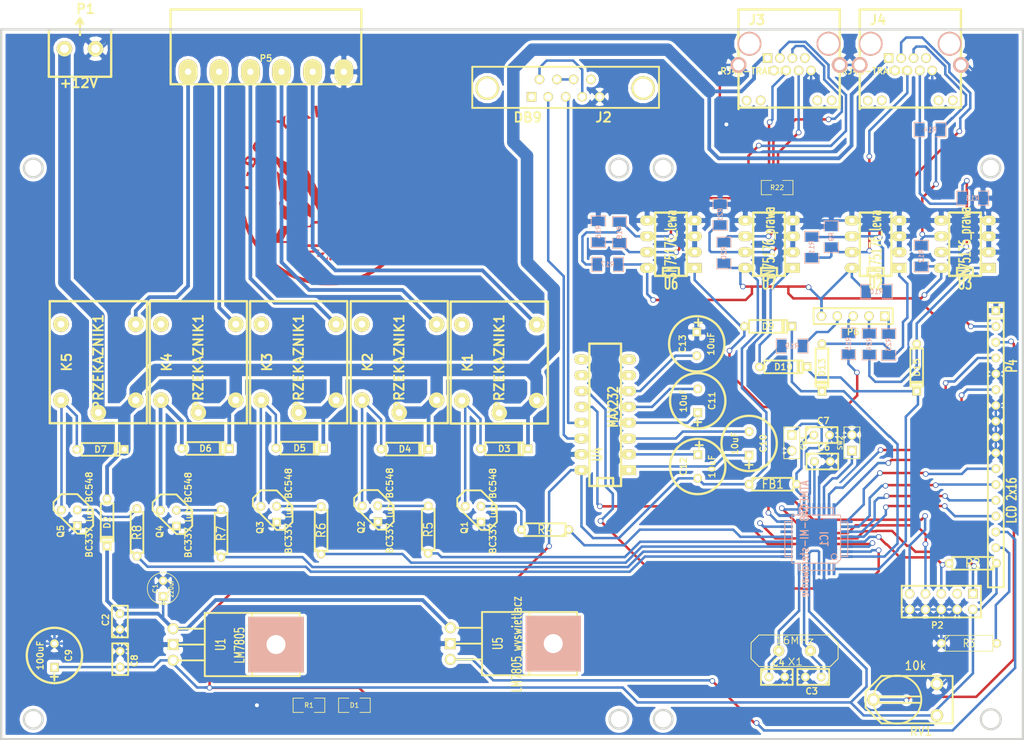
<source format=kicad_pcb>
(kicad_pcb (version 3) (host pcbnew "(2013-07-07 BZR 4022)-stable")
  (layers (15 Front signal) (0 Back signal))
  (net 0 "")
  (net 1 +12V)
  (net 2 +5P)
  (net 3 +5V)
  (net 4 1)
  (net 5 2)
  (net 6 3)
  (net 7 4)
  (net 8 5)
  (net 9 GND)
  (net 10 N-0000011)
  (net 11 N-0000012)
  (net 12 N-0000013)
  (net 13 N-0000014)
  (net 14 N-0000018)
  (net 15 N-0000019)
  (net 16 N-000002)
  (net 17 N-0000020)
  (net 18 N-0000021)
  (net 19 N-0000024)
  (net 20 N-0000025)
  (net 21 N-0000026)
  (net 22 N-0000029)
  (net 23 N-000003)
  (net 24 N-0000036)
  (net 25 N-0000039)
  (net 26 N-0000040)
  (net 27 N-0000041)
  (net 28 N-0000042)
  (net 29 N-0000043)
  (net 30 N-0000045)
  (net 31 N-0000047)
  (net 32 N-0000048)
  (net 33 N-0000049)
  (net 34 N-0000051)
  (net 35 N-0000052)
  (net 36 N-0000054)
  (net 37 N-0000055)
  (net 38 N-0000056)
  (net 39 N-0000057)
  (net 40 N-0000058)
  (net 41 N-000006)
  (net 42 N-0000060)
  (net 43 N-0000061)
  (net 44 N-0000063)
  (net 45 N-0000064)
  (net 46 N-0000065)
  (net 47 N-0000066)
  (net 48 N-0000067)
  (net 49 N-0000068)
  (net 50 N-000007)
  (net 51 N-0000070)
  (net 52 N-0000072)
  (net 53 N-0000073)
  (net 54 N-0000074)
  (net 55 N-0000075)
  (net 56 N-0000077)
  (net 57 N-0000078)
  (net 58 N-0000079)
  (net 59 N-000008)
  (net 60 N-0000083)
  (net 61 N-0000084)
  (net 62 N-0000085)
  (net 63 N-0000086)
  (net 64 N-0000087)
  (net 65 N-0000088)
  (net 66 N-0000090)
  (net 67 N-0000091)
  (net 68 N-0000093)
  (net 69 N-0000097)
  (net 70 N-0000098)
  (net 71 lewa_meta)
  (net 72 lewa_start)
  (net 73 prawa_meta)
  (net 74 prawa_start)
  (module logo_fbody_plyta (layer Front) (at 121.35 70.15)
    (fp_text reference VAL hide)
    (fp_text value logo_fbody_plyta hide)
    (fp_poly (pts (xy 14.83868 2.13106) (xy 14.8082 2.39776) (xy 14.63548 3.55092) (xy 14.37386 4.67614) (xy 14.02588 5.7658) (xy 13.59154 6.8199) (xy 13.07338 7.84098) (xy 12.4714 8.82142) (xy 11.7856 9.76376) (xy 11.7729 9.779) (xy 11.57478 10.01522) (xy 11.3284 10.29208) (xy 11.04392 10.59688) (xy 10.74166 10.9093) (xy 10.4394 11.2141) (xy 10.14984 11.4935) (xy 9.8933 11.72718) (xy 9.7663 11.8364) (xy 8.84682 12.54506) (xy 7.88162 13.1699) (xy 6.87578 13.716) (xy 5.83184 14.17828) (xy 4.75488 14.5542) (xy 3.64744 14.8463) (xy 2.5146 15.04696) (xy 2.20218 15.0876) (xy 1.9304 15.11046) (xy 1.59004 15.12824) (xy 1.20142 15.14094) (xy 0.78486 15.14856) (xy 0.36322 15.14856) (xy -0.04064 15.14602) (xy -0.4064 15.13332) (xy -0.71628 15.11808) (xy -0.8509 15.10538) (xy -1.53416 15.01394) (xy -2.25044 14.87932) (xy -2.96926 14.71422) (xy -3.66776 14.5161) (xy -4.31546 14.3002) (xy -4.68122 14.1605) (xy -5.7531 13.66774) (xy -6.76656 13.10386) (xy -7.72668 12.46886) (xy -8.62584 11.76528) (xy -9.46404 10.99312) (xy -10.23874 10.16) (xy -10.94486 9.26338) (xy -11.5824 8.30834) (xy -12.14628 7.29488) (xy -12.22502 7.1374) (xy -12.64412 6.20268) (xy -12.98956 5.23748) (xy -13.26896 4.23672) (xy -13.47978 3.18262) (xy -13.59916 2.35204) (xy -13.62456 2.13106) (xy -13.32484 2.13106) (xy -13.17244 2.13614) (xy -13.06322 2.14884) (xy -13.02512 2.16662) (xy -13.0175 2.26314) (xy -12.99464 2.43332) (xy -12.95908 2.65684) (xy -12.91844 2.91084) (xy -12.87272 3.18516) (xy -12.82446 3.45186) (xy -12.77874 3.6957) (xy -12.7381 3.8989) (xy -12.7254 3.94716) (xy -12.49172 4.82854) (xy -12.18692 5.71754) (xy -11.81862 6.5913) (xy -11.39952 7.43458) (xy -10.93724 8.22198) (xy -10.70864 8.56234) (xy -10.38352 9.01954) (xy -10.07872 9.41832) (xy -9.779 9.78408) (xy -9.46404 10.1346) (xy -9.11098 10.50036) (xy -9.01954 10.5918) (xy -8.2169 11.33348) (xy -7.3787 11.99134) (xy -6.49478 12.57554) (xy -5.63118 13.05814) (xy -4.74472 13.4747) (xy -3.87858 13.82014) (xy -3.0099 14.09446) (xy -2.11836 14.30528) (xy -1.18872 14.45514) (xy -0.20066 14.55166) (xy -0.14732 14.5542) (xy 0.9017 14.57706) (xy 1.95834 14.51356) (xy 3.01498 14.3637) (xy 4.064 14.13002) (xy 5.09524 13.81252) (xy 6.10108 13.41628) (xy 7.07136 12.94384) (xy 7.99592 12.39774) (xy 8.04164 12.3698) (xy 8.9281 11.73734) (xy 9.77138 11.02868) (xy 10.56132 10.25398) (xy 11.28776 9.42594) (xy 11.8745 8.64362) (xy 12.45362 7.72668) (xy 12.96162 6.75894) (xy 13.39088 5.75056) (xy 13.7414 4.70662) (xy 14.00556 3.63474) (xy 14.14526 2.83972) (xy 14.24686 2.13106) (xy 14.5415 2.13106) (xy 14.83868 2.13106) (xy 14.83868 2.13106)) (layer Front) (width 0.00254))
    (fp_poly (pts (xy 0.50546 10.3124) (xy 0.48006 10.63752) (xy 0.46228 10.85342) (xy 0.44196 10.99312) (xy 0.40894 11.0744) (xy 0.35814 11.1125) (xy 0.27686 11.12266) (xy 0.2286 11.1252) (xy 0.11176 11.11758) (xy 0.0508 11.10488) (xy 0.04572 11.0998) (xy 0.0762 11.05408) (xy 0.1524 10.97026) (xy 0.2032 10.91438) (xy 0.3175 10.76706) (xy 0.41402 10.5918) (xy 0.43434 10.53338) (xy 0.50546 10.3124) (xy 0.50546 10.3124)) (layer Front) (width 0.00254))
    (fp_poly (pts (xy 1.11506 11.09472) (xy 1.03886 11.11758) (xy 0.91948 11.1252) (xy 0.74168 11.1252) (xy 0.74422 10.76452) (xy 0.75184 10.40638) (xy 0.81788 10.62228) (xy 0.89154 10.795) (xy 0.99822 10.9347) (xy 1.01854 10.95502) (xy 1.10744 11.04138) (xy 1.11506 11.09472) (xy 1.11506 11.09472)) (layer Front) (width 0.00254))
    (fp_poly (pts (xy 0 9.89838) (xy -0.02794 9.9568) (xy -0.09906 10.06602) (xy -0.19558 10.20064) (xy -0.3048 10.34034) (xy -0.4064 10.46226) (xy -0.48514 10.54608) (xy -0.51054 10.56894) (xy -0.66548 10.60704) (xy -0.86868 10.59688) (xy -1.09474 10.541) (xy -1.10236 10.53846) (xy -1.2192 10.48766) (xy -1.28778 10.44956) (xy -1.29794 10.43686) (xy -1.26238 10.39622) (xy -1.1684 10.33272) (xy -1.10744 10.29716) (xy -0.95504 10.20064) (xy -0.78232 10.0838) (xy -0.70866 10.03046) (xy -0.56642 9.93394) (xy -0.44196 9.88568) (xy -0.28702 9.87298) (xy -0.25146 9.87298) (xy -0.1143 9.87806) (xy -0.02286 9.88822) (xy 0 9.89838) (xy 0 9.89838)) (layer Front) (width 0.00254))
    (fp_poly (pts (xy 2.53746 10.4521) (xy 2.51968 10.48258) (xy 2.43332 10.52322) (xy 2.23266 10.58164) (xy 2.032 10.60196) (xy 1.86182 10.58418) (xy 1.77546 10.54608) (xy 1.70688 10.48258) (xy 1.60782 10.37336) (xy 1.49606 10.24128) (xy 1.38938 10.10666) (xy 1.30302 9.98982) (xy 1.25476 9.91362) (xy 1.25222 9.89838) (xy 1.29286 9.8806) (xy 1.39446 9.87044) (xy 1.53162 9.87552) (xy 1.66878 9.88822) (xy 1.78308 9.91108) (xy 1.82118 9.92632) (xy 1.91008 9.9822) (xy 2.04216 10.07618) (xy 2.16154 10.17016) (xy 2.2987 10.27684) (xy 2.41808 10.36574) (xy 2.48412 10.41146) (xy 2.53746 10.4521) (xy 2.53746 10.4521)) (layer Front) (width 0.00254))
    (fp_poly (pts (xy -0.76454 9.54278) (xy -0.89662 9.54532) (xy -1.0033 9.57072) (xy -1.15316 9.63422) (xy -1.31064 9.72058) (xy -1.47574 9.8171) (xy -1.61036 9.87044) (xy -1.76022 9.89584) (xy -1.92024 9.90346) (xy -2.10058 9.90346) (xy -2.25298 9.89838) (xy -2.3495 9.88822) (xy -2.44094 9.86028) (xy -2.58572 9.80948) (xy -2.76098 9.74344) (xy -2.78892 9.73328) (xy -3.12928 9.6012) (xy -2.6162 9.59612) (xy -2.35712 9.59104) (xy -2.16154 9.5758) (xy -1.99136 9.54532) (xy -1.81864 9.49452) (xy -1.76276 9.47674) (xy -1.50622 9.40308) (xy -1.2827 9.39038) (xy -1.05156 9.43356) (xy -0.88138 9.49706) (xy -0.76454 9.54278) (xy -0.76454 9.54278)) (layer Front) (width 0.00254))
    (fp_poly (pts (xy 4.33324 9.65962) (xy 3.98526 9.76884) (xy 3.74396 9.83488) (xy 3.48488 9.8806) (xy 3.23342 9.90346) (xy 3.01752 9.90092) (xy 2.87274 9.87806) (xy 2.77114 9.83234) (xy 2.62636 9.7536) (xy 2.5273 9.69264) (xy 2.38252 9.61136) (xy 2.2479 9.56056) (xy 2.17932 9.54532) (xy 2.10312 9.54278) (xy 2.10566 9.52754) (xy 2.18694 9.48944) (xy 2.20218 9.48436) (xy 2.44094 9.40562) (xy 2.67462 9.38784) (xy 2.93116 9.4361) (xy 3.06832 9.47928) (xy 3.429 9.5758) (xy 3.8481 9.6266) (xy 3.87096 9.62914) (xy 4.33324 9.65962) (xy 4.33324 9.65962)) (layer Front) (width 0.00254))
    (fp_poly (pts (xy 8.7503 5.63118) (xy 8.0137 6.97738) (xy 7.28218 8.3185) (xy 6.9977 8.32104) (xy 6.9977 5.8674) (xy 6.95452 5.85978) (xy 6.82498 5.8547) (xy 6.6294 5.84962) (xy 6.36778 5.84454) (xy 6.0579 5.842) (xy 5.70484 5.83946) (xy 5.35432 5.83946) (xy 4.97332 5.83946) (xy 4.6228 5.83692) (xy 4.31546 5.83438) (xy 4.06146 5.8293) (xy 3.86588 5.82676) (xy 3.7465 5.82168) (xy 3.70586 5.8166) (xy 3.72872 5.7658) (xy 3.78714 5.66674) (xy 3.81508 5.61848) (xy 3.89636 5.48386) (xy 3.96748 5.36702) (xy 3.98018 5.34162) (xy 4.03606 5.23748) (xy 1.21412 5.23748) (xy -1.60528 5.23748) (xy -1.7653 5.52704) (xy -1.92532 5.8166) (xy -3.77444 5.83946) (xy -5.62102 5.86486) (xy -5.75564 6.11886) (xy -5.82168 6.23824) (xy -5.9182 6.4262) (xy -6.0452 6.65734) (xy -6.18236 6.91642) (xy -6.32714 7.18566) (xy -6.32968 7.1882) (xy -6.4643 7.43966) (xy -6.58114 7.66064) (xy -6.67512 7.84352) (xy -6.73862 7.97052) (xy -6.76656 8.03148) (xy -6.76656 8.03402) (xy -6.72338 8.04164) (xy -6.59638 8.04926) (xy -6.39572 8.05434) (xy -6.1341 8.05688) (xy -5.82168 8.06196) (xy -5.46354 8.0645) (xy -5.07492 8.0645) (xy -5.0292 8.0645) (xy -4.63804 8.0645) (xy -4.27736 8.06704) (xy -3.95986 8.07212) (xy -3.69062 8.0772) (xy -3.48234 8.08228) (xy -3.34772 8.09244) (xy -3.29184 8.09752) (xy -3.29184 8.10006) (xy -3.3147 8.15594) (xy -3.37312 8.26008) (xy -3.40614 8.3185) (xy -3.47472 8.43534) (xy -3.51536 8.51916) (xy -3.52298 8.53948) (xy -3.47726 8.5471) (xy -3.34772 8.55218) (xy -3.14198 8.55726) (xy -2.86512 8.56234) (xy -2.52984 8.56742) (xy -2.14122 8.56996) (xy -1.70942 8.5725) (xy -1.23952 8.57504) (xy -0.73914 8.57504) (xy -0.7239 8.57504) (xy 2.07772 8.57504) (xy 2.22504 8.3185) (xy 2.36982 8.0645) (xy 4.09702 8.0645) (xy 5.82168 8.0645) (xy 6.23316 7.31012) (xy 6.4389 6.92658) (xy 6.60654 6.61924) (xy 6.73862 6.37286) (xy 6.83768 6.18998) (xy 6.91134 6.05282) (xy 6.95706 5.96138) (xy 6.985 5.90296) (xy 6.9977 5.87248) (xy 6.9977 5.8674) (xy 6.9977 8.32104) (xy 5.11556 8.3439) (xy 2.94894 8.36676) (xy 2.76098 8.67918) (xy 2.57302 8.9916) (xy -0.91694 8.9916) (xy -1.47574 8.9916) (xy -2.0066 8.9916) (xy -2.50444 8.98906) (xy -2.9591 8.98652) (xy -3.36296 8.98398) (xy -3.71348 8.98144) (xy -3.99796 8.9789) (xy -4.21386 8.97636) (xy -4.35102 8.97128) (xy -4.40436 8.9662) (xy -4.38404 8.9154) (xy -4.33324 8.80872) (xy -4.26466 8.66648) (xy -4.19354 8.52424) (xy -4.14274 8.41502) (xy -4.12496 8.36676) (xy -4.17068 8.36168) (xy -4.30022 8.35914) (xy -4.50342 8.35406) (xy -4.77012 8.34898) (xy -5.09778 8.34644) (xy -5.47116 8.3439) (xy -5.88264 8.3439) (xy -6.3246 8.3439) (xy -6.32968 8.3439) (xy -8.53186 8.3439) (xy -8.2931 7.89178) (xy -8.19404 7.70382) (xy -8.10768 7.5438) (xy -8.04672 7.43458) (xy -8.02132 7.39394) (xy -7.9883 7.33552) (xy -7.91972 7.2136) (xy -7.82828 7.04342) (xy -7.7216 6.84022) (xy -7.6962 6.78942) (xy -7.56666 6.54812) (xy -7.43458 6.30428) (xy -7.3152 6.08584) (xy -7.22122 5.92074) (xy -7.04088 5.60832) (xy -4.75488 5.60832) (xy -2.46634 5.60832) (xy -2.24536 5.21462) (xy -2.02438 4.82092) (xy 1.49606 4.82092) (xy 5.01142 4.82092) (xy 4.86156 5.08762) (xy 4.77266 5.24002) (xy 4.69392 5.3721) (xy 4.65074 5.44576) (xy 4.59994 5.52958) (xy 4.58978 5.57276) (xy 4.63296 5.57784) (xy 4.75996 5.588) (xy 4.96316 5.59308) (xy 5.22986 5.6007) (xy 5.55244 5.60832) (xy 5.92328 5.61086) (xy 6.32968 5.61594) (xy 6.67004 5.61848) (xy 8.7503 5.63118) (xy 8.7503 5.63118)) (layer Front) (width 0.00254))
    (fp_poly (pts (xy -4.65328 5.2197) (xy -4.69392 5.20192) (xy -4.79044 5.15366) (xy -4.86664 5.11556) (xy -5.00126 5.05968) (xy -5.19176 4.98856) (xy -5.41782 4.9149) (xy -5.58546 4.8641) (xy -5.96646 4.74472) (xy -6.26618 4.62788) (xy -6.5024 4.50342) (xy -6.69036 4.36118) (xy -6.83768 4.19608) (xy -6.9342 4.05384) (xy -7.02056 3.89128) (xy -7.08914 3.72364) (xy -7.14248 3.53314) (xy -7.1882 3.302) (xy -7.2263 3.01244) (xy -7.25678 2.7178) (xy -7.27964 2.45364) (xy -7.30504 2.21234) (xy -7.32536 2.01422) (xy -7.34314 1.87706) (xy -7.34822 1.83388) (xy -7.37108 1.69672) (xy -7.26694 1.79324) (xy -7.05104 1.96342) (xy -6.76402 2.159) (xy -6.42366 2.36474) (xy -6.04266 2.57556) (xy -5.9563 2.61874) (xy -5.66166 2.77368) (xy -5.43814 2.89306) (xy -5.2705 2.98704) (xy -5.14858 3.06578) (xy -5.05968 3.13182) (xy -4.9911 3.2004) (xy -4.93014 3.2766) (xy -4.90982 3.30454) (xy -4.85394 3.38582) (xy -4.8133 3.46202) (xy -4.79044 3.55092) (xy -4.78028 3.67284) (xy -4.7752 3.85064) (xy -4.77266 4.0513) (xy -4.76758 4.3053) (xy -4.75234 4.56184) (xy -4.72948 4.78282) (xy -4.70916 4.91236) (xy -4.67868 5.06476) (xy -4.65836 5.17652) (xy -4.65328 5.2197) (xy -4.65328 5.2197)) (layer Front) (width 0.00254))
    (fp_poly (pts (xy 8.68934 1.91262) (xy 8.67918 2.04216) (xy 8.65632 2.22758) (xy 8.62838 2.45364) (xy 8.59282 2.70256) (xy 8.55472 2.95656) (xy 8.51408 3.2004) (xy 8.47598 3.4163) (xy 8.4455 3.58648) (xy 8.41756 3.6957) (xy 8.41502 3.70586) (xy 8.25754 4.0513) (xy 8.06196 4.32562) (xy 7.81304 4.53644) (xy 7.6327 4.64058) (xy 7.5184 4.68884) (xy 7.33552 4.7498) (xy 7.112 4.81584) (xy 6.86816 4.88188) (xy 6.8326 4.89204) (xy 6.58622 4.95808) (xy 6.35508 5.02412) (xy 6.16204 5.09016) (xy 6.0325 5.14096) (xy 6.02234 5.14604) (xy 5.9055 5.20446) (xy 5.8547 5.21716) (xy 5.84962 5.19176) (xy 5.85978 5.16128) (xy 5.91312 5.01904) (xy 5.95122 4.8768) (xy 5.97662 4.70916) (xy 5.99948 4.4958) (xy 6.01472 4.2164) (xy 6.01726 4.16306) (xy 6.0325 3.90652) (xy 6.0452 3.72364) (xy 6.06298 3.5941) (xy 6.09092 3.49758) (xy 6.12902 3.41884) (xy 6.1849 3.33502) (xy 6.18998 3.3274) (xy 6.27126 3.23088) (xy 6.37794 3.1369) (xy 6.52272 3.04038) (xy 6.7183 2.9337) (xy 6.97484 2.80924) (xy 7.30504 2.66192) (xy 7.33806 2.64668) (xy 7.66064 2.49174) (xy 7.99084 2.31394) (xy 8.28802 2.12852) (xy 8.49376 1.9812) (xy 8.60044 1.90246) (xy 8.67156 1.86182) (xy 8.6868 1.85928) (xy 8.68934 1.91262) (xy 8.68934 1.91262)) (layer Front) (width 0.00254))
    (fp_poly (pts (xy 6.51256 -4.26466) (xy 6.5024 -4.22656) (xy 6.45414 -4.11988) (xy 6.37794 -3.9624) (xy 6.27888 -3.76682) (xy 6.24078 -3.6957) (xy 5.98932 -3.21564) (xy 5.76072 -2.77622) (xy 5.54228 -2.35712) (xy 5.32384 -1.9304) (xy 5.08762 -1.4732) (xy 4.84378 -0.99822) (xy 4.69392 -0.70612) (xy 4.5593 -0.4445) (xy 4.43992 -0.2159) (xy 4.34848 -0.04064) (xy 4.28752 0.07366) (xy 4.26212 0.1143) (xy 4.23418 0.16764) (xy 4.16814 0.28956) (xy 4.07162 0.47498) (xy 3.9497 0.71374) (xy 3.80492 0.9906) (xy 3.64744 1.30048) (xy 3.56616 1.4605) (xy 3.38836 1.80848) (xy 3.20802 2.159) (xy 3.0353 2.4892) (xy 2.88036 2.79146) (xy 2.74828 3.04546) (xy 2.72796 3.0861) (xy 2.72796 1.92786) (xy 2.71272 1.91516) (xy 2.6543 1.96596) (xy 2.58572 2.02692) (xy 2.45364 2.13106) (xy 2.32156 2.17424) (xy 2.25298 2.17932) (xy 2.08788 2.19964) (xy 1.9304 2.2479) (xy 1.92532 2.25044) (xy 1.8288 2.30632) (xy 1.7526 2.39014) (xy 1.67386 2.52222) (xy 1.63068 2.60604) (xy 1.64338 2.63906) (xy 1.71196 2.63144) (xy 1.81102 2.59334) (xy 1.91008 2.55778) (xy 2.0574 2.52222) (xy 2.16408 2.5019) (xy 2.36728 2.45364) (xy 2.50952 2.37998) (xy 2.60604 2.25552) (xy 2.68732 2.06756) (xy 2.71018 1.99136) (xy 2.72796 1.92786) (xy 2.72796 3.0861) (xy 2.64922 3.23596) (xy 2.63398 3.26644) (xy 2.49682 3.52806) (xy 2.34696 3.81762) (xy 2.20218 4.09702) (xy 2.1209 4.25196) (xy 2.02438 4.43992) (xy 1.94056 4.59232) (xy 1.8796 4.69392) (xy 1.8542 4.72694) (xy 1.8161 4.69138) (xy 1.7526 4.60502) (xy 1.72974 4.572) (xy 1.6764 4.46532) (xy 1.60528 4.29514) (xy 1.52654 4.08432) (xy 1.45796 3.87858) (xy 1.37414 3.60172) (xy 1.32588 3.40106) (xy 1.31318 3.25882) (xy 1.34112 3.16484) (xy 1.40462 3.10896) (xy 1.50622 3.07848) (xy 1.6129 3.05054) (xy 1.66624 3.01752) (xy 1.66878 3.01244) (xy 1.62814 2.96418) (xy 1.53162 2.92862) (xy 1.44018 2.921) (xy 1.33096 2.88036) (xy 1.2446 2.77876) (xy 1.20396 2.6543) (xy 1.20396 2.64414) (xy 1.22682 2.54508) (xy 1.2827 2.40792) (xy 1.33096 2.3114) (xy 1.41478 2.17932) (xy 1.49352 2.10058) (xy 1.60528 2.0447) (xy 1.7272 2.00914) (xy 1.87198 1.96342) (xy 1.9812 1.92024) (xy 2.01676 1.89484) (xy 2.01168 1.83896) (xy 1.99136 1.8288) (xy 1.99136 0.58166) (xy 1.97358 0.40894) (xy 1.91008 0.28448) (xy 1.78308 0.18034) (xy 1.66624 0.1143) (xy 1.45034 0.0127) (xy 1.22936 -0.06858) (xy 0.9779 -0.14224) (xy 0.66802 -0.21336) (xy 0.57912 -0.23114) (xy 0.31242 -0.28448) (xy 0.11684 -0.31496) (xy -0.02286 -0.3175) (xy -0.127 -0.29718) (xy -0.21336 -0.24892) (xy -0.29972 -0.17272) (xy -0.3048 -0.16764) (xy -0.40894 -0.04826) (xy -0.4572 0.06858) (xy -0.46482 0.18796) (xy -0.4191 0.42672) (xy -0.29972 0.65532) (xy -0.1143 0.85852) (xy 0.11684 1.01854) (xy 0.29464 1.0922) (xy 0.4953 1.13284) (xy 0.75184 1.15062) (xy 1.02362 1.15062) (xy 1.2827 1.12522) (xy 1.47066 1.08966) (xy 1.70942 0.98806) (xy 1.88214 0.84836) (xy 1.97612 0.6858) (xy 1.99136 0.58166) (xy 1.99136 1.8288) (xy 1.92786 1.7907) (xy 1.7907 1.74752) (xy 1.61798 1.7145) (xy 1.42494 1.69418) (xy 1.23444 1.69418) (xy 1.06172 1.71196) (xy 0.99822 1.7272) (xy 0.85598 1.79324) (xy 0.69088 1.90754) (xy 0.5842 2.00152) (xy 0.44196 2.13106) (xy 0.3175 2.21742) (xy 0.17272 2.28092) (xy -0.02032 2.34696) (xy -0.127 2.39522) (xy -0.17272 2.4511) (xy -0.1524 2.49174) (xy -0.08636 2.5019) (xy 0.05334 2.52222) (xy 0.11176 2.58318) (xy 0.09398 2.68732) (xy 0.0762 2.7178) (xy -0.00508 2.8321) (xy -0.12446 2.91592) (xy -0.30734 2.9845) (xy -0.40894 3.01244) (xy -0.5334 3.05308) (xy -0.58928 3.0988) (xy -0.59436 3.16738) (xy -0.56896 3.23342) (xy -0.50292 3.25628) (xy -0.4191 3.25374) (xy -0.27178 3.22326) (xy -0.14478 3.16738) (xy -0.03302 3.09372) (xy -0.0635 3.45694) (xy -0.09144 3.7338) (xy -0.12446 4.0005) (xy -0.16256 4.2418) (xy -0.19812 4.43992) (xy -0.23622 4.57962) (xy -0.26162 4.63804) (xy -0.28194 4.62534) (xy -0.3175 4.57708) (xy -0.37846 4.48564) (xy -0.46228 4.34594) (xy -0.56896 4.15544) (xy -0.70358 3.91668) (xy -0.86614 3.6195) (xy -1.05918 3.2639) (xy -1.28524 2.84734) (xy -1.54178 2.36474) (xy -1.83642 1.81356) (xy -2.16662 1.1938) (xy -2.53492 0.49784) (xy -2.94386 -0.27432) (xy -3.16738 -0.69596) (xy -3.28168 -0.9144) (xy -3.40868 -1.15316) (xy -3.52298 -1.36652) (xy -3.52298 -1.36652) (xy -3.62966 -1.56464) (xy -3.75666 -1.80086) (xy -3.87858 -2.032) (xy -3.90652 -2.08534) (xy -4.16052 -2.57048) (xy -4.38912 -2.99974) (xy -4.5847 -3.37312) (xy -4.75234 -3.68554) (xy -4.88188 -3.92938) (xy -4.97586 -4.09956) (xy -5.0292 -4.19608) (xy -5.03682 -4.20624) (xy -5.10032 -4.31038) (xy -4.85648 -4.21386) (xy -4.72186 -4.16306) (xy -4.52374 -4.08686) (xy -4.28752 -3.99796) (xy -4.0386 -3.90652) (xy -3.9878 -3.8862) (xy -3.72364 -3.78714) (xy -3.45694 -3.68046) (xy -3.21818 -3.57886) (xy -3.03022 -3.4925) (xy -3.01498 -3.48488) (xy -2.83464 -3.3909) (xy -2.71526 -3.30962) (xy -2.63398 -3.2258) (xy -2.56032 -3.10896) (xy -2.54762 -3.08356) (xy -2.47396 -2.94386) (xy -2.37236 -2.74574) (xy -2.2479 -2.5019) (xy -2.10312 -2.2225) (xy -1.95072 -1.92532) (xy -1.79324 -1.62052) (xy -1.64084 -1.3208) (xy -1.49606 -1.03886) (xy -1.36906 -0.78994) (xy -1.26492 -0.5842) (xy -1.18872 -0.43688) (xy -1.15062 -0.36322) (xy -1.07696 -0.22606) (xy -1.00584 -0.16764) (xy -0.91694 -0.17272) (xy -0.8001 -0.22606) (xy -0.64008 -0.29718) (xy -0.4572 -0.36068) (xy -0.41656 -0.37338) (xy -0.20828 -0.42926) (xy -0.3683 -0.4953) (xy -0.62484 -0.63754) (xy -0.82296 -0.81788) (xy -0.95504 -1.02108) (xy -1.016 -1.23698) (xy -1.0033 -1.4478) (xy -0.90424 -1.64846) (xy -0.9017 -1.65354) (xy -0.6858 -1.86944) (xy -0.40386 -2.03454) (xy -0.0508 -2.15646) (xy 0.37846 -2.23012) (xy 0.67564 -2.25552) (xy 1.1176 -2.25806) (xy 1.52654 -2.2098) (xy 1.88722 -2.11836) (xy 2.19202 -1.98374) (xy 2.42316 -1.81356) (xy 2.4765 -1.75514) (xy 2.56794 -1.59004) (xy 2.56794 -1.41986) (xy 2.47396 -1.25222) (xy 2.44602 -1.2192) (xy 2.3495 -1.13792) (xy 2.20218 -1.04648) (xy 2.032 -0.95504) (xy 1.87198 -0.88138) (xy 1.8542 -0.8763) (xy 1.8542 -1.39192) (xy 1.81864 -1.54432) (xy 1.72466 -1.71196) (xy 1.61544 -1.8415) (xy 1.4224 -1.97104) (xy 1.18618 -2.0574) (xy 0.91948 -2.10566) (xy 0.64262 -2.11328) (xy 0.37592 -2.0828) (xy 0.13462 -2.01676) (xy -0.0635 -1.91262) (xy -0.20066 -1.778) (xy -0.23114 -1.71958) (xy -0.26162 -1.59258) (xy -0.25654 -1.48844) (xy -0.17018 -1.36144) (xy 0.00254 -1.24206) (xy 0.25654 -1.13284) (xy 0.5842 -1.03632) (xy 0.85598 -0.97536) (xy 1.1176 -0.93218) (xy 1.31318 -0.92456) (xy 1.4605 -0.95504) (xy 1.5875 -1.02616) (xy 1.70434 -1.13538) (xy 1.79324 -1.25222) (xy 1.84658 -1.35636) (xy 1.8542 -1.39192) (xy 1.8542 -0.8763) (xy 1.74752 -0.84074) (xy 1.70942 -0.83312) (xy 1.62306 -0.8128) (xy 1.6002 -0.7874) (xy 1.6129 -0.75184) (xy 1.66624 -0.74168) (xy 1.79324 -0.71882) (xy 1.96596 -0.65786) (xy 2.15138 -0.57658) (xy 2.3241 -0.48514) (xy 2.4511 -0.39878) (xy 2.46634 -0.38608) (xy 2.5527 -0.31242) (xy 2.6035 -0.28194) (xy 2.61112 -0.28194) (xy 2.63652 -0.32766) (xy 2.70002 -0.44958) (xy 2.79908 -0.64008) (xy 2.92862 -0.89154) (xy 3.0861 -1.19888) (xy 3.26898 -1.55448) (xy 3.47218 -1.95072) (xy 3.69062 -2.38252) (xy 3.9243 -2.83972) (xy 3.95478 -2.90068) (xy 4.06146 -3.0988) (xy 4.14274 -3.23342) (xy 4.21894 -3.32232) (xy 4.3053 -3.38582) (xy 4.37134 -3.42138) (xy 4.64058 -3.54584) (xy 4.97078 -3.68554) (xy 5.33908 -3.83032) (xy 5.7023 -3.9624) (xy 5.91058 -4.03606) (xy 6.10616 -4.10972) (xy 6.2611 -4.16814) (xy 6.3119 -4.191) (xy 6.42874 -4.23672) (xy 6.5024 -4.26212) (xy 6.51256 -4.26466) (xy 6.51256 -4.26466)) (layer Front) (width 0.00254))
    (fp_poly (pts (xy 5.37464 2.3241) (xy 5.35432 2.59588) (xy 5.28574 2.83972) (xy 5.16382 3.06832) (xy 4.9784 3.29184) (xy 4.72186 3.52298) (xy 4.38912 3.76936) (xy 4.2418 3.86588) (xy 4.01828 4.01066) (xy 3.78714 4.15798) (xy 3.56362 4.30022) (xy 3.35788 4.42722) (xy 3.18516 4.53136) (xy 3.0607 4.60248) (xy 2.99974 4.6355) (xy 2.9972 4.6355) (xy 2.98958 4.59232) (xy 2.99212 4.48564) (xy 2.9972 4.39166) (xy 3.02768 4.03098) (xy 3.05308 3.7465) (xy 3.07594 3.52806) (xy 3.10134 3.36042) (xy 3.13182 3.2258) (xy 3.16738 3.1115) (xy 3.2131 3.00228) (xy 3.24866 2.92608) (xy 3.34772 2.75336) (xy 3.48488 2.5654) (xy 3.67538 2.34696) (xy 3.89382 2.11328) (xy 4.07924 1.92278) (xy 4.24688 1.74244) (xy 4.38658 1.59512) (xy 4.4831 1.48844) (xy 4.5085 1.4605) (xy 4.62788 1.2827) (xy 4.75234 1.0541) (xy 4.85902 0.81534) (xy 4.90982 0.67056) (xy 4.96062 0.508) (xy 4.9911 0.41656) (xy 5.00888 0.37592) (xy 5.02158 0.37084) (xy 5.02666 0.37592) (xy 5.04952 0.43688) (xy 5.08508 0.57404) (xy 5.12826 0.76708) (xy 5.17398 1.00076) (xy 5.22224 1.25984) (xy 5.26796 1.52654) (xy 5.31114 1.78054) (xy 5.34416 2.00914) (xy 5.36702 2.19456) (xy 5.37464 2.31902) (xy 5.37464 2.3241) (xy 5.37464 2.3241)) (layer Front) (width 0.00254))
    (fp_poly (pts (xy -1.69672 4.52628) (xy -1.72466 4.58216) (xy -1.73228 4.5847) (xy -1.79324 4.5593) (xy -1.91262 4.4958) (xy -2.06756 4.4069) (xy -2.14884 4.35864) (xy -2.5908 4.08178) (xy -2.96164 3.83794) (xy -3.2639 3.62712) (xy -3.5052 3.43408) (xy -3.6957 3.25628) (xy -3.83794 3.0861) (xy -3.94462 2.91338) (xy -4.01828 2.73558) (xy -4.06908 2.54508) (xy -4.08178 2.48666) (xy -4.09448 2.35712) (xy -4.0894 2.19202) (xy -4.06654 1.98374) (xy -4.02082 1.71958) (xy -3.95224 1.39192) (xy -3.8608 0.9906) (xy -3.78968 0.70358) (xy -3.7338 0.50038) (xy -3.68554 0.3683) (xy -3.64744 0.30988) (xy -3.62458 0.33274) (xy -3.61442 0.42672) (xy -3.5941 0.54356) (xy -3.53314 0.71374) (xy -3.44424 0.91694) (xy -3.3401 1.12268) (xy -3.22834 1.3081) (xy -3.22072 1.31572) (xy -3.11404 1.4605) (xy -2.96164 1.64084) (xy -2.78892 1.82626) (xy -2.68224 1.93294) (xy -2.50952 2.11328) (xy -2.33934 2.2987) (xy -2.20218 2.46634) (xy -2.14122 2.54762) (xy -2.04724 2.6924) (xy -1.97358 2.82194) (xy -1.91262 2.95148) (xy -1.86436 3.09372) (xy -1.82626 3.26136) (xy -1.79324 3.46964) (xy -1.76022 3.7338) (xy -1.7272 4.064) (xy -1.69672 4.39166) (xy -1.69672 4.52628) (xy -1.69672 4.52628)) (layer Front) (width 0.00254))
    (fp_poly (pts (xy -4.46278 1.12268) (xy -4.47548 1.4732) (xy -4.51866 1.88722) (xy -4.53898 2.03962) (xy -4.57454 2.27838) (xy -4.60248 2.48412) (xy -4.6228 2.6416) (xy -4.6355 2.7305) (xy -4.6355 2.74574) (xy -4.64312 2.77114) (xy -4.6736 2.77114) (xy -4.73456 2.7432) (xy -4.8387 2.68478) (xy -4.99618 2.58318) (xy -5.21462 2.4384) (xy -5.3086 2.3749) (xy -5.68198 2.10566) (xy -6.03504 1.82118) (xy -6.35762 1.52908) (xy -6.63956 1.24206) (xy -6.86308 0.97282) (xy -7.01802 0.73406) (xy -7.03834 0.69596) (xy -7.16788 0.37084) (xy -7.2898 -0.03302) (xy -7.39902 -0.50292) (xy -7.49554 -1.03124) (xy -7.57428 -1.60528) (xy -7.63778 -2.20726) (xy -7.6454 -2.33934) (xy -7.6708 -2.66446) (xy -7.68858 -2.90322) (xy -7.68858 -3.05816) (xy -7.67334 -3.1369) (xy -7.6327 -3.14706) (xy -7.56158 -3.09118) (xy -7.45744 -2.97688) (xy -7.31266 -2.8067) (xy -7.26186 -2.74828) (xy -7.10438 -2.57302) (xy -6.89356 -2.3495) (xy -6.64718 -2.09296) (xy -6.38302 -1.82118) (xy -6.1087 -1.55194) (xy -5.94614 -1.38938) (xy -5.63626 -1.08712) (xy -5.3848 -0.83566) (xy -5.18414 -0.62484) (xy -5.0292 -0.4445) (xy -4.90474 -0.28194) (xy -4.80822 -0.127) (xy -4.72694 0.02794) (xy -4.65328 0.19812) (xy -4.62534 0.26416) (xy -4.53644 0.53594) (xy -4.4831 0.81534) (xy -4.46278 1.12268) (xy -4.46278 1.12268)) (layer Front) (width 0.00254))
    (fp_poly (pts (xy 9.1694 -2.94386) (xy 9.16178 -2.73558) (xy 9.14146 -2.47396) (xy 9.11606 -2.1717) (xy 9.08558 -1.85166) (xy 9.05002 -1.53162) (xy 9.01446 -1.22682) (xy 8.97636 -0.96012) (xy 8.9408 -0.74676) (xy 8.9408 -0.74168) (xy 8.8646 -0.38608) (xy 8.77824 -0.04572) (xy 8.6868 0.25908) (xy 8.5979 0.51054) (xy 8.51662 0.68834) (xy 8.3058 0.99568) (xy 8.02132 1.32334) (xy 7.6708 1.6637) (xy 7.2644 2.00406) (xy 6.81736 2.33426) (xy 6.43636 2.58318) (xy 6.12902 2.77622) (xy 6.04266 2.16408) (xy 5.98678 1.66116) (xy 5.96392 1.21666) (xy 5.97154 0.8382) (xy 6.01472 0.53086) (xy 6.0452 0.41656) (xy 6.16204 0.10414) (xy 6.2992 -0.17018) (xy 6.46938 -0.42672) (xy 6.69036 -0.6858) (xy 6.97484 -0.97282) (xy 7.40664 -1.38684) (xy 7.80796 -1.78308) (xy 8.16864 -2.15138) (xy 8.48106 -2.48158) (xy 8.7376 -2.76606) (xy 8.82904 -2.8702) (xy 9.15416 -3.25628) (xy 9.1694 -3.08102) (xy 9.1694 -2.94386) (xy 9.1694 -2.94386)) (layer Front) (width 0.00254))
    (fp_poly (pts (xy 1.29032 2.02438) (xy 1.26746 2.0828) (xy 1.1557 2.14884) (xy 1.13538 2.159) (xy 1.0033 2.19964) (xy 0.87376 2.2225) (xy 0.76962 2.21996) (xy 0.71628 2.19964) (xy 0.72136 2.17424) (xy 0.78994 2.11328) (xy 0.9144 2.04978) (xy 1.05156 1.99898) (xy 1.17094 1.97104) (xy 1.22428 1.97358) (xy 1.29032 2.02438) (xy 1.29032 2.02438)) (layer Front) (width 0.00254))
    (fp_poly (pts (xy 15.19174 -1.12014) (xy 15.18666 -1.07696) (xy 15.15618 -1.03378) (xy 15.09014 -0.98044) (xy 14.98346 -0.90678) (xy 14.8209 -0.8128) (xy 14.66342 -0.72136) (xy 14.66342 -1.22428) (xy 14.6304 -1.24968) (xy 14.59992 -1.26238) (xy 14.478 -1.29794) (xy 14.32814 -1.33604) (xy 14.18082 -1.36652) (xy 14.06144 -1.38684) (xy 14.00048 -1.38684) (xy 13.99794 -1.3843) (xy 13.98524 -1.33096) (xy 13.99286 -1.22682) (xy 14.01064 -1.09728) (xy 14.03604 -0.98044) (xy 14.06398 -0.90424) (xy 14.07922 -0.889) (xy 14.1351 -0.91694) (xy 14.2494 -0.97536) (xy 14.39672 -1.05156) (xy 14.4145 -1.06172) (xy 14.56436 -1.14046) (xy 14.64564 -1.1938) (xy 14.66342 -1.22428) (xy 14.66342 -0.72136) (xy 14.59484 -0.68326) (xy 14.42466 -0.5842) (xy 14.13002 -0.4191) (xy 13.90142 -0.2921) (xy 13.73632 -0.20066) (xy 13.62202 -0.14478) (xy 13.54836 -0.11938) (xy 13.50518 -0.1143) (xy 13.48486 -0.13208) (xy 13.4747 -0.16764) (xy 13.46962 -0.19304) (xy 13.44168 -0.32766) (xy 13.42136 -0.4191) (xy 13.41628 -0.50038) (xy 13.45946 -0.5588) (xy 13.56614 -0.61468) (xy 13.58392 -0.6223) (xy 13.7033 -0.69088) (xy 13.75156 -0.75184) (xy 13.74902 -0.76454) (xy 13.73378 -0.8382) (xy 13.71346 -0.97536) (xy 13.69314 -1.14808) (xy 13.69314 -1.1557) (xy 13.66266 -1.3589) (xy 13.61694 -1.4859) (xy 13.54328 -1.55194) (xy 13.42644 -1.5748) (xy 13.40104 -1.5748) (xy 13.32738 -1.58496) (xy 13.28166 -1.62814) (xy 13.25118 -1.72466) (xy 13.22578 -1.8542) (xy 13.1953 -2.05232) (xy 13.32992 -2.02946) (xy 13.42898 -2.0066) (xy 13.59916 -1.96596) (xy 13.8176 -1.90754) (xy 14.06398 -1.8415) (xy 14.31544 -1.77292) (xy 14.55928 -1.70434) (xy 14.76756 -1.64592) (xy 14.92504 -1.59512) (xy 14.9352 -1.59258) (xy 15.07236 -1.54178) (xy 15.1384 -1.4859) (xy 15.15618 -1.41478) (xy 15.1638 -1.29032) (xy 15.18412 -1.1684) (xy 15.19174 -1.12014) (xy 15.19174 -1.12014)) (layer Front) (width 0.00254))
    (fp_poly (pts (xy -12.13866 -0.72644) (xy -12.16914 -0.53594) (xy -12.19454 -0.40894) (xy -12.2174 -0.32512) (xy -12.22248 -0.31242) (xy -12.23264 -0.29972) (xy -12.25296 -0.28956) (xy -12.29614 -0.28702) (xy -12.3698 -0.2921) (xy -12.48918 -0.3048) (xy -12.66698 -0.32766) (xy -12.91336 -0.36068) (xy -13.21054 -0.40386) (xy -13.47216 -0.43942) (xy -13.70076 -0.47244) (xy -13.8811 -0.50038) (xy -13.9954 -0.5207) (xy -14.03096 -0.52832) (xy -14.0335 -0.57912) (xy -14.0208 -0.6985) (xy -14.00048 -0.86614) (xy -13.97254 -1.05918) (xy -13.94206 -1.2573) (xy -13.91412 -1.44018) (xy -13.88872 -1.58242) (xy -13.8684 -1.66624) (xy -13.86586 -1.6764) (xy -13.80236 -1.69164) (xy -13.70584 -1.68148) (xy -13.57376 -1.65608) (xy -13.60424 -1.29794) (xy -13.63726 -0.9398) (xy -13.46962 -0.90678) (xy -13.3223 -0.89154) (xy -13.24102 -0.92456) (xy -13.21054 -1.016) (xy -13.21054 -1.05664) (xy -13.20038 -1.19126) (xy -13.1826 -1.34366) (xy -13.18006 -1.35636) (xy -13.15466 -1.47066) (xy -13.1064 -1.51892) (xy -13.00734 -1.52908) (xy -12.9921 -1.52908) (xy -12.83208 -1.52908) (xy -12.84732 -1.17094) (xy -12.86256 -0.81026) (xy -12.50188 -0.76962) (xy -12.13866 -0.72644) (xy -12.13866 -0.72644)) (layer Front) (width 0.00254))
    (fp_poly (pts (xy 9.82472 -6.39064) (xy 9.81456 -6.26618) (xy 9.78662 -6.07822) (xy 9.74598 -5.842) (xy 9.69518 -5.58546) (xy 9.64184 -5.32638) (xy 9.58596 -5.09016) (xy 9.53516 -4.89966) (xy 9.51738 -4.84378) (xy 9.30148 -4.29006) (xy 9.03478 -3.78968) (xy 8.7249 -3.3528) (xy 8.42772 -3.0353) (xy 8.29818 -2.91846) (xy 8.1153 -2.76098) (xy 7.90956 -2.58318) (xy 7.6962 -2.4003) (xy 7.65302 -2.36474) (xy 7.17296 -1.92786) (xy 6.77926 -1.49098) (xy 6.47954 -1.05918) (xy 6.44398 -1.0033) (xy 6.36778 -0.86868) (xy 6.30936 -0.7747) (xy 6.28396 -0.74168) (xy 6.2738 -0.78486) (xy 6.25856 -0.9017) (xy 6.2357 -1.07696) (xy 6.2103 -1.28778) (xy 6.2103 -1.29286) (xy 6.17728 -1.72212) (xy 6.16966 -2.1336) (xy 6.18744 -2.50444) (xy 6.23062 -2.8194) (xy 6.29666 -3.05816) (xy 6.4389 -3.34264) (xy 6.6421 -3.63728) (xy 6.8834 -3.90652) (xy 7.0231 -4.03098) (xy 7.15264 -4.12496) (xy 7.34568 -4.24434) (xy 7.5692 -4.37134) (xy 7.80796 -4.49326) (xy 7.83336 -4.50596) (xy 8.25246 -4.71932) (xy 8.59536 -4.92506) (xy 8.87984 -5.1308) (xy 9.1186 -5.35686) (xy 9.32942 -5.61086) (xy 9.52246 -5.90804) (xy 9.64692 -6.13156) (xy 9.72566 -6.2738) (xy 9.78662 -6.36778) (xy 9.82218 -6.39826) (xy 9.82472 -6.39064) (xy 9.82472 -6.39064)) (layer Front) (width 0.00254))
    (fp_poly (pts (xy -4.78282 -2.54) (xy -4.78536 -2.032) (xy -4.82854 -1.54178) (xy -4.85394 -1.34366) (xy -4.87934 -1.18872) (xy -4.89966 -1.08966) (xy -4.91236 -1.0668) (xy -4.94792 -1.10236) (xy -5.01396 -1.19888) (xy -5.09778 -1.33096) (xy -5.18922 -1.46304) (xy -5.33146 -1.63576) (xy -5.52958 -1.8542) (xy -5.78612 -2.1209) (xy -6.10616 -2.44094) (xy -6.4897 -2.81686) (xy -6.86308 -3.175) (xy -7.20344 -3.53568) (xy -7.48538 -3.91668) (xy -7.71906 -4.33578) (xy -7.91464 -4.80822) (xy -8.0772 -5.34924) (xy -8.128 -5.5626) (xy -8.19912 -5.85724) (xy -8.24484 -6.0706) (xy -8.27278 -6.20776) (xy -8.27786 -6.27888) (xy -8.26516 -6.28904) (xy -8.23214 -6.24586) (xy -8.1788 -6.1595) (xy -8.14578 -6.10362) (xy -7.93242 -5.79628) (xy -7.66572 -5.50672) (xy -7.3914 -5.2832) (xy -7.28472 -5.2197) (xy -7.11454 -5.12318) (xy -6.89864 -5.00888) (xy -6.65734 -4.8895) (xy -6.53288 -4.82854) (xy -6.0579 -4.57454) (xy -5.66674 -4.31292) (xy -5.35432 -4.03098) (xy -5.11302 -3.72364) (xy -4.9403 -3.3782) (xy -4.83108 -2.98704) (xy -4.78282 -2.54) (xy -4.78282 -2.54)) (layer Front) (width 0.00254))
    (fp_poly (pts (xy -12.16914 -2.93624) (xy -12.18438 -2.83972) (xy -12.22756 -2.68478) (xy -12.25804 -2.57302) (xy -12.319 -2.43586) (xy -12.41044 -2.37744) (xy -12.55522 -2.39014) (xy -12.573 -2.39522) (xy -12.62126 -2.41046) (xy -12.64412 -2.43078) (xy -12.64412 -2.48412) (xy -12.62126 -2.58318) (xy -12.57046 -2.74828) (xy -12.5603 -2.78384) (xy -12.46632 -3.09626) (xy -12.3063 -3.048) (xy -12.2301 -3.0226) (xy -12.18438 -2.99212) (xy -12.16914 -2.93624) (xy -12.16914 -2.93624)) (layer Front) (width 0.00254))
    (fp_poly (pts (xy 14.76248 -3.20548) (xy 14.75994 -3.19786) (xy 14.71168 -3.2131) (xy 14.59484 -3.2512) (xy 14.42466 -3.30708) (xy 14.25194 -3.3655) (xy 14.05636 -3.43154) (xy 13.8938 -3.48234) (xy 13.78458 -3.51282) (xy 13.74902 -3.51536) (xy 13.72108 -3.47472) (xy 13.6525 -3.3655) (xy 13.55598 -3.21056) (xy 13.43914 -3.0226) (xy 13.41882 -2.98958) (xy 13.29944 -2.79654) (xy 13.20038 -2.63906) (xy 13.12926 -2.52222) (xy 13.09624 -2.46888) (xy 13.0937 -2.46634) (xy 13.07338 -2.49936) (xy 13.0302 -2.59842) (xy 12.98194 -2.7178) (xy 12.88288 -2.97942) (xy 13.16736 -3.43916) (xy 13.27912 -3.6195) (xy 13.36294 -3.7719) (xy 13.41882 -3.87604) (xy 13.43152 -3.91922) (xy 13.38072 -3.91414) (xy 13.26642 -3.8862) (xy 13.10894 -3.8354) (xy 13.0683 -3.8227) (xy 12.87018 -3.75666) (xy 12.7381 -3.72364) (xy 12.65936 -3.71856) (xy 12.61618 -3.74904) (xy 12.59332 -3.81254) (xy 12.5857 -3.8354) (xy 12.55522 -3.95986) (xy 12.5349 -4.0386) (xy 12.54252 -4.06908) (xy 12.59078 -4.10972) (xy 12.68984 -4.15798) (xy 12.84732 -4.22148) (xy 13.07846 -4.3053) (xy 13.34008 -4.39674) (xy 13.6017 -4.48564) (xy 13.83538 -4.56438) (xy 14.02334 -4.62534) (xy 14.15288 -4.66598) (xy 14.2113 -4.68122) (xy 14.2113 -4.68122) (xy 14.25194 -4.64058) (xy 14.30528 -4.54152) (xy 14.33068 -4.47802) (xy 14.40688 -4.27482) (xy 14.05128 -4.15544) (xy 13.88618 -4.09956) (xy 13.76172 -4.04876) (xy 13.69822 -4.01574) (xy 13.69568 -4.01066) (xy 13.73632 -3.98526) (xy 13.84808 -3.937) (xy 14.01064 -3.87604) (xy 14.1478 -3.83032) (xy 14.3383 -3.76174) (xy 14.4907 -3.7084) (xy 14.58976 -3.6703) (xy 14.6177 -3.6576) (xy 14.6431 -3.60172) (xy 14.67866 -3.50012) (xy 14.7193 -3.3782) (xy 14.74978 -3.26898) (xy 14.76248 -3.20548) (xy 14.76248 -3.20548)) (layer Front) (width 0.00254))
    (fp_poly (pts (xy -10.99312 -4.96316) (xy -11.00328 -4.74472) (xy -11.00582 -4.73964) (xy -11.049 -4.5974) (xy -11.11758 -4.42214) (xy -11.2014 -4.23672) (xy -11.2903 -4.05384) (xy -11.37666 -3.90398) (xy -11.38936 -3.8862) (xy -11.38936 -4.70408) (xy -11.40206 -4.83108) (xy -11.48334 -4.89712) (xy -11.60272 -4.90474) (xy -11.71194 -4.87426) (xy -11.79576 -4.79552) (xy -11.85164 -4.70408) (xy -11.91514 -4.58724) (xy -11.95324 -4.50342) (xy -11.95832 -4.48564) (xy -11.92022 -4.445) (xy -11.83132 -4.38658) (xy -11.71956 -4.32816) (xy -11.6205 -4.28752) (xy -11.5697 -4.2799) (xy -11.5316 -4.32816) (xy -11.47826 -4.4323) (xy -11.4427 -4.51104) (xy -11.38936 -4.70408) (xy -11.38936 -3.8862) (xy -11.44524 -3.7973) (xy -11.4935 -3.75666) (xy -11.557 -3.77698) (xy -11.68908 -3.83032) (xy -11.87704 -3.90906) (xy -12.1031 -4.00812) (xy -12.12596 -4.02082) (xy -12.12596 -4.98856) (xy -12.15898 -5.06222) (xy -12.17168 -5.07492) (xy -12.2936 -5.1435) (xy -12.41552 -5.12318) (xy -12.52474 -5.02412) (xy -12.55522 -4.97332) (xy -12.60348 -4.8387) (xy -12.57808 -4.74472) (xy -12.50442 -4.69138) (xy -12.3571 -4.64312) (xy -12.25804 -4.66598) (xy -12.20216 -4.73964) (xy -12.13866 -4.8895) (xy -12.12596 -4.98856) (xy -12.12596 -4.02082) (xy -12.32916 -4.11226) (xy -12.57554 -4.22656) (xy -12.7889 -4.32562) (xy -12.95908 -4.4069) (xy -13.07338 -4.46024) (xy -13.11402 -4.48056) (xy -13.10386 -4.52628) (xy -13.05814 -4.6355) (xy -12.98448 -4.79298) (xy -12.91844 -4.93268) (xy -12.75588 -5.22732) (xy -12.60348 -5.43306) (xy -12.45616 -5.56006) (xy -12.31138 -5.60832) (xy -12.28598 -5.60832) (xy -12.16406 -5.58038) (xy -12.0396 -5.51434) (xy -11.94562 -5.42798) (xy -11.9126 -5.35432) (xy -11.88212 -5.27304) (xy -11.811 -5.26288) (xy -11.7475 -5.30606) (xy -11.63066 -5.36194) (xy -11.4681 -5.3721) (xy -11.29284 -5.33146) (xy -11.1887 -5.28066) (xy -11.05662 -5.14858) (xy -10.99312 -4.96316) (xy -10.99312 -4.96316)) (layer Front) (width 0.00254))
    (fp_poly (pts (xy 13.57884 -5.9436) (xy 13.54328 -5.82422) (xy 13.44676 -5.73532) (xy 13.44168 -5.73278) (xy 13.30452 -5.6515) (xy 13.27404 -5.78104) (xy 13.22324 -5.99948) (xy 13.17752 -6.14934) (xy 13.12926 -6.25094) (xy 13.07338 -6.3246) (xy 13.04798 -6.35) (xy 12.96416 -6.42112) (xy 12.90828 -6.42874) (xy 12.8524 -6.38556) (xy 12.81684 -6.3373) (xy 12.79906 -6.27126) (xy 12.8016 -6.16458) (xy 12.81938 -5.99694) (xy 12.82954 -5.9309) (xy 12.85494 -5.72516) (xy 12.86002 -5.58038) (xy 12.84478 -5.47116) (xy 12.81938 -5.40512) (xy 12.7 -5.22478) (xy 12.53236 -5.1181) (xy 12.32916 -5.09016) (xy 12.1666 -5.12318) (xy 11.95578 -5.2451) (xy 11.78306 -5.44322) (xy 11.66114 -5.70484) (xy 11.65606 -5.72262) (xy 11.60272 -5.91566) (xy 11.59256 -6.04774) (xy 11.62558 -6.13918) (xy 11.70432 -6.20776) (xy 11.73226 -6.223) (xy 11.83132 -6.27634) (xy 11.88466 -6.29412) (xy 11.8872 -6.29412) (xy 11.90244 -6.24586) (xy 11.9253 -6.13156) (xy 11.94816 -6.01472) (xy 12.01928 -5.76072) (xy 12.10818 -5.59562) (xy 12.21994 -5.52196) (xy 12.26566 -5.51688) (xy 12.34948 -5.52958) (xy 12.3952 -5.58546) (xy 12.41044 -5.69214) (xy 12.3952 -5.8674) (xy 12.37996 -5.96646) (xy 12.35964 -6.27126) (xy 12.40028 -6.51002) (xy 12.4968 -6.6802) (xy 12.65682 -6.7818) (xy 12.8524 -6.81228) (xy 13.06576 -6.7691) (xy 13.25372 -6.63702) (xy 13.41628 -6.41604) (xy 13.45946 -6.32968) (xy 13.5509 -6.1087) (xy 13.57884 -5.9436) (xy 13.57884 -5.9436)) (layer Front) (width 0.00254))
    (fp_poly (pts (xy -9.63422 -7.22884) (xy -9.64946 -7.00532) (xy -9.69772 -6.80212) (xy -9.7282 -6.731) (xy -9.90346 -6.47446) (xy -10.04824 -6.35508) (xy -10.04824 -7.17296) (xy -10.11174 -7.36092) (xy -10.24128 -7.52348) (xy -10.24636 -7.52602) (xy -10.44194 -7.64286) (xy -10.64514 -7.68096) (xy -10.83564 -7.6454) (xy -10.9982 -7.54888) (xy -11.11504 -7.3914) (xy -11.16838 -7.1882) (xy -11.17092 -7.1374) (xy -11.13028 -6.93928) (xy -11.01852 -6.77672) (xy -10.85596 -6.65734) (xy -10.66292 -6.59638) (xy -10.45718 -6.59638) (xy -10.25906 -6.67258) (xy -10.1219 -6.80466) (xy -10.05078 -6.97992) (xy -10.04824 -7.17296) (xy -10.04824 -6.35508) (xy -10.12952 -6.2865) (xy -10.3886 -6.16966) (xy -10.66546 -6.13156) (xy -10.91946 -6.16712) (xy -11.07948 -6.24586) (xy -11.2522 -6.37794) (xy -11.40714 -6.53542) (xy -11.51128 -6.69036) (xy -11.52144 -6.70814) (xy -11.58494 -6.97738) (xy -11.5697 -7.24662) (xy -11.48334 -7.50062) (xy -11.33348 -7.73176) (xy -11.13282 -7.91718) (xy -10.89152 -8.04926) (xy -10.6172 -8.10768) (xy -10.55624 -8.11022) (xy -10.27684 -8.06958) (xy -10.02792 -7.94004) (xy -9.80948 -7.72668) (xy -9.71296 -7.59206) (xy -9.65454 -7.43458) (xy -9.63422 -7.22884) (xy -9.63422 -7.22884)) (layer Front) (width 0.00254))
    (fp_poly (pts (xy 11.95578 -8.50646) (xy 11.80592 -8.37438) (xy 11.7094 -8.29056) (xy 11.56208 -8.16864) (xy 11.38428 -8.02386) (xy 11.2268 -7.89432) (xy 11.04138 -7.73684) (xy 10.9093 -7.61238) (xy 10.83818 -7.52602) (xy 10.83056 -7.493) (xy 10.87628 -7.43204) (xy 10.96264 -7.32282) (xy 11.0617 -7.20344) (xy 11.1633 -7.0739) (xy 11.23696 -6.9723) (xy 11.26236 -6.91896) (xy 11.22934 -6.86562) (xy 11.1506 -6.79704) (xy 11.06424 -6.73862) (xy 11.01344 -6.72084) (xy 10.97788 -6.75386) (xy 10.89914 -6.84276) (xy 10.80008 -6.96468) (xy 10.67562 -7.11962) (xy 10.55624 -7.27456) (xy 10.48258 -7.366) (xy 10.3886 -7.48284) (xy 10.30732 -7.57428) (xy 10.29208 -7.59206) (xy 10.2616 -7.64032) (xy 10.27938 -7.69112) (xy 10.35812 -7.76732) (xy 10.40638 -7.80542) (xy 10.50544 -7.8867) (xy 10.66038 -8.0137) (xy 10.84834 -8.16864) (xy 11.05154 -8.33882) (xy 11.12012 -8.39724) (xy 11.65606 -8.84428) (xy 11.80592 -8.67664) (xy 11.95578 -8.50646) (xy 11.95578 -8.50646)) (layer Front) (width 0.00254))
    (fp_poly (pts (xy -7.75462 -9.3345) (xy -7.78764 -9.07796) (xy -7.82828 -8.97128) (xy -7.8994 -8.85444) (xy -8.0137 -8.71474) (xy -8.18134 -8.53694) (xy -8.18896 -8.52678) (xy -8.18896 -9.22274) (xy -8.22452 -9.42086) (xy -8.34644 -9.61644) (xy -8.51916 -9.7536) (xy -8.7122 -9.81456) (xy -8.90778 -9.79424) (xy -8.93572 -9.78408) (xy -9.03224 -9.7282) (xy -9.14908 -9.64438) (xy -9.26084 -9.5504) (xy -9.33958 -9.47166) (xy -9.36244 -9.42848) (xy -9.3345 -9.3853) (xy -9.25576 -9.29386) (xy -9.144 -9.16686) (xy -9.01446 -9.02208) (xy -8.88238 -8.88238) (xy -8.76046 -8.75538) (xy -8.66902 -8.66394) (xy -8.6233 -8.6233) (xy -8.62076 -8.6233) (xy -8.57758 -8.65378) (xy -8.49122 -8.72998) (xy -8.40232 -8.81888) (xy -8.25246 -9.02208) (xy -8.18896 -9.22274) (xy -8.18896 -8.52678) (xy -8.24738 -8.4709) (xy -8.40486 -8.31596) (xy -8.54202 -8.18642) (xy -8.64362 -8.10006) (xy -8.69696 -8.0645) (xy -8.69696 -8.0645) (xy -8.74268 -8.09752) (xy -8.8392 -8.18642) (xy -8.97128 -8.3185) (xy -9.12622 -8.48106) (xy -9.16178 -8.51662) (xy -9.33704 -8.70966) (xy -9.5123 -8.90016) (xy -9.66216 -9.06272) (xy -9.77138 -9.1821) (xy -9.77138 -9.1821) (xy -9.96696 -9.398) (xy -9.63168 -9.69518) (xy -9.4107 -9.88822) (xy -9.24052 -10.02792) (xy -9.1059 -10.1219) (xy -8.98906 -10.17778) (xy -8.8773 -10.20826) (xy -8.7503 -10.21842) (xy -8.6614 -10.22096) (xy -8.48614 -10.21588) (xy -8.36422 -10.19302) (xy -8.26262 -10.14476) (xy -8.17372 -10.07618) (xy -7.94512 -9.84504) (xy -7.80288 -9.59866) (xy -7.75462 -9.3345) (xy -7.75462 -9.3345)) (layer Front) (width 0.00254))
    (fp_poly (pts (xy 10.52068 -9.6393) (xy 10.48004 -9.36244) (xy 10.3632 -9.1186) (xy 10.18794 -8.92048) (xy 10.0584 -8.83158) (xy 10.0584 -9.72566) (xy 10.04316 -9.85774) (xy 9.98728 -9.95934) (xy 9.8933 -10.05332) (xy 9.76122 -10.14984) (xy 9.62406 -10.19302) (xy 9.51992 -10.19556) (xy 9.3726 -10.1854) (xy 9.26592 -10.13714) (xy 9.15162 -10.03554) (xy 9.01446 -9.83996) (xy 8.95604 -9.63168) (xy 8.98652 -9.42086) (xy 8.99414 -9.40308) (xy 9.1059 -9.24306) (xy 9.26846 -9.13892) (xy 9.45896 -9.09066) (xy 9.64946 -9.10844) (xy 9.79678 -9.1821) (xy 9.95934 -9.36752) (xy 10.0457 -9.59612) (xy 10.0584 -9.72566) (xy 10.0584 -8.83158) (xy 9.9695 -8.77316) (xy 9.71804 -8.6868) (xy 9.45134 -8.6741) (xy 9.1821 -8.74268) (xy 9.15416 -8.75538) (xy 8.9789 -8.86206) (xy 8.80618 -9.01446) (xy 8.66394 -9.1821) (xy 8.57758 -9.33196) (xy 8.52424 -9.59104) (xy 8.5471 -9.86536) (xy 8.636 -10.12444) (xy 8.77316 -10.32256) (xy 8.98906 -10.50036) (xy 9.23798 -10.59434) (xy 9.45134 -10.61466) (xy 9.73074 -10.58418) (xy 9.97458 -10.48004) (xy 10.14476 -10.35558) (xy 10.26668 -10.2235) (xy 10.38098 -10.04316) (xy 10.46988 -9.85266) (xy 10.5156 -9.68248) (xy 10.52068 -9.6393) (xy 10.52068 -9.6393)) (layer Front) (width 0.00254))
    (fp_poly (pts (xy -5.98678 -10.1981) (xy -5.98678 -10.17778) (xy -6.11378 -10.09142) (xy -6.22554 -10.01776) (xy -6.2992 -9.97204) (xy -6.31444 -9.96696) (xy -6.34746 -10.00252) (xy -6.41604 -10.09904) (xy -6.51256 -10.23874) (xy -6.56844 -10.3251) (xy -6.80212 -10.68324) (xy -7.36346 -10.9093) (xy -7.57174 -10.99566) (xy -7.747 -11.06678) (xy -7.86892 -11.12012) (xy -7.9248 -11.14552) (xy -7.9248 -11.14806) (xy -7.88924 -11.18362) (xy -7.7978 -11.2395) (xy -7.67842 -11.30554) (xy -7.56158 -11.36396) (xy -7.47522 -11.39698) (xy -7.4549 -11.40206) (xy -7.38378 -11.38428) (xy -7.25678 -11.33348) (xy -7.10692 -11.26744) (xy -6.95198 -11.19886) (xy -6.85292 -11.17346) (xy -6.79704 -11.20394) (xy -6.77418 -11.30046) (xy -6.76656 -11.47572) (xy -6.76656 -11.56462) (xy -6.76656 -11.85926) (xy -6.53034 -12.00404) (xy -6.29412 -12.14882) (xy -6.32206 -11.87958) (xy -6.35254 -11.557) (xy -6.37286 -11.31316) (xy -6.38556 -11.13282) (xy -6.38556 -10.9982) (xy -6.37286 -10.89914) (xy -6.34746 -10.8204) (xy -6.30682 -10.7442) (xy -6.25348 -10.66038) (xy -6.24586 -10.64768) (xy -6.11378 -10.4394) (xy -6.02488 -10.287) (xy -5.98678 -10.1981) (xy -5.98678 -10.1981)) (layer Front) (width 0.00254))
    (fp_poly (pts (xy 8.23722 -11.36396) (xy 8.23468 -11.34872) (xy 8.16864 -11.1252) (xy 8.04164 -10.96518) (xy 7.86638 -10.87374) (xy 7.7724 -10.86866) (xy 7.7724 -11.43) (xy 7.74954 -11.55446) (xy 7.65048 -11.66114) (xy 7.61238 -11.684) (xy 7.51332 -11.73226) (xy 7.45236 -11.76274) (xy 7.41934 -11.7348) (xy 7.36092 -11.65352) (xy 7.3025 -11.54938) (xy 7.25424 -11.45032) (xy 7.23646 -11.38682) (xy 7.239 -11.38174) (xy 7.30758 -11.33602) (xy 7.4168 -11.28522) (xy 7.52094 -11.23696) (xy 7.5819 -11.21918) (xy 7.64794 -11.24966) (xy 7.71398 -11.30808) (xy 7.7724 -11.43) (xy 7.7724 -10.86866) (xy 7.64794 -10.8585) (xy 7.40156 -10.91946) (xy 7.29996 -10.96264) (xy 7.06882 -11.07694) (xy 6.98754 -10.9728) (xy 6.91896 -10.86612) (xy 6.83768 -10.72388) (xy 6.81228 -10.67308) (xy 6.74878 -10.55624) (xy 6.69798 -10.48766) (xy 6.6802 -10.4775) (xy 6.62432 -10.49782) (xy 6.51764 -10.54862) (xy 6.47446 -10.57148) (xy 6.29666 -10.66546) (xy 6.4897 -11.0236) (xy 6.60146 -11.22172) (xy 6.73608 -11.46556) (xy 6.8707 -11.71194) (xy 6.93928 -11.83132) (xy 7.19328 -12.28344) (xy 7.56666 -12.08532) (xy 7.87146 -11.90244) (xy 8.08482 -11.71956) (xy 8.2042 -11.54176) (xy 8.23722 -11.36396) (xy 8.23722 -11.36396)) (layer Front) (width 0.00254))
    (fp_poly (pts (xy -2.159 -11.73226) (xy -2.18694 -11.70178) (xy -2.28346 -11.66622) (xy -2.40792 -11.6332) (xy -2.52222 -11.61034) (xy -2.60858 -11.60018) (xy -2.68732 -11.61034) (xy -2.77368 -11.6459) (xy -2.88544 -11.71702) (xy -3.03784 -11.82624) (xy -3.24612 -11.98372) (xy -3.25882 -11.99642) (xy -3.39344 -12.09294) (xy -3.49758 -12.15644) (xy -3.55092 -12.17676) (xy -3.55346 -12.17422) (xy -3.55346 -12.12342) (xy -3.53314 -12.00404) (xy -3.4925 -11.84402) (xy -3.4798 -11.80084) (xy -3.42646 -11.60018) (xy -3.39852 -11.47572) (xy -3.39598 -11.40206) (xy -3.42138 -11.36396) (xy -3.47472 -11.34618) (xy -3.51028 -11.33602) (xy -3.63728 -11.30554) (xy -3.71602 -11.28268) (xy -3.79222 -11.28014) (xy -3.81508 -11.29538) (xy -3.8354 -11.35126) (xy -3.87096 -11.4808) (xy -3.92176 -11.66114) (xy -3.98018 -11.88212) (xy -4.04368 -12.12342) (xy -4.10718 -12.36472) (xy -4.1656 -12.59078) (xy -4.21386 -12.78636) (xy -4.24688 -12.9286) (xy -4.26466 -13.0048) (xy -4.26466 -13.00988) (xy -4.22402 -13.04798) (xy -4.11988 -13.08608) (xy -4.05638 -13.10386) (xy -3.8481 -13.15212) (xy -3.80492 -12.98194) (xy -3.76428 -12.82446) (xy -3.71856 -12.6492) (xy -3.71094 -12.61872) (xy -3.67284 -12.50442) (xy -3.63728 -12.44346) (xy -3.62458 -12.44092) (xy -3.5941 -12.48918) (xy -3.53568 -12.60602) (xy -3.46456 -12.76858) (xy -3.40614 -12.90066) (xy -3.31978 -13.1064) (xy -3.2512 -13.23848) (xy -3.19532 -13.31722) (xy -3.13944 -13.35532) (xy -3.10134 -13.36802) (xy -2.95402 -13.3985) (xy -2.85496 -13.42136) (xy -2.73304 -13.45184) (xy -2.83464 -13.22578) (xy -2.96926 -12.90828) (xy -3.0607 -12.67206) (xy -3.1115 -12.51204) (xy -3.11912 -12.4333) (xy -3.11404 -12.42314) (xy -2.92608 -12.29614) (xy -2.7305 -12.15644) (xy -2.54 -12.02182) (xy -2.3749 -11.8999) (xy -2.24536 -11.80338) (xy -2.1717 -11.74496) (xy -2.159 -11.73226) (xy -2.159 -11.73226)) (layer Front) (width 0.00254))
    (fp_poly (pts (xy 4.86664 -12.8778) (xy 4.84886 -12.73302) (xy 4.78282 -12.61872) (xy 4.72186 -12.55522) (xy 4.63296 -12.46632) (xy 4.60756 -12.41298) (xy 4.63804 -12.37234) (xy 4.6482 -12.36218) (xy 4.7498 -12.23264) (xy 4.7879 -12.06246) (xy 4.77266 -11.87958) (xy 4.699 -11.71194) (xy 4.61772 -11.62304) (xy 4.47802 -11.56462) (xy 4.40182 -11.55954) (xy 4.40182 -12.8651) (xy 4.3942 -12.9667) (xy 4.35102 -13.02258) (xy 4.24942 -13.06322) (xy 4.21132 -13.07338) (xy 4.06908 -13.09878) (xy 3.9878 -13.07846) (xy 3.93954 -12.98702) (xy 3.91668 -12.8778) (xy 3.90144 -12.76604) (xy 3.92176 -12.71016) (xy 3.99288 -12.6873) (xy 4.16306 -12.6619) (xy 4.27736 -12.66698) (xy 4.32816 -12.68222) (xy 4.38658 -12.7508) (xy 4.40182 -12.8651) (xy 4.40182 -11.55954) (xy 4.34086 -11.55446) (xy 4.34086 -12.07262) (xy 4.3307 -12.14628) (xy 4.29514 -12.20724) (xy 4.2164 -12.27582) (xy 4.09448 -12.33932) (xy 3.9624 -12.38504) (xy 3.8481 -12.40282) (xy 3.78968 -12.38504) (xy 3.76428 -12.32154) (xy 3.7338 -12.2047) (xy 3.72872 -12.15644) (xy 3.71348 -12.03452) (xy 3.72872 -11.97356) (xy 3.78714 -11.94308) (xy 3.83032 -11.93292) (xy 3.93954 -11.90752) (xy 4.00812 -11.88974) (xy 4.1529 -11.8745) (xy 4.2672 -11.94816) (xy 4.29006 -11.98118) (xy 4.34086 -12.07262) (xy 4.34086 -11.55446) (xy 4.2672 -11.54938) (xy 3.99034 -11.57478) (xy 3.6576 -11.64336) (xy 3.59918 -11.65606) (xy 3.41884 -11.70686) (xy 3.27406 -11.7475) (xy 3.18516 -11.77544) (xy 3.17246 -11.78306) (xy 3.17754 -11.83132) (xy 3.20294 -11.9507) (xy 3.24612 -12.1285) (xy 3.302 -12.34186) (xy 3.36296 -12.57808) (xy 3.42646 -12.81938) (xy 3.48996 -13.05052) (xy 3.54584 -13.25372) (xy 3.59156 -13.40866) (xy 3.62458 -13.50264) (xy 3.6322 -13.52042) (xy 3.69824 -13.53312) (xy 3.83032 -13.5128) (xy 4.00304 -13.46962) (xy 4.19608 -13.40866) (xy 4.38912 -13.34008) (xy 4.56184 -13.26642) (xy 4.69138 -13.19784) (xy 4.71424 -13.18006) (xy 4.81838 -13.08354) (xy 4.85902 -12.98194) (xy 4.86664 -12.8778) (xy 4.86664 -12.8778)) (layer Front) (width 0.00254))
    (fp_poly (pts (xy -0.2286 -11.9761) (xy -0.68326 -11.91768) (xy -0.89662 -11.88974) (xy -1.0922 -11.86434) (xy -1.23952 -11.84402) (xy -1.28524 -11.83386) (xy -1.40462 -11.83132) (xy -1.45542 -11.87196) (xy -1.46812 -11.938) (xy -1.4859 -12.07516) (xy -1.5113 -12.26312) (xy -1.5367 -12.49172) (xy -1.56464 -12.73556) (xy -1.59258 -12.98194) (xy -1.61798 -13.21308) (xy -1.6383 -13.41374) (xy -1.65354 -13.56106) (xy -1.65862 -13.64234) (xy -1.65862 -13.6525) (xy -1.60782 -13.66266) (xy -1.4986 -13.68298) (xy -1.43256 -13.69314) (xy -1.22174 -13.72362) (xy -1.13792 -12.97686) (xy -1.0541 -12.2301) (xy -0.76962 -12.26312) (xy -0.54864 -12.28598) (xy -0.40132 -12.29868) (xy -0.31242 -12.2936) (xy -0.2667 -12.2682) (xy -0.24892 -12.2174) (xy -0.2413 -12.1412) (xy -0.2286 -11.9761) (xy -0.2286 -11.9761)) (layer Front) (width 0.00254))
    (fp_poly (pts (xy 2.36728 -13.7668) (xy 2.34188 -13.54582) (xy 2.32918 -13.39596) (xy 2.3114 -13.19022) (xy 2.29616 -12.9667) (xy 2.29108 -12.90828) (xy 2.25806 -12.60856) (xy 2.19202 -12.3825) (xy 2.09296 -12.21486) (xy 1.95072 -12.08786) (xy 1.89992 -12.05738) (xy 1.69164 -11.98118) (xy 1.44018 -11.95578) (xy 1.1811 -11.97864) (xy 0.95758 -12.04722) (xy 0.94488 -12.0523) (xy 0.80264 -12.1412) (xy 0.69596 -12.25042) (xy 0.6223 -12.3952) (xy 0.57658 -12.5857) (xy 0.5588 -12.83462) (xy 0.56388 -13.15466) (xy 0.5842 -13.47724) (xy 0.61722 -13.85824) (xy 0.84328 -13.85824) (xy 1.07442 -13.85824) (xy 1.03886 -13.33754) (xy 1.0287 -13.12672) (xy 1.01854 -12.954) (xy 1.01092 -12.83462) (xy 1.00838 -12.79144) (xy 1.03378 -12.573) (xy 1.11506 -12.42568) (xy 1.2573 -12.34694) (xy 1.40208 -12.32916) (xy 1.54432 -12.33678) (xy 1.651 -12.37234) (xy 1.73228 -12.44346) (xy 1.78816 -12.56538) (xy 1.8288 -12.74318) (xy 1.85674 -12.99464) (xy 1.87706 -13.26896) (xy 1.91008 -13.7668) (xy 2.13614 -13.7668) (xy 2.36728 -13.7668) (xy 2.36728 -13.7668)) (layer Front) (width 0.00254))
  )
  (module SIL-18 (layer Front) (at 229.04958 110.94974 270)
    (fp_text reference P4)
    (fp_text value "LCD 2x16")
    (pad 1 thru_hole rect (at -21.59 0 270) (size 1.397 1.397) (drill 0.8128) (layers *.Cu *.Mask Opisowa_Gorna) (net 9 GND))
    (pad 2 thru_hole circle (at -19.05 0 270) (size 1.397 1.397) (drill 0.8128) (layers *.Cu *.Mask Opisowa_Gorna) (net 3 +5V))
    (pad 3 thru_hole circle (at -16.51 0 270) (size 1.397 1.397) (drill 0.8128) (layers *.Cu *.Mask Opisowa_Gorna) (net 47 N-0000066))
    (pad 4 thru_hole circle (at -13.97 0 270) (size 1.397 1.397) (drill 0.8128) (layers *.Cu *.Mask Opisowa_Gorna) (net 35 N-0000052))
    (pad 5 thru_hole circle (at -11.43 0 270) (size 1.397 1.397) (drill 0.8128) (layers *.Cu *.Mask Opisowa_Gorna) (net 9 GND))
    (pad 6 thru_hole circle (at -8.89 0 270) (size 1.397 1.397) (drill 0.8128) (layers *.Cu *.Mask Opisowa_Gorna) (net 36 N-0000054))
    (pad 7 thru_hole circle (at -6.35 0 270) (size 1.397 1.397) (drill 0.8128) (layers *.Cu *.Mask Opisowa_Gorna) (net 9 GND))
    (pad 8 thru_hole circle (at -3.81 0 270) (size 1.397 1.397) (drill 0.8128) (layers *.Cu *.Mask Opisowa_Gorna) (net 9 GND))
    (pad 9 thru_hole circle (at -1.27 0 270) (size 1.397 1.397) (drill 0.8128) (layers *.Cu *.Mask Opisowa_Gorna) (net 9 GND))
    (pad 10 thru_hole circle (at 1.27 0 270) (size 1.397 1.397) (drill 0.8128) (layers *.Cu *.Mask Opisowa_Gorna) (net 9 GND))
    (pad 11 thru_hole circle (at 3.81 0 270) (size 1.397 1.397) (drill 0.8128) (layers *.Cu *.Mask Opisowa_Gorna) (net 44 N-0000063))
    (pad 12 thru_hole circle (at 6.35 0 270) (size 1.397 1.397) (drill 0.8128) (layers *.Cu *.Mask Opisowa_Gorna) (net 48 N-0000067))
    (pad 13 thru_hole circle (at 8.89 0 270) (size 1.397 1.397) (drill 0.8128) (layers *.Cu *.Mask Opisowa_Gorna) (net 45 N-0000064))
    (pad 14 thru_hole circle (at 11.43 0 270) (size 1.397 1.397) (drill 0.8128) (layers *.Cu *.Mask Opisowa_Gorna) (net 49 N-0000068))
    (pad 15 thru_hole circle (at 13.97 0 270) (size 1.397 1.397) (drill 0.8128) (layers *.Cu *.Mask Opisowa_Gorna) (net 2 +5P))
    (pad 16 thru_hole circle (at 16.51 0 270) (size 1.397 1.397) (drill 0.8128) (layers *.Cu *.Mask Opisowa_Gorna) (net 51 N-0000070))
  )
  (module wtyczka_6_danfoss (layer Front) (at 111.8997 51.00066)
    (fp_text reference P5)
    (fp_text value CONN_6 hide)
    (pad 1 thru_hole oval (at -12.49934 0) (size 2.99974 4.0005) (drill 1.016) (layers *.Cu *.Mask Opisowa_Gorna) (net 22 N-0000029))
    (pad 2 thru_hole oval (at -7.50062 0) (size 2.99974 4.0005) (drill 1.016) (layers *.Cu *.Mask Opisowa_Gorna) (net 20 N-0000025))
    (pad 3 thru_hole oval (at -2.49936 0) (size 2.99974 4.0005) (drill 1.016) (layers *.Cu *.Mask Opisowa_Gorna) (net 32 N-0000048))
    (pad 4 thru_hole oval (at 2.49936 0) (size 2.99974 4.0005) (drill 1.016) (layers *.Cu *.Mask Opisowa_Gorna) (net 27 N-0000041))
    (pad 5 thru_hole oval (at 7.50062 0) (size 2.99974 4.0005) (drill 1.016) (layers *.Cu *.Mask Opisowa_Gorna) (net 21 N-0000026))
    (pad 6 thru_hole oval (at 12.49934 0) (size 2.99974 4.0005) (drill 1.016) (layers *.Cu *.Mask Opisowa_Gorna) (net 9 GND))
  )
  (module DB9FD (layer Front) (at 159.99968 53.50002 180)
    (fp_text reference J2)
    (fp_text value DB9)
    (pad 0 thru_hole circle (at -12.446 -0.127 180) (size 3.81 3.81) (drill 3.048) (layers *.Cu *.Mask Opisowa_Gorna))
    (pad 0 thru_hole circle (at 12.573 -0.127 180) (size 3.81 3.81) (drill 3.048) (layers *.Cu *.Mask Opisowa_Gorna))
    (pad 1 thru_hole rect (at 5.461 -1.524 180) (size 1.524 1.524) (drill 1.016) (layers *.Cu *.Mask Opisowa_Gorna))
    (pad 2 thru_hole circle (at 2.794 -1.524 180) (size 1.524 1.524) (drill 1.016) (layers *.Cu *.Mask Opisowa_Gorna) (net 52 N-0000072))
    (pad 3 thru_hole circle (at 0 -1.524 180) (size 1.524 1.524) (drill 1.016) (layers *.Cu *.Mask Opisowa_Gorna) (net 15 N-0000019))
    (pad 4 thru_hole circle (at -2.667 -1.524 180) (size 1.524 1.524) (drill 1.016) (layers *.Cu *.Mask Opisowa_Gorna) (net 17 N-0000020))
    (pad 5 thru_hole circle (at -5.461 -1.524 180) (size 1.524 1.524) (drill 1.016) (layers *.Cu *.Mask Opisowa_Gorna) (net 9 GND))
    (pad 6 thru_hole circle (at 4.191 1.27 180) (size 1.524 1.524) (drill 1.016) (layers *.Cu *.Mask Opisowa_Gorna) (net 17 N-0000020))
    (pad 7 thru_hole circle (at 1.397 1.27 180) (size 1.524 1.524) (drill 1.016) (layers *.Cu *.Mask Opisowa_Gorna) (net 18 N-0000021))
    (pad 8 thru_hole circle (at -1.27 1.27 180) (size 1.524 1.524) (drill 1.016) (layers *.Cu *.Mask Opisowa_Gorna) (net 18 N-0000021))
    (pad 9 thru_hole circle (at -4.064 1.27 180) (size 1.524 1.524) (drill 1.016) (layers *.Cu *.Mask Opisowa_Gorna))
  )
  (module DIP-16__300_ELL (layer Front) (at 166.34968 106.10088 90)
    (fp_text reference U4)
    (fp_text value MAX232)
    (pad 1 thru_hole rect (at -8.89 3.81 90) (size 1.5748 2.286) (drill 0.8128) (layers *.Cu *.Mask Opisowa_Gorna) (net 12 N-0000013))
    (pad 2 thru_hole oval (at -6.35 3.81 90) (size 1.5748 2.286) (drill 0.8128) (layers *.Cu *.Mask Opisowa_Gorna) (net 14 N-0000018))
    (pad 3 thru_hole oval (at -3.81 3.81 90) (size 1.5748 2.286) (drill 0.8128) (layers *.Cu *.Mask Opisowa_Gorna) (net 13 N-0000014))
    (pad 4 thru_hole oval (at -1.27 3.81 90) (size 1.5748 2.286) (drill 0.8128) (layers *.Cu *.Mask Opisowa_Gorna) (net 10 N-0000011))
    (pad 5 thru_hole oval (at 1.27 3.81 90) (size 1.5748 2.286) (drill 0.8128) (layers *.Cu *.Mask Opisowa_Gorna) (net 11 N-0000012))
    (pad 6 thru_hole oval (at 3.81 3.81 90) (size 1.5748 2.286) (drill 0.8128) (layers *.Cu *.Mask Opisowa_Gorna) (net 19 N-0000024))
    (pad 7 thru_hole oval (at 6.35 3.81 90) (size 1.5748 2.286) (drill 0.8128) (layers *.Cu *.Mask Opisowa_Gorna))
    (pad 8 thru_hole oval (at 8.89 3.81 90) (size 1.5748 2.286) (drill 0.8128) (layers *.Cu *.Mask Opisowa_Gorna))
    (pad 9 thru_hole oval (at 8.89 -3.81 90) (size 1.5748 2.286) (drill 0.8128) (layers *.Cu *.Mask Opisowa_Gorna))
    (pad 10 thru_hole oval (at 6.35 -3.81 90) (size 1.5748 2.286) (drill 0.8128) (layers *.Cu *.Mask Opisowa_Gorna))
    (pad 11 thru_hole oval (at 3.81 -3.81 90) (size 1.5748 2.286) (drill 0.8128) (layers *.Cu *.Mask Opisowa_Gorna) (net 43 N-0000061))
    (pad 12 thru_hole oval (at 1.27 -3.81 90) (size 1.5748 2.286) (drill 0.8128) (layers *.Cu *.Mask Opisowa_Gorna) (net 46 N-0000065))
    (pad 13 thru_hole oval (at -1.27 -3.81 90) (size 1.5748 2.286) (drill 0.8128) (layers *.Cu *.Mask Opisowa_Gorna) (net 15 N-0000019))
    (pad 14 thru_hole oval (at -3.81 -3.81 90) (size 1.5748 2.286) (drill 0.8128) (layers *.Cu *.Mask Opisowa_Gorna) (net 52 N-0000072))
    (pad 15 thru_hole oval (at -6.35 -3.81 90) (size 1.5748 2.286) (drill 0.8128) (layers *.Cu *.Mask Opisowa_Gorna) (net 9 GND))
    (pad 16 thru_hole oval (at -8.89 -3.81 90) (size 1.5748 2.286) (drill 0.8128) (layers *.Cu *.Mask Opisowa_Gorna) (net 3 +5V))
  )
  (module DIP-8__300_ELL (layer Front) (at 224.09912 78.69936 90)
    (fp_text reference U3)
    (fp_text value SN75176_prawa)
    (pad 1 thru_hole rect (at -3.81 3.81 90) (size 1.5748 2.286) (drill 0.8128) (layers *.Cu *.Mask Opisowa_Gorna) (net 23 N-000003))
    (pad 2 thru_hole oval (at -1.27 3.81 90) (size 1.5748 2.286) (drill 0.8128) (layers *.Cu *.Mask Opisowa_Gorna) (net 9 GND))
    (pad 3 thru_hole oval (at 1.27 3.81 90) (size 1.5748 2.286) (drill 0.8128) (layers *.Cu *.Mask Opisowa_Gorna) (net 9 GND))
    (pad 4 thru_hole oval (at 3.81 3.81 90) (size 1.5748 2.286) (drill 0.8128) (layers *.Cu *.Mask Opisowa_Gorna) (net 9 GND))
    (pad 5 thru_hole oval (at 3.81 -3.81 90) (size 1.5748 2.286) (drill 0.8128) (layers *.Cu *.Mask Opisowa_Gorna) (net 9 GND))
    (pad 6 thru_hole oval (at 1.27 -3.81 90) (size 1.5748 2.286) (drill 0.8128) (layers *.Cu *.Mask Opisowa_Gorna) (net 60 N-0000083))
    (pad 7 thru_hole oval (at -1.27 -3.81 90) (size 1.5748 2.286) (drill 0.8128) (layers *.Cu *.Mask Opisowa_Gorna) (net 62 N-0000085))
    (pad 8 thru_hole oval (at -3.81 -3.81 90) (size 1.5748 2.286) (drill 0.8128) (layers *.Cu *.Mask Opisowa_Gorna) (net 3 +5V))
  )
  (module DIP-8__300_ELL (layer Front) (at 176.90084 78.69936 90)
    (fp_text reference U6)
    (fp_text value SN75176_lewa)
    (pad 1 thru_hole rect (at -3.81 3.81 90) (size 1.5748 2.286) (drill 0.8128) (layers *.Cu *.Mask Opisowa_Gorna) (net 63 N-0000086))
    (pad 2 thru_hole oval (at -1.27 3.81 90) (size 1.5748 2.286) (drill 0.8128) (layers *.Cu *.Mask Opisowa_Gorna) (net 9 GND))
    (pad 3 thru_hole oval (at 1.27 3.81 90) (size 1.5748 2.286) (drill 0.8128) (layers *.Cu *.Mask Opisowa_Gorna) (net 9 GND))
    (pad 4 thru_hole oval (at 3.81 3.81 90) (size 1.5748 2.286) (drill 0.8128) (layers *.Cu *.Mask Opisowa_Gorna) (net 9 GND))
    (pad 5 thru_hole oval (at 3.81 -3.81 90) (size 1.5748 2.286) (drill 0.8128) (layers *.Cu *.Mask Opisowa_Gorna) (net 9 GND))
    (pad 6 thru_hole oval (at 1.27 -3.81 90) (size 1.5748 2.286) (drill 0.8128) (layers *.Cu *.Mask Opisowa_Gorna) (net 70 N-0000098))
    (pad 7 thru_hole oval (at -1.27 -3.81 90) (size 1.5748 2.286) (drill 0.8128) (layers *.Cu *.Mask Opisowa_Gorna) (net 67 N-0000091))
    (pad 8 thru_hole oval (at -3.81 -3.81 90) (size 1.5748 2.286) (drill 0.8128) (layers *.Cu *.Mask Opisowa_Gorna) (net 3 +5V))
  )
  (module DIP-8__300_ELL (layer Front) (at 192.64884 78.69936 90)
    (fp_text reference U7)
    (fp_text value SN75176_prawa)
    (pad 1 thru_hole rect (at -3.81 3.81 90) (size 1.5748 2.286) (drill 0.8128) (layers *.Cu *.Mask Opisowa_Gorna) (net 69 N-0000097))
    (pad 2 thru_hole oval (at -1.27 3.81 90) (size 1.5748 2.286) (drill 0.8128) (layers *.Cu *.Mask Opisowa_Gorna) (net 9 GND))
    (pad 3 thru_hole oval (at 1.27 3.81 90) (size 1.5748 2.286) (drill 0.8128) (layers *.Cu *.Mask Opisowa_Gorna) (net 9 GND))
    (pad 4 thru_hole oval (at 3.81 3.81 90) (size 1.5748 2.286) (drill 0.8128) (layers *.Cu *.Mask Opisowa_Gorna) (net 9 GND))
    (pad 5 thru_hole oval (at 3.81 -3.81 90) (size 1.5748 2.286) (drill 0.8128) (layers *.Cu *.Mask Opisowa_Gorna) (net 9 GND))
    (pad 6 thru_hole oval (at 1.27 -3.81 90) (size 1.5748 2.286) (drill 0.8128) (layers *.Cu *.Mask Opisowa_Gorna) (net 66 N-0000090))
    (pad 7 thru_hole oval (at -1.27 -3.81 90) (size 1.5748 2.286) (drill 0.8128) (layers *.Cu *.Mask Opisowa_Gorna) (net 68 N-0000093))
    (pad 8 thru_hole oval (at -3.81 -3.81 90) (size 1.5748 2.286) (drill 0.8128) (layers *.Cu *.Mask Opisowa_Gorna) (net 3 +5V))
  )
  (module DIP-8__300_ELL (layer Front) (at 209.75066 78.69936 90)
    (fp_text reference U2)
    (fp_text value SN75176_lewa)
    (pad 1 thru_hole rect (at -3.81 3.81 90) (size 1.5748 2.286) (drill 0.8128) (layers *.Cu *.Mask Opisowa_Gorna) (net 65 N-0000088))
    (pad 2 thru_hole oval (at -1.27 3.81 90) (size 1.5748 2.286) (drill 0.8128) (layers *.Cu *.Mask Opisowa_Gorna) (net 9 GND))
    (pad 3 thru_hole oval (at 1.27 3.81 90) (size 1.5748 2.286) (drill 0.8128) (layers *.Cu *.Mask Opisowa_Gorna) (net 9 GND))
    (pad 4 thru_hole oval (at 3.81 3.81 90) (size 1.5748 2.286) (drill 0.8128) (layers *.Cu *.Mask Opisowa_Gorna) (net 9 GND))
    (pad 5 thru_hole oval (at 3.81 -3.81 90) (size 1.5748 2.286) (drill 0.8128) (layers *.Cu *.Mask Opisowa_Gorna) (net 9 GND))
    (pad 6 thru_hole oval (at 1.27 -3.81 90) (size 1.5748 2.286) (drill 0.8128) (layers *.Cu *.Mask Opisowa_Gorna) (net 16 N-000002))
    (pad 7 thru_hole oval (at -1.27 -3.81 90) (size 1.5748 2.286) (drill 0.8128) (layers *.Cu *.Mask Opisowa_Gorna) (net 24 N-0000036))
    (pad 8 thru_hole oval (at -3.81 -3.81 90) (size 1.5748 2.286) (drill 0.8128) (layers *.Cu *.Mask Opisowa_Gorna) (net 3 +5V))
  )
  (module HC-18UV (layer Front) (at 196.75094 144.00022 180)
    (fp_text reference X1)
    (fp_text value 16MHz)
    (pad 1 thru_hole circle (at -2.54 0 180) (size 1.778 1.778) (drill 0.8128) (layers *.Cu *.Mask Opisowa_Gorna) (net 42 N-0000060))
    (pad 2 thru_hole circle (at 2.54 0 180) (size 1.778 1.778) (drill 0.8128) (layers *.Cu *.Mask Opisowa_Gorna) (net 54 N-0000074))
  )
  (module LM78XX (layer Front) (at 97.00006 142.99946)
    (fp_text reference U1)
    (fp_text value LM7805)
    (pad 4 thru_hole rect (at 16.51 0) (size 8.89 8.89) (drill 3.048) (layers *.Cu *.SilkS *.Mask))
    (pad VI thru_hole circle (at 0 -2.54) (size 1.778 1.778) (drill 1.143) (layers *.Cu *.Mask Opisowa_Gorna) (net 53 N-0000073))
    (pad GND thru_hole rect (at 0 0) (size 1.778 1.778) (drill 1.143) (layers *.Cu *.Mask Opisowa_Gorna) (net 9 GND))
    (pad VO thru_hole circle (at 0 2.54) (size 1.778 1.778) (drill 1.143) (layers *.Cu *.Mask Opisowa_Gorna) (net 3 +5V))
  )
  (module LM78XX (layer Front) (at 141.50086 142.8496)
    (fp_text reference U5)
    (fp_text value LM7805_wyswietlacz)
    (pad 4 thru_hole rect (at 16.51 0) (size 8.89 8.89) (drill 3.048) (layers *.Cu *.SilkS *.Mask))
    (pad VI thru_hole circle (at 0 -2.54) (size 1.778 1.778) (drill 1.143) (layers *.Cu *.Mask Opisowa_Gorna) (net 53 N-0000073))
    (pad GND thru_hole rect (at 0 0) (size 1.778 1.778) (drill 1.143) (layers *.Cu *.Mask Opisowa_Gorna) (net 9 GND))
    (pad VO thru_hole circle (at 0 2.54) (size 1.778 1.778) (drill 1.143) (layers *.Cu *.Mask Opisowa_Gorna) (net 2 +5P))
  )
  (module PIN_ARRAY_5x2 (layer Front) (at 220.29928 136.10082 180)
    (fp_text reference P2)
    (fp_text value ISP_sterowanie hide)
    (pad 1 thru_hole rect (at -5.08 1.27 180) (size 1.524 1.524) (drill 1.016) (layers *.Cu *.Mask Opisowa_Gorna) (net 37 N-0000055))
    (pad 2 thru_hole circle (at -5.08 -1.27 180) (size 1.524 1.524) (drill 1.016) (layers *.Cu *.Mask Opisowa_Gorna) (net 3 +5V))
    (pad 3 thru_hole circle (at -2.54 1.27 180) (size 1.524 1.524) (drill 1.016) (layers *.Cu *.Mask Opisowa_Gorna))
    (pad 4 thru_hole circle (at -2.54 -1.27 180) (size 1.524 1.524) (drill 1.016) (layers *.Cu *.Mask Opisowa_Gorna) (net 9 GND))
    (pad 5 thru_hole circle (at 0 1.27 180) (size 1.524 1.524) (drill 1.016) (layers *.Cu *.Mask Opisowa_Gorna) (net 58 N-0000079))
    (pad 6 thru_hole circle (at 0 -1.27 180) (size 1.524 1.524) (drill 1.016) (layers *.Cu *.Mask Opisowa_Gorna) (net 9 GND))
    (pad 7 thru_hole circle (at 2.54 1.27 180) (size 1.524 1.524) (drill 1.016) (layers *.Cu *.Mask Opisowa_Gorna) (net 39 N-0000057))
    (pad 8 thru_hole circle (at 2.54 -1.27 180) (size 1.524 1.524) (drill 1.016) (layers *.Cu *.Mask Opisowa_Gorna) (net 9 GND))
    (pad 9 thru_hole circle (at 5.08 1.27 180) (size 1.524 1.524) (drill 1.016) (layers *.Cu *.Mask Opisowa_Gorna) (net 38 N-0000056))
    (pad 10 thru_hole circle (at 5.08 -1.27 180) (size 1.524 1.524) (drill 1.016) (layers *.Cu *.Mask Opisowa_Gorna) (net 9 GND))
  )
  (module przekaznik1 (layer Front) (at 85.0011 97.6503 90)
    (fp_text reference K5)
    (fp_text value PRZEKAZNIK1)
    (pad 1 thru_hole circle (at -8.10006 0 90) (size 2.49936 2.49936) (drill 1.09982) (layers *.Cu *.Mask Opisowa_Gorna) (net 1 +12V))
    (pad 2 thru_hole circle (at -6.10108 -5.99948 90) (size 2.49936 2.49936) (drill 1.09982) (layers *.Cu *.Mask Opisowa_Gorna) (net 30 N-0000045))
    (pad 3 thru_hole circle (at 6.10108 -5.99948 90) (size 2.49936 2.49936) (drill 1.09982) (layers *.Cu *.Mask Opisowa_Gorna))
    (pad 4 thru_hole circle (at 6.10108 5.99948 90) (size 2.49936 2.49936) (drill 1.09982) (layers *.Cu *.Mask Opisowa_Gorna) (net 22 N-0000029))
    (pad 5 thru_hole circle (at -6.10108 5.99948 90) (size 2.49936 2.49936) (drill 1.09982) (layers *.Cu *.Mask Opisowa_Gorna) (net 1 +12V))
  )
  (module przekaznik1 (layer Front) (at 133.2992 97.6503 90)
    (fp_text reference K2)
    (fp_text value PRZEKAZNIK1)
    (pad 1 thru_hole circle (at -8.10006 0 90) (size 2.49936 2.49936) (drill 1.09982) (layers *.Cu *.Mask Opisowa_Gorna) (net 1 +12V))
    (pad 2 thru_hole circle (at -6.10108 -5.99948 90) (size 2.49936 2.49936) (drill 1.09982) (layers *.Cu *.Mask Opisowa_Gorna) (net 29 N-0000043))
    (pad 3 thru_hole circle (at 6.10108 -5.99948 90) (size 2.49936 2.49936) (drill 1.09982) (layers *.Cu *.Mask Opisowa_Gorna))
    (pad 4 thru_hole circle (at 6.10108 5.99948 90) (size 2.49936 2.49936) (drill 1.09982) (layers *.Cu *.Mask Opisowa_Gorna) (net 27 N-0000041))
    (pad 5 thru_hole circle (at -6.10108 5.99948 90) (size 2.49936 2.49936) (drill 1.09982) (layers *.Cu *.Mask Opisowa_Gorna) (net 1 +12V))
  )
  (module przekaznik1 (layer Front) (at 149.34946 97.7011 90)
    (fp_text reference K1)
    (fp_text value PRZEKAZNIK1)
    (pad 1 thru_hole circle (at -8.10006 0 90) (size 2.49936 2.49936) (drill 1.09982) (layers *.Cu *.Mask Opisowa_Gorna) (net 1 +12V))
    (pad 2 thru_hole circle (at -6.10108 -5.99948 90) (size 2.49936 2.49936) (drill 1.09982) (layers *.Cu *.Mask Opisowa_Gorna) (net 50 N-000007))
    (pad 3 thru_hole circle (at 6.10108 -5.99948 90) (size 2.49936 2.49936) (drill 1.09982) (layers *.Cu *.Mask Opisowa_Gorna))
    (pad 4 thru_hole circle (at 6.10108 5.99948 90) (size 2.49936 2.49936) (drill 1.09982) (layers *.Cu *.Mask Opisowa_Gorna) (net 21 N-0000026))
    (pad 5 thru_hole circle (at -6.10108 5.99948 90) (size 2.49936 2.49936) (drill 1.09982) (layers *.Cu *.Mask Opisowa_Gorna) (net 1 +12V))
  )
  (module przekaznik1 (layer Front) (at 101.04882 97.6503 90)
    (fp_text reference K4)
    (fp_text value PRZEKAZNIK1)
    (pad 1 thru_hole circle (at -8.10006 0 90) (size 2.49936 2.49936) (drill 1.09982) (layers *.Cu *.Mask Opisowa_Gorna) (net 1 +12V))
    (pad 2 thru_hole circle (at -6.10108 -5.99948 90) (size 2.49936 2.49936) (drill 1.09982) (layers *.Cu *.Mask Opisowa_Gorna) (net 26 N-0000040))
    (pad 3 thru_hole circle (at 6.10108 -5.99948 90) (size 2.49936 2.49936) (drill 1.09982) (layers *.Cu *.Mask Opisowa_Gorna))
    (pad 4 thru_hole circle (at 6.10108 5.99948 90) (size 2.49936 2.49936) (drill 1.09982) (layers *.Cu *.Mask Opisowa_Gorna) (net 20 N-0000025))
    (pad 5 thru_hole circle (at -6.10108 5.99948 90) (size 2.49936 2.49936) (drill 1.09982) (layers *.Cu *.Mask Opisowa_Gorna) (net 1 +12V))
  )
  (module przekaznik1 (layer Front) (at 117.14988 97.6503 90)
    (fp_text reference K3)
    (fp_text value PRZEKAZNIK1)
    (pad 1 thru_hole circle (at -8.10006 0 90) (size 2.49936 2.49936) (drill 1.09982) (layers *.Cu *.Mask Opisowa_Gorna) (net 1 +12V))
    (pad 2 thru_hole circle (at -6.10108 -5.99948 90) (size 2.49936 2.49936) (drill 1.09982) (layers *.Cu *.Mask Opisowa_Gorna) (net 33 N-0000049))
    (pad 3 thru_hole circle (at 6.10108 -5.99948 90) (size 2.49936 2.49936) (drill 1.09982) (layers *.Cu *.Mask Opisowa_Gorna))
    (pad 4 thru_hole circle (at 6.10108 5.99948 90) (size 2.49936 2.49936) (drill 1.09982) (layers *.Cu *.Mask Opisowa_Gorna) (net 32 N-0000048))
    (pad 5 thru_hole circle (at -6.10108 5.99948 90) (size 2.49936 2.49936) (drill 1.09982) (layers *.Cu *.Mask Opisowa_Gorna) (net 1 +12V))
  )
  (module RJ45_RJHSE (layer Front) (at 190.70066 50.8 180)
    (fp_text reference J3)
    (fp_text value RJ45-TRANSFO)
    (pad Hole thru_hole circle (at 1.19888 4.30022 180) (size 3.85064 3.85064) (drill 3.302) (layers *.Cu *.SilkS *.Mask))
    (pad Hole thru_hole circle (at -11.50112 4.30022 180) (size 3.85064 3.85064) (drill 3.302) (layers *.Cu *.SilkS *.Mask))
    (pad 8 thru_hole circle (at -8.6995 0 180) (size 1.524 1.524) (drill 1.016) (layers *.Cu *.Mask Opisowa_Gorna) (net 9 GND))
    (pad 7 thru_hole circle (at -7.69874 1.99898 180) (size 1.524 1.524) (drill 1.016) (layers *.Cu *.Mask Opisowa_Gorna))
    (pad 6 thru_hole circle (at -6.70052 0 180) (size 1.524 1.524) (drill 1.016) (layers *.Cu *.Mask Opisowa_Gorna) (net 68 N-0000093))
    (pad 5 thru_hole circle (at -5.69976 1.99898 180) (size 1.524 1.524) (drill 1.016) (layers *.Cu *.Mask Opisowa_Gorna) (net 66 N-0000090))
    (pad 4 thru_hole circle (at -4.699 0 180) (size 1.524 1.524) (drill 1.016) (layers *.Cu *.Mask Opisowa_Gorna) (net 67 N-0000091))
    (pad 3 thru_hole circle (at -3.70078 1.99898 180) (size 1.524 1.524) (drill 1.016) (layers *.Cu *.Mask Opisowa_Gorna) (net 70 N-0000098))
    (pad 2 thru_hole circle (at -2.70002 0 180) (size 1.524 1.524) (drill 1.016) (layers *.Cu *.Mask Opisowa_Gorna))
    (pad 13 thru_hole circle (at 2.94894 0.89916 180) (size 2.54 2.54) (drill 1.778) (layers *.Cu *.SilkS *.Mask) (net 9 GND))
    (pad 13 thru_hole circle (at -13.29944 0.89916 180) (size 2.54 2.54) (drill 1.69926) (layers *.Cu *.SilkS *.Mask) (net 9 GND))
    (pad YK thru_hole circle (at -9.70026 -4.8006 180) (size 1.524 1.524) (drill 1.016) (layers *.Cu *.Mask Opisowa_Gorna))
    (pad GA thru_hole circle (at -0.59944 -4.8006 180) (size 1.524 1.524) (drill 1.016) (layers *.Cu *.Mask Opisowa_Gorna))
    (pad YA thru_hole circle (at -11.99896 -4.8006 180) (size 1.524 1.524) (drill 1.016) (layers *.Cu *.Mask Opisowa_Gorna))
    (pad GK thru_hole circle (at 1.651 -4.826 180) (size 1.524 1.524) (drill 1.016) (layers *.Cu *.Mask Opisowa_Gorna))
    (pad 1 thru_hole rect (at -1.69926 1.99898 180) (size 1.524 1.524) (drill 1.016) (layers *.Cu *.Mask Opisowa_Gorna) (net 1 +12V))
  )
  (module RJ45_RJHSE (layer Front) (at 210.14944 50.8 180)
    (fp_text reference J4)
    (fp_text value RJ45-TRANSFO)
    (pad Hole thru_hole circle (at 1.19888 4.30022 180) (size 3.85064 3.85064) (drill 3.302) (layers *.Cu *.SilkS *.Mask))
    (pad Hole thru_hole circle (at -11.50112 4.30022 180) (size 3.85064 3.85064) (drill 3.302) (layers *.Cu *.SilkS *.Mask))
    (pad 8 thru_hole circle (at -8.6995 0 180) (size 1.524 1.524) (drill 1.016) (layers *.Cu *.Mask Opisowa_Gorna) (net 9 GND))
    (pad 7 thru_hole circle (at -7.69874 1.99898 180) (size 1.524 1.524) (drill 1.016) (layers *.Cu *.Mask Opisowa_Gorna))
    (pad 6 thru_hole circle (at -6.70052 0 180) (size 1.524 1.524) (drill 1.016) (layers *.Cu *.Mask Opisowa_Gorna) (net 62 N-0000085))
    (pad 5 thru_hole circle (at -5.69976 1.99898 180) (size 1.524 1.524) (drill 1.016) (layers *.Cu *.Mask Opisowa_Gorna) (net 60 N-0000083))
    (pad 4 thru_hole circle (at -4.699 0 180) (size 1.524 1.524) (drill 1.016) (layers *.Cu *.Mask Opisowa_Gorna) (net 24 N-0000036))
    (pad 3 thru_hole circle (at -3.70078 1.99898 180) (size 1.524 1.524) (drill 1.016) (layers *.Cu *.Mask Opisowa_Gorna) (net 16 N-000002))
    (pad 2 thru_hole circle (at -2.70002 0 180) (size 1.524 1.524) (drill 1.016) (layers *.Cu *.Mask Opisowa_Gorna))
    (pad 13 thru_hole circle (at 2.94894 0.89916 180) (size 2.54 2.54) (drill 1.778) (layers *.Cu *.SilkS *.Mask) (net 9 GND))
    (pad 13 thru_hole circle (at -13.29944 0.89916 180) (size 2.54 2.54) (drill 1.69926) (layers *.Cu *.SilkS *.Mask) (net 9 GND))
    (pad YK thru_hole circle (at -9.70026 -4.8006 180) (size 1.524 1.524) (drill 1.016) (layers *.Cu *.Mask Opisowa_Gorna))
    (pad GA thru_hole circle (at -0.59944 -4.8006 180) (size 1.524 1.524) (drill 1.016) (layers *.Cu *.Mask Opisowa_Gorna))
    (pad YA thru_hole circle (at -11.99896 -4.8006 180) (size 1.524 1.524) (drill 1.016) (layers *.Cu *.Mask Opisowa_Gorna))
    (pad GK thru_hole circle (at 1.651 -4.826 180) (size 1.524 1.524) (drill 1.016) (layers *.Cu *.Mask Opisowa_Gorna))
    (pad 1 thru_hole rect (at -1.69926 1.99898 180) (size 1.524 1.524) (drill 1.016) (layers *.Cu *.Mask Opisowa_Gorna) (net 1 +12V))
  )
  (module C1 (layer Front) (at 88.45042 139.30122 90)
    (fp_text reference C2)
    (fp_text value 100nF hide)
    (pad 1 thru_hole circle (at -1.27 0 90) (size 1.397 1.397) (drill 0.8128) (layers *.Cu *.Mask Opisowa_Gorna) (net 9 GND))
    (pad 2 thru_hole circle (at 1.27 0 90) (size 1.397 1.397) (drill 0.8128) (layers *.Cu *.Mask Opisowa_Gorna) (net 53 N-0000073))
  )
  (module C1 (layer Front) (at 199.75068 148.19884 180)
    (fp_text reference C3)
    (fp_text value 27pF hide)
    (pad 1 thru_hole circle (at -1.27 0 180) (size 1.397 1.397) (drill 0.8128) (layers *.Cu *.Mask Opisowa_Gorna) (net 42 N-0000060))
    (pad 2 thru_hole circle (at 1.27 0 180) (size 1.397 1.397) (drill 0.8128) (layers *.Cu *.Mask Opisowa_Gorna) (net 9 GND))
  )
  (module C1 (layer Front) (at 193.90106 148.19884)
    (fp_text reference C4)
    (fp_text value 27pF hide)
    (pad 1 thru_hole circle (at -1.27 0) (size 1.397 1.397) (drill 0.8128) (layers *.Cu *.Mask Opisowa_Gorna) (net 54 N-0000074))
    (pad 2 thru_hole circle (at 1.27 0) (size 1.397 1.397) (drill 0.8128) (layers *.Cu *.Mask Opisowa_Gorna) (net 9 GND))
  )
  (module C1 (layer Front) (at 201.20102 113.59896)
    (fp_text reference C6)
    (fp_text value 100nF hide)
    (pad 1 thru_hole circle (at -1.27 0) (size 1.397 1.397) (drill 0.8128) (layers *.Cu *.Mask Opisowa_Gorna) (net 55 N-0000075))
    (pad 2 thru_hole circle (at 1.27 0) (size 1.397 1.397) (drill 0.8128) (layers *.Cu *.Mask Opisowa_Gorna) (net 9 GND))
  )
  (module C1 (layer Front) (at 201.09942 109.34954)
    (fp_text reference C7)
    (fp_text value 100nF hide)
    (pad 1 thru_hole circle (at -1.27 0) (size 1.397 1.397) (drill 0.8128) (layers *.Cu *.Mask Opisowa_Gorna) (net 57 N-0000078))
    (pad 2 thru_hole circle (at 1.27 0) (size 1.397 1.397) (drill 0.8128) (layers *.Cu *.Mask Opisowa_Gorna) (net 9 GND))
  )
  (module C1 (layer Front) (at 88.50122 145.34896 270)
    (fp_text reference C8)
    (fp_text value 100nF hide)
    (pad 1 thru_hole circle (at -1.27 0 270) (size 1.397 1.397) (drill 0.8128) (layers *.Cu *.Mask Opisowa_Gorna) (net 9 GND))
    (pad 2 thru_hole circle (at 1.27 0 270) (size 1.397 1.397) (drill 0.8128) (layers *.Cu *.Mask Opisowa_Gorna) (net 3 +5V))
  )
  (module C1.5V8V (layer Front) (at 189.45098 110.70082 90)
    (fp_text reference C10)
    (fp_text value 10uF)
    (pad 1 thru_hole rect (at -1.905 0 90) (size 1.397 1.397) (drill 0.8128) (layers *.Cu *.Mask Opisowa_Gorna) (net 12 N-0000013))
    (pad 2 thru_hole circle (at 1.905 0 90) (size 1.397 1.397) (drill 0.8128) (layers *.Cu *.Mask Opisowa_Gorna) (net 13 N-0000014))
  )
  (module C1.5V8V (layer Front) (at 181.20106 103.85044 90)
    (fp_text reference C11)
    (fp_text value 10uF)
    (pad 1 thru_hole rect (at -1.905 0 90) (size 1.397 1.397) (drill 0.8128) (layers *.Cu *.Mask Opisowa_Gorna) (net 10 N-0000011))
    (pad 2 thru_hole circle (at 1.905 0 90) (size 1.397 1.397) (drill 0.8128) (layers *.Cu *.Mask Opisowa_Gorna) (net 11 N-0000012))
  )
  (module C1.5V8V (layer Front) (at 181.20106 114.39906 270)
    (fp_text reference C12)
    (fp_text value 10uF)
    (pad 1 thru_hole rect (at -1.905 0 270) (size 1.397 1.397) (drill 0.8128) (layers *.Cu *.Mask Opisowa_Gorna) (net 14 N-0000018))
    (pad 2 thru_hole circle (at 1.905 0 270) (size 1.397 1.397) (drill 0.8128) (layers *.Cu *.Mask Opisowa_Gorna) (net 3 +5V))
  )
  (module C1.5V8V (layer Front) (at 181.0512 94.69882 270)
    (fp_text reference C13)
    (fp_text value 10uF)
    (pad 1 thru_hole rect (at -1.905 0 270) (size 1.397 1.397) (drill 0.8128) (layers *.Cu *.Mask Opisowa_Gorna) (net 9 GND))
    (pad 2 thru_hole circle (at 1.905 0 270) (size 1.397 1.397) (drill 0.8128) (layers *.Cu *.Mask Opisowa_Gorna) (net 19 N-0000024))
  )
  (module C1.5V8V (layer Front) (at 77.95006 144.74952 90)
    (fp_text reference C9)
    (fp_text value 100uF)
    (pad 1 thru_hole rect (at -1.905 0 90) (size 1.397 1.397) (drill 0.8128) (layers *.Cu *.Mask Opisowa_Gorna) (net 3 +5V))
    (pad 2 thru_hole circle (at 1.905 0 90) (size 1.397 1.397) (drill 0.8128) (layers *.Cu *.Mask Opisowa_Gorna) (net 9 GND))
  )
  (module C1V5 (layer Front) (at 95.4 134 90)
    (fp_text reference C1)
    (fp_text value 220uF)
    (pad 1 thru_hole rect (at -1.27 0 90) (size 1.397 1.397) (drill 0.8128) (layers *.Cu *.Mask Opisowa_Gorna) (net 53 N-0000073))
    (pad 2 thru_hole circle (at 1.27 0 90) (size 1.397 1.397) (drill 0.8128) (layers *.Cu *.Mask Opisowa_Gorna) (net 9 GND))
  )
  (module D3 (layer Front) (at 216.34958 98.5012 270)
    (fp_text reference D15)
    (fp_text value DIODE hide)
    (pad 2 thru_hole rect (at 3.81 0 270) (size 1.397 1.397) (drill 0.8128) (layers *.Cu *.Mask Opisowa_Gorna) (net 61 N-0000084))
    (pad 1 thru_hole circle (at -3.81 0 270) (size 1.397 1.397) (drill 0.8128) (layers *.Cu *.Mask Opisowa_Gorna) (net 23 N-000003))
  )
  (module D3 (layer Front) (at 86.4 123.4 270)
    (fp_text reference D2)
    (fp_text value DIODE hide)
    (pad 2 thru_hole rect (at 3.81 0 270) (size 1.397 1.397) (drill 0.8128) (layers *.Cu *.Mask Opisowa_Gorna) (net 53 N-0000073))
    (pad 1 thru_hole circle (at -3.81 0 270) (size 1.397 1.397) (drill 0.8128) (layers *.Cu *.Mask Opisowa_Gorna) (net 1 +12V))
  )
  (module D3 (layer Front) (at 150.14956 111.54918)
    (fp_text reference D3)
    (fp_text value DIODE hide)
    (pad 2 thru_hole rect (at 3.81 0) (size 1.397 1.397) (drill 0.8128) (layers *.Cu *.Mask Opisowa_Gorna) (net 1 +12V))
    (pad 1 thru_hole circle (at -3.81 0) (size 1.397 1.397) (drill 0.8128) (layers *.Cu *.Mask Opisowa_Gorna) (net 50 N-000007))
  )
  (module D3 (layer Front) (at 134.2009 111.59998)
    (fp_text reference D4)
    (fp_text value DIODE hide)
    (pad 2 thru_hole rect (at 3.81 0) (size 1.397 1.397) (drill 0.8128) (layers *.Cu *.Mask Opisowa_Gorna) (net 1 +12V))
    (pad 1 thru_hole circle (at -3.81 0) (size 1.397 1.397) (drill 0.8128) (layers *.Cu *.Mask Opisowa_Gorna) (net 29 N-0000043))
  )
  (module D3 (layer Front) (at 117.29974 111.45012)
    (fp_text reference D5)
    (fp_text value DIODE hide)
    (pad 2 thru_hole rect (at 3.81 0) (size 1.397 1.397) (drill 0.8128) (layers *.Cu *.Mask Opisowa_Gorna) (net 1 +12V))
    (pad 1 thru_hole circle (at -3.81 0) (size 1.397 1.397) (drill 0.8128) (layers *.Cu *.Mask Opisowa_Gorna) (net 33 N-0000049))
  )
  (module D3 (layer Front) (at 102.19944 111.50092)
    (fp_text reference D6)
    (fp_text value DIODE hide)
    (pad 2 thru_hole rect (at 3.81 0) (size 1.397 1.397) (drill 0.8128) (layers *.Cu *.Mask Opisowa_Gorna) (net 1 +12V))
    (pad 1 thru_hole circle (at -3.81 0) (size 1.397 1.397) (drill 0.8128) (layers *.Cu *.Mask Opisowa_Gorna) (net 26 N-0000040))
  )
  (module D3 (layer Front) (at 85.34908 111.65078)
    (fp_text reference D7)
    (fp_text value DIODE hide)
    (pad 2 thru_hole rect (at 3.81 0) (size 1.397 1.397) (drill 0.8128) (layers *.Cu *.Mask Opisowa_Gorna) (net 1 +12V))
    (pad 1 thru_hole circle (at -3.81 0) (size 1.397 1.397) (drill 0.8128) (layers *.Cu *.Mask Opisowa_Gorna) (net 30 N-0000045))
  )
  (module D3 (layer Front) (at 194.95008 98.3996)
    (fp_text reference D10)
    (fp_text value DIODE hide)
    (pad 2 thru_hole rect (at 3.81 0) (size 1.397 1.397) (drill 0.8128) (layers *.Cu *.Mask Opisowa_Gorna) (net 61 N-0000084))
    (pad 1 thru_hole circle (at -3.81 0) (size 1.397 1.397) (drill 0.8128) (layers *.Cu *.Mask Opisowa_Gorna) (net 69 N-0000097))
  )
  (module D3 (layer Front) (at 192.49898 91.89974)
    (fp_text reference D9)
    (fp_text value DIODE hide)
    (pad 2 thru_hole rect (at 3.81 0) (size 1.397 1.397) (drill 0.8128) (layers *.Cu *.Mask Opisowa_Gorna) (net 64 N-0000087))
    (pad 1 thru_hole circle (at -3.81 0) (size 1.397 1.397) (drill 0.8128) (layers *.Cu *.Mask Opisowa_Gorna) (net 63 N-0000086))
  )
  (module D3 (layer Front) (at 201.15022 98.5012 270)
    (fp_text reference D13)
    (fp_text value DIODE hide)
    (pad 2 thru_hole rect (at 3.81 0 270) (size 1.397 1.397) (drill 0.8128) (layers *.Cu *.Mask Opisowa_Gorna) (net 64 N-0000087))
    (pad 1 thru_hole circle (at -3.81 0 270) (size 1.397 1.397) (drill 0.8128) (layers *.Cu *.Mask Opisowa_Gorna) (net 65 N-0000088))
  )
  (module listwa_zaciskowa (layer Front) (at 82.04962 47.29988)
    (fp_text reference P1)
    (fp_text value +12V)
    (pad 1 thru_hole circle (at 2.49936 0) (size 2.49936 2.49936) (drill 1.34874) (layers *.Cu *.Mask Opisowa_Gorna) (net 9 GND))
    (pad 2 thru_hole circle (at -2.49936 0) (size 2.49936 2.49936) (drill 1.34874) (layers *.Cu *.Mask Opisowa_Gorna) (net 1 +12V))
  )
  (module R3 (layer Front) (at 91.2 125 90)
    (fp_text reference R8)
    (fp_text value 4,7k hide)
    (pad 1 thru_hole circle (at -3.81 0 90) (size 1.397 1.397) (drill 0.8128) (layers *.Cu *.Mask Opisowa_Gorna) (net 4 1))
    (pad 2 thru_hole circle (at 3.81 0 90) (size 1.397 1.397) (drill 0.8128) (layers *.Cu *.Mask Opisowa_Gorna) (net 31 N-0000047))
  )
  (module R3 (layer Front) (at 104.6988 125.15088 90)
    (fp_text reference R7)
    (fp_text value 4,7 hide)
    (pad 1 thru_hole circle (at -3.81 0 90) (size 1.397 1.397) (drill 0.8128) (layers *.Cu *.Mask Opisowa_Gorna) (net 5 2))
    (pad 2 thru_hole circle (at 3.81 0 90) (size 1.397 1.397) (drill 0.8128) (layers *.Cu *.Mask Opisowa_Gorna) (net 25 N-0000039))
  )
  (module R3 (layer Front) (at 120.74906 124.6505 90)
    (fp_text reference R6)
    (fp_text value 4,7k hide)
    (pad 1 thru_hole circle (at -3.81 0 90) (size 1.397 1.397) (drill 0.8128) (layers *.Cu *.Mask Opisowa_Gorna) (net 6 3))
    (pad 2 thru_hole circle (at 3.81 0 90) (size 1.397 1.397) (drill 0.8128) (layers *.Cu *.Mask Opisowa_Gorna) (net 34 N-0000051))
  )
  (module R3 (layer Front) (at 137.94994 124.5489 90)
    (fp_text reference R5)
    (fp_text value 4,7k hide)
    (pad 1 thru_hole circle (at -3.81 0 90) (size 1.397 1.397) (drill 0.8128) (layers *.Cu *.Mask Opisowa_Gorna) (net 7 4))
    (pad 2 thru_hole circle (at 3.81 0 90) (size 1.397 1.397) (drill 0.8128) (layers *.Cu *.Mask Opisowa_Gorna) (net 28 N-0000042))
  )
  (module R3 (layer Front) (at 193.25082 117.24894)
    (fp_text reference FB1)
    (fp_text value 10uH hide)
    (pad 1 thru_hole circle (at -3.81 0) (size 1.397 1.397) (drill 0.8128) (layers *.Cu *.Mask Opisowa_Gorna) (net 3 +5V))
    (pad 2 thru_hole circle (at 3.81 0) (size 1.397 1.397) (drill 0.8128) (layers *.Cu *.Mask Opisowa_Gorna) (net 57 N-0000078))
  )
  (module R3 (layer Front) (at 156.70022 124.5489 180)
    (fp_text reference R4)
    (fp_text value 4,7k hide)
    (pad 1 thru_hole circle (at -3.81 0 180) (size 1.397 1.397) (drill 0.8128) (layers *.Cu *.Mask Opisowa_Gorna) (net 8 5))
    (pad 2 thru_hole circle (at 3.81 0 180) (size 1.397 1.397) (drill 0.8128) (layers *.Cu *.Mask Opisowa_Gorna) (net 41 N-000006))
  )
  (module R3 (layer Front) (at 225.3488 129.94894 180)
    (fp_text reference R2)
    (fp_text value 10k hide)
    (pad 1 thru_hole circle (at -3.81 0 180) (size 1.397 1.397) (drill 0.8128) (layers *.Cu *.Mask Opisowa_Gorna) (net 3 +5V))
    (pad 2 thru_hole circle (at 3.81 0 180) (size 1.397 1.397) (drill 0.8128) (layers *.Cu *.Mask Opisowa_Gorna) (net 58 N-0000079))
  )
  (module R3-5 (layer Front) (at 224.74936 142.7988)
    (fp_text reference R3)
    (fp_text value 10 hide)
    (pad 1 thru_hole circle (at -4.445 0) (size 1.397 1.397) (drill 0.8128) (layers *.Cu *.Mask Opisowa_Gorna) (net 9 GND))
    (pad 2 thru_hole circle (at 4.445 0) (size 1.397 1.397) (drill 0.8128) (layers *.Cu *.Mask Opisowa_Gorna) (net 51 N-0000070))
  )
  (module RV2X4 (layer Front) (at 214.50046 151.84882 180)
    (fp_text reference RV1)
    (fp_text value 10k)
    (pad 1 thru_hole circle (at -5.08 -2.54 180) (size 2.032 2.032) (drill 1.27) (layers *.Cu *.Mask Opisowa_Gorna) (net 3 +5V))
    (pad 2 thru_hole circle (at 5.08 0 180) (size 2.032 2.032) (drill 1.27) (layers *.Cu *.Mask Opisowa_Gorna) (net 47 N-0000066))
    (pad 3 thru_hole circle (at -5.08 2.54 180) (size 2.032 2.032) (drill 1.27) (layers *.Cu *.Mask Opisowa_Gorna) (net 9 GND))
  )
  (module SM1206 (layer Front) (at 118.80088 152.75052 180)
    (fp_text reference R1)
    (fp_text value 470 hide)
    (pad 1 smd rect (at -1.651 0 180) (size 1.524 2.032) (layers Front Pasty_Gorna Maski_Gorna) (net 56 N-0000077))
    (pad 2 smd rect (at 1.651 0 180) (size 1.524 2.032) (layers Front Pasty_Gorna Maski_Gorna) (net 9 GND))
  )
  (module SM1206 (layer Back) (at 225.3488 71.30034)
    (fp_text reference R13)
    (fp_text value 470 hide)
    (pad 1 smd rect (at -1.651 0) (size 1.524 2.032) (layers Back Pasty_Dolna Maski_Dolna) (net 62 N-0000085))
    (pad 2 smd rect (at 1.651 0) (size 1.524 2.032) (layers Back Pasty_Dolna Maski_Dolna) (net 9 GND))
  )
  (module SM1206 (layer Back) (at 184.80024 73.94956 90)
    (fp_text reference R21)
    (fp_text value 470 hide)
    (pad 1 smd rect (at -1.651 0 90) (size 1.524 2.032) (layers Back Pasty_Dolna Maski_Dolna) (net 68 N-0000093))
    (pad 2 smd rect (at 1.651 0 90) (size 1.524 2.032) (layers Back Pasty_Dolna Maski_Dolna) (net 9 GND))
  )
  (module SM1206 (layer Back) (at 208.7499 94.74962 270)
    (fp_text reference R24)
    (fp_text value 470 hide)
    (pad 1 smd rect (at -1.651 0 270) (size 1.524 2.032) (layers Back Pasty_Dolna Maski_Dolna) (net 74 prawa_start))
    (pad 2 smd rect (at 1.651 0 270) (size 1.524 2.032) (layers Back Pasty_Dolna Maski_Dolna) (net 23 N-000003))
  )
  (module SM1206 (layer Back) (at 218.50096 60.2996 180)
    (fp_text reference R14)
    (fp_text value 100 hide)
    (pad 1 smd rect (at -1.651 0 180) (size 1.524 2.032) (layers Back Pasty_Dolna Maski_Dolna) (net 60 N-0000083))
    (pad 2 smd rect (at 1.651 0 180) (size 1.524 2.032) (layers Back Pasty_Dolna Maski_Dolna) (net 62 N-0000085))
  )
  (module SM1206 (layer Front) (at 193.94932 69.60108)
    (fp_text reference R22)
    (fp_text value 100 hide)
    (pad 1 smd rect (at -1.651 0) (size 1.524 2.032) (layers Front Pasty_Gorna Maski_Gorna) (net 66 N-0000090))
    (pad 2 smd rect (at 1.651 0) (size 1.524 2.032) (layers Front Pasty_Gorna Maski_Gorna) (net 68 N-0000093))
  )
  (module SM1206 (layer Back) (at 202.64882 77.50048 90)
    (fp_text reference R9)
    (fp_text value 470 hide)
    (pad 1 smd rect (at -1.651 0 90) (size 1.524 2.032) (layers Back Pasty_Dolna Maski_Dolna) (net 24 N-0000036))
    (pad 2 smd rect (at 1.651 0 90) (size 1.524 2.032) (layers Back Pasty_Dolna Maski_Dolna) (net 9 GND))
  )
  (module SM1206 (layer Back) (at 209.90052 86.29904 180)
    (fp_text reference R10)
    (fp_text value 470 hide)
    (pad 1 smd rect (at -1.651 0 180) (size 1.524 2.032) (layers Back Pasty_Dolna Maski_Dolna) (net 16 N-000002))
    (pad 2 smd rect (at 1.651 0 180) (size 1.524 2.032) (layers Back Pasty_Dolna Maski_Dolna) (net 3 +5V))
  )
  (module SM1206 (layer Back) (at 199.49922 79.19974 90)
    (fp_text reference R11)
    (fp_text value 100 hide)
    (pad 1 smd rect (at -1.651 0 90) (size 1.524 2.032) (layers Back Pasty_Dolna Maski_Dolna) (net 24 N-0000036))
    (pad 2 smd rect (at 1.651 0 90) (size 1.524 2.032) (layers Back Pasty_Dolna Maski_Dolna) (net 16 N-000002))
  )
  (module SM1206 (layer Back) (at 217.09888 80.59928 270)
    (fp_text reference R12)
    (fp_text value 470 hide)
    (pad 1 smd rect (at -1.651 0 270) (size 1.524 2.032) (layers Back Pasty_Dolna Maski_Dolna) (net 60 N-0000083))
    (pad 2 smd rect (at 1.651 0 270) (size 1.524 2.032) (layers Back Pasty_Dolna Maski_Dolna) (net 3 +5V))
  )
  (module SM1206 (layer Back) (at 211.85124 94.80042 270)
    (fp_text reference R23)
    (fp_text value 470 hide)
    (pad 1 smd rect (at -1.651 0 270) (size 1.524 2.032) (layers Back Pasty_Dolna Maski_Dolna) (net 72 lewa_start))
    (pad 2 smd rect (at 1.651 0 270) (size 1.524 2.032) (layers Back Pasty_Dolna Maski_Dolna) (net 65 N-0000088))
  )
  (module SM1206 (layer Back) (at 205.39964 94.69882 270)
    (fp_text reference R15)
    (fp_text value 470 hide)
    (pad 1 smd rect (at -1.651 0 270) (size 1.524 2.032) (layers Back Pasty_Dolna Maski_Dolna) (net 71 lewa_meta))
    (pad 2 smd rect (at 1.651 0 270) (size 1.524 2.032) (layers Back Pasty_Dolna Maski_Dolna) (net 63 N-0000086))
  )
  (module SM1206 (layer Back) (at 165.24986 76.70038 90)
    (fp_text reference R16)
    (fp_text value 470 hide)
    (pad 1 smd rect (at -1.651 0 90) (size 1.524 2.032) (layers Back Pasty_Dolna Maski_Dolna) (net 67 N-0000091))
    (pad 2 smd rect (at 1.651 0 90) (size 1.524 2.032) (layers Back Pasty_Dolna Maski_Dolna) (net 9 GND))
  )
  (module SM1206 (layer Back) (at 166.751 81.95056)
    (fp_text reference R17)
    (fp_text value 470 hide)
    (pad 1 smd rect (at -1.651 0) (size 1.524 2.032) (layers Back Pasty_Dolna Maski_Dolna) (net 70 N-0000098))
    (pad 2 smd rect (at 1.651 0) (size 1.524 2.032) (layers Back Pasty_Dolna Maski_Dolna) (net 3 +5V))
  )
  (module SM1206 (layer Back) (at 168.65092 76.79944 90)
    (fp_text reference R18)
    (fp_text value 100 hide)
    (pad 1 smd rect (at -1.651 0 90) (size 1.524 2.032) (layers Back Pasty_Dolna Maski_Dolna) (net 67 N-0000091))
    (pad 2 smd rect (at 1.651 0 90) (size 1.524 2.032) (layers Back Pasty_Dolna Maski_Dolna) (net 70 N-0000098))
  )
  (module SM1206 (layer Back) (at 196.34962 95.04934 180)
    (fp_text reference R19)
    (fp_text value 470 hide)
    (pad 1 smd rect (at -1.651 0 180) (size 1.524 2.032) (layers Back Pasty_Dolna Maski_Dolna) (net 73 prawa_meta))
    (pad 2 smd rect (at 1.651 0 180) (size 1.524 2.032) (layers Back Pasty_Dolna Maski_Dolna) (net 69 N-0000097))
  )
  (module SM1206 (layer Back) (at 185.39968 80.0989 270)
    (fp_text reference R20)
    (fp_text value 470 hide)
    (pad 1 smd rect (at -1.651 0 270) (size 1.524 2.032) (layers Back Pasty_Dolna Maski_Dolna) (net 66 N-0000090))
    (pad 2 smd rect (at 1.651 0 270) (size 1.524 2.032) (layers Back Pasty_Dolna Maski_Dolna) (net 3 +5V))
  )
  (module TO92-EBC (layer Front) (at 128.6002 121.99874 270)
    (fp_text reference Q2)
    (fp_text value "BC337 lub BC548")
    (pad E thru_hole rect (at 1.27 -1.27 270) (size 1.397 1.397) (drill 0.8128) (layers *.Cu *.Mask Opisowa_Gorna) (net 9 GND))
    (pad B thru_hole circle (at -1.27 -1.27 270) (size 1.397 1.397) (drill 0.8128) (layers *.Cu *.Mask Opisowa_Gorna) (net 28 N-0000042))
    (pad C thru_hole circle (at -1.27 1.27 270) (size 1.397 1.397) (drill 0.8128) (layers *.Cu *.Mask Opisowa_Gorna) (net 29 N-0000043))
  )
  (module TO92-EBC (layer Front) (at 112.34928 122.04954 270)
    (fp_text reference Q3)
    (fp_text value "BC337 lub BC548")
    (pad E thru_hole rect (at 1.27 -1.27 270) (size 1.397 1.397) (drill 0.8128) (layers *.Cu *.Mask Opisowa_Gorna) (net 9 GND))
    (pad B thru_hole circle (at -1.27 -1.27 270) (size 1.397 1.397) (drill 0.8128) (layers *.Cu *.Mask Opisowa_Gorna) (net 34 N-0000051))
    (pad C thru_hole circle (at -1.27 1.27 270) (size 1.397 1.397) (drill 0.8128) (layers *.Cu *.Mask Opisowa_Gorna) (net 33 N-0000049))
  )
  (module TO92-EBC (layer Front) (at 96.25076 122.69978 270)
    (fp_text reference Q4)
    (fp_text value "BC337 lub BC548")
    (pad E thru_hole rect (at 1.27 -1.27 270) (size 1.397 1.397) (drill 0.8128) (layers *.Cu *.Mask Opisowa_Gorna) (net 9 GND))
    (pad B thru_hole circle (at -1.27 -1.27 270) (size 1.397 1.397) (drill 0.8128) (layers *.Cu *.Mask Opisowa_Gorna) (net 25 N-0000039))
    (pad C thru_hole circle (at -1.27 1.27 270) (size 1.397 1.397) (drill 0.8128) (layers *.Cu *.Mask Opisowa_Gorna) (net 26 N-0000040))
  )
  (module TO92-EBC (layer Front) (at 80.35036 122.64898 270)
    (fp_text reference Q5)
    (fp_text value "BC337 lub BC548")
    (pad E thru_hole rect (at 1.27 -1.27 270) (size 1.397 1.397) (drill 0.8128) (layers *.Cu *.Mask Opisowa_Gorna) (net 9 GND))
    (pad B thru_hole circle (at -1.27 -1.27 270) (size 1.397 1.397) (drill 0.8128) (layers *.Cu *.Mask Opisowa_Gorna) (net 31 N-0000047))
    (pad C thru_hole circle (at -1.27 1.27 270) (size 1.397 1.397) (drill 0.8128) (layers *.Cu *.Mask Opisowa_Gorna) (net 30 N-0000045))
  )
  (module TO92-EBC (layer Front) (at 145.15084 122.04954 270)
    (fp_text reference Q1)
    (fp_text value "BC337 lub BC548")
    (pad E thru_hole rect (at 1.27 -1.27 270) (size 1.397 1.397) (drill 0.8128) (layers *.Cu *.Mask Opisowa_Gorna) (net 9 GND))
    (pad B thru_hole circle (at -1.27 -1.27 270) (size 1.397 1.397) (drill 0.8128) (layers *.Cu *.Mask Opisowa_Gorna) (net 41 N-000006))
    (pad C thru_hole circle (at -1.27 1.27 270) (size 1.397 1.397) (drill 0.8128) (layers *.Cu *.Mask Opisowa_Gorna) (net 50 N-000007))
  )
  (module TQFP32 (layer Back) (at 200.25106 126.05004 90)
    (fp_text reference IC1)
    (fp_text value ATMEGA8-MI-sterowanie)
    (pad 8 smd rect (at -4.81584 -2.77622 90) (size 1.99898 0.44958) (layers Back Pasty_Dolna Maski_Dolna) (net 54 N-0000074))
    (pad 7 smd rect (at -4.81584 -1.97612 90) (size 1.99898 0.44958) (layers Back Pasty_Dolna Maski_Dolna) (net 42 N-0000060))
    (pad 6 smd rect (at -4.81584 -1.17602 90) (size 1.99898 0.44958) (layers Back Pasty_Dolna Maski_Dolna) (net 3 +5V))
    (pad 5 smd rect (at -4.81584 -0.37592 90) (size 1.99898 0.44958) (layers Back Pasty_Dolna Maski_Dolna) (net 9 GND))
    (pad 4 smd rect (at -4.81584 0.42418 90) (size 1.99898 0.44958) (layers Back Pasty_Dolna Maski_Dolna) (net 3 +5V))
    (pad 3 smd rect (at -4.81584 1.22428 90) (size 1.99898 0.44958) (layers Back Pasty_Dolna Maski_Dolna) (net 9 GND))
    (pad 2 smd rect (at -4.81584 2.02438 90) (size 1.99898 0.44958) (layers Back Pasty_Dolna Maski_Dolna))
    (pad 1 smd rect (at -4.81584 2.82448 90) (size 1.99898 0.44958) (layers Back Pasty_Dolna Maski_Dolna) (net 61 N-0000084))
    (pad 24 smd rect (at 4.7498 2.8194 90) (size 1.99898 0.44958) (layers Back Pasty_Dolna Maski_Dolna) (net 36 N-0000054))
    (pad 17 smd rect (at 4.7498 -2.794 90) (size 1.99898 0.44958) (layers Back Pasty_Dolna Maski_Dolna) (net 39 N-0000057))
    (pad 18 smd rect (at 4.7498 -1.9812 90) (size 1.99898 0.44958) (layers Back Pasty_Dolna Maski_Dolna) (net 57 N-0000078))
    (pad 19 smd rect (at 4.7498 -1.1684 90) (size 1.99898 0.44958) (layers Back Pasty_Dolna Maski_Dolna) (net 40 N-0000058))
    (pad 20 smd rect (at 4.7498 -0.381 90) (size 1.99898 0.44958) (layers Back Pasty_Dolna Maski_Dolna) (net 55 N-0000075))
    (pad 21 smd rect (at 4.7498 0.4318 90) (size 1.99898 0.44958) (layers Back Pasty_Dolna Maski_Dolna) (net 9 GND))
    (pad 22 smd rect (at 4.7498 1.2192 90) (size 1.99898 0.44958) (layers Back Pasty_Dolna Maski_Dolna) (net 59 N-000008))
    (pad 23 smd rect (at 4.7498 2.032 90) (size 1.99898 0.44958) (layers Back Pasty_Dolna Maski_Dolna) (net 35 N-0000052))
    (pad 32 smd rect (at -2.82448 4.826 90) (size 0.44958 1.99898) (layers Back Pasty_Dolna Maski_Dolna) (net 64 N-0000087))
    (pad 31 smd rect (at -2.02692 4.826 90) (size 0.44958 1.99898) (layers Back Pasty_Dolna Maski_Dolna) (net 43 N-0000061))
    (pad 30 smd rect (at -1.22428 4.826 90) (size 0.44958 1.99898) (layers Back Pasty_Dolna Maski_Dolna) (net 46 N-0000065))
    (pad 29 smd rect (at -0.42672 4.826 90) (size 0.44958 1.99898) (layers Back Pasty_Dolna Maski_Dolna) (net 58 N-0000079))
    (pad 28 smd rect (at 0.37592 4.826 90) (size 0.44958 1.99898) (layers Back Pasty_Dolna Maski_Dolna) (net 49 N-0000068))
    (pad 27 smd rect (at 1.17348 4.826 90) (size 0.44958 1.99898) (layers Back Pasty_Dolna Maski_Dolna) (net 45 N-0000064))
    (pad 26 smd rect (at 1.97612 4.826 90) (size 0.44958 1.99898) (layers Back Pasty_Dolna Maski_Dolna) (net 48 N-0000067))
    (pad 25 smd rect (at 2.77368 4.826 90) (size 0.44958 1.99898) (layers Back Pasty_Dolna Maski_Dolna) (net 44 N-0000063))
    (pad 9 smd rect (at -2.8194 -4.7752 90) (size 0.44958 1.99898) (layers Back Pasty_Dolna Maski_Dolna) (net 4 1))
    (pad 10 smd rect (at -2.032 -4.7752 90) (size 0.44958 1.99898) (layers Back Pasty_Dolna Maski_Dolna) (net 5 2))
    (pad 11 smd rect (at -1.2192 -4.7752 90) (size 0.44958 1.99898) (layers Back Pasty_Dolna Maski_Dolna) (net 6 3))
    (pad 12 smd rect (at -0.4318 -4.7752 90) (size 0.44958 1.99898) (layers Back Pasty_Dolna Maski_Dolna) (net 7 4))
    (pad 13 smd rect (at 0.3556 -4.7752 90) (size 0.44958 1.99898) (layers Back Pasty_Dolna Maski_Dolna) (net 8 5))
    (pad 14 smd rect (at 1.1684 -4.7752 90) (size 0.44958 1.99898) (layers Back Pasty_Dolna Maski_Dolna))
    (pad 15 smd rect (at 1.9812 -4.7752 90) (size 0.44958 1.99898) (layers Back Pasty_Dolna Maski_Dolna) (net 37 N-0000055))
    (pad 16 smd rect (at 2.794 -4.7752 90) (size 0.44958 1.99898) (layers Back Pasty_Dolna Maski_Dolna) (net 38 N-0000056))
  )
  (module PIN_ARRAY_5x1 (layer Front) (at 206.14894 90.24874 180)
    (fp_text reference P6)
    (fp_text value Ledy_kontrolne hide)
    (pad 1 thru_hole rect (at -5.08 0 180) (size 1.524 1.524) (drill 1.016) (layers *.Cu *.Mask Opisowa_Gorna) (net 72 lewa_start))
    (pad 2 thru_hole circle (at -2.54 0 180) (size 1.524 1.524) (drill 1.016) (layers *.Cu *.Mask Opisowa_Gorna) (net 74 prawa_start))
    (pad 3 thru_hole circle (at 0 0 180) (size 1.524 1.524) (drill 1.016) (layers *.Cu *.Mask Opisowa_Gorna) (net 71 lewa_meta))
    (pad 4 thru_hole circle (at 2.54 0 180) (size 1.524 1.524) (drill 1.016) (layers *.Cu *.Mask Opisowa_Gorna) (net 73 prawa_meta))
    (pad 5 thru_hole circle (at 5.08 0 180) (size 1.524 1.524) (drill 1.016) (layers *.Cu *.Mask Opisowa_Gorna) (net 3 +5V))
  )
  (module SM1206 (layer Front) (at 126.10084 152.75052 180)
    (fp_text reference D1)
    (fp_text value zasilnie hide)
    (pad 1 smd rect (at -1.651 0 180) (size 1.524 2.032) (layers Front Pasty_Gorna Maski_Gorna) (net 3 +5V))
    (pad 2 smd rect (at 1.651 0 180) (size 1.524 2.032) (layers Front Pasty_Gorna Maski_Gorna) (net 56 N-0000077))
  )
  (module PIN_ARRAY_2X1 (layer Front) (at 196.29882 110.59922 270)
    (fp_text reference SW1)
    (fp_text value Start hide)
    (pad 1 thru_hole rect (at -1.27 0 270) (size 1.524 1.524) (drill 1.016) (layers *.Cu *.Mask Opisowa_Gorna) (net 40 N-0000058))
    (pad 2 thru_hole circle (at 1.27 0 270) (size 1.524 1.524) (drill 1.016) (layers *.Cu *.Mask Opisowa_Gorna) (net 9 GND))
  )
  (module PIN_ARRAY_2X1 (layer Front) (at 205.95082 110.59922 90)
    (fp_text reference SW2)
    (fp_text value KJS hide)
    (pad 1 thru_hole rect (at -1.27 0 90) (size 1.524 1.524) (drill 1.016) (layers *.Cu *.Mask Opisowa_Gorna) (net 59 N-000008))
    (pad 2 thru_hole circle (at 1.27 0 90) (size 1.524 1.524) (drill 1.016) (layers *.Cu *.Mask Opisowa_Gorna) (net 9 GND))
  )
  (gr_text "LeVy 2013" (at 175.99914 141.95044) (layer Front) (effects (font (size 2.032 1.524) (thickness 0.3048))))
  (segment (start 154.65026 47.44974) (end 176.34966 47.44974) (width 2) (layer Back) (net 1))
  (segment (start 176.34966 47.44974) (end 183.05018 54.15026) (width 2) (layer Back) (net 1))
  (segment (start 153.8 81.6) (end 153.8 64.5) (width 2) (layer Back) (net 1))
  (segment (start 151.6 50.5) (end 154.65026 47.44974) (width 2) (layer Back) (net 1))
  (segment (start 151.6 62.3) (end 151.6 50.5) (width 2) (layer Back) (net 1))
  (segment (start 153.8 64.5) (end 151.6 62.3) (width 2) (layer Back) (net 1))
  (segment (start 155.07424 99.92576) (end 155.07424 98.383204) (width 2) (layer Back) (net 1))
  (segment (start 158.101788 85.901788) (end 153.8 81.6) (width 2) (layer Back) (net 1))
  (segment (start 158.101788 95.355656) (end 158.101788 85.901788) (width 2) (layer Back) (net 1))
  (segment (start 155.07424 98.383204) (end 158.101788 95.355656) (width 2) (layer Back) (net 1))
  (segment (start 155.34894 103.80218) (end 153.34996 105.80116) (width 2) (layer Back) (net 1))
  (segment (start 153.34996 105.80116) (end 149.34946 105.80116) (width 2) (layer Back) (net 1))
  (segment (start 139.29868 98.89998) (end 154.04846 98.89998) (width 2) (layer Back) (net 1))
  (segment (start 154.04846 98.89998) (end 155.07424 99.92576) (width 2) (layer Back) (net 1))
  (segment (start 155.07424 99.92576) (end 155.34894 100.20046) (width 2) (layer Back) (net 1))
  (segment (start 155.34894 100.20046) (end 155.34894 103.80218) (width 2) (layer Back) (net 1))
  (segment (start 139.29868 103.75138) (end 137.2997 105.75036) (width 2) (layer Back) (net 1))
  (segment (start 137.2997 105.75036) (end 133.2992 105.75036) (width 2) (layer Back) (net 1))
  (segment (start 122.79998 98.89998) (end 139.29868 98.89998) (width 2) (layer Back) (net 1))
  (segment (start 139.29868 98.89998) (end 139.29868 103.75138) (width 2) (layer Back) (net 1))
  (segment (start 123.14936 103.75138) (end 123.14936 103.85064) (width 2) (layer Back) (net 1))
  (segment (start 121.24964 105.75036) (end 117.14988 105.75036) (width 2) (layer Back) (net 1))
  (segment (start 123.14936 103.85064) (end 121.24964 105.75036) (width 2) (layer Back) (net 1))
  (segment (start 107.0483 98.89998) (end 122.79998 98.89998) (width 2) (layer Back) (net 1))
  (segment (start 123.14936 99.24936) (end 123.14936 103.75138) (width 2) (layer Back) (net 1))
  (segment (start 122.79998 98.89998) (end 123.14936 99.24936) (width 2) (layer Back) (net 1))
  (segment (start 121.10974 111.45012) (end 121.10974 105.791) (width 0.59944) (layer Back) (net 1))
  (segment (start 121.10974 105.791) (end 123.14936 103.75138) (width 0.59944) (layer Back) (net 1))
  (segment (start 107.0483 103.75138) (end 107.0483 98.89998) (width 2) (layer Back) (net 1))
  (segment (start 101.04882 105.75036) (end 105.04932 105.75036) (width 2) (layer Back) (net 1))
  (segment (start 105.04932 105.75036) (end 107.0483 103.75138) (width 2) (layer Back) (net 1))
  (segment (start 91.00058 103.75138) (end 91.00058 102.09942) (width 2) (layer Back) (net 1))
  (segment (start 91.00058 102.09942) (end 94.20002 98.89998) (width 2) (layer Back) (net 1))
  (segment (start 94.20002 98.89998) (end 107.0483 98.89998) (width 2) (layer Back) (net 1))
  (segment (start 89.15908 111.65078) (end 89.15908 105.59288) (width 2) (layer Back) (net 1))
  (segment (start 89.15908 105.59288) (end 91.00058 103.75138) (width 2) (layer Back) (net 1))
  (segment (start 85.0011 105.75036) (end 89.0016 105.75036) (width 2) (layer Back) (net 1))
  (segment (start 89.0016 105.75036) (end 91.00058 103.75138) (width 2) (layer Back) (net 1))
  (segment (start 79.55026 47.29988) (end 79.55026 84.85026) (width 2) (layer Back) (net 1))
  (segment (start 79.55026 84.85026) (end 85.0011 90.3011) (width 2) (layer Back) (net 1))
  (segment (start 85.0011 90.3011) (end 85.0011 105.75036) (width 2) (layer Back) (net 1))
  (segment (start 86.4 119.59) (end 86.4 114.40986) (width 0.59944) (layer Back) (net 1))
  (segment (start 86.4 114.40986) (end 89.15908 111.65078) (width 0.59944) (layer Back) (net 1))
  (segment (start 153.95956 111.54918) (end 153.95956 105.19156) (width 0.59944) (layer Back) (net 1))
  (segment (start 153.95956 105.19156) (end 155.34894 103.80218) (width 0.59944) (layer Back) (net 1))
  (segment (start 138.0109 111.59998) (end 138.0109 105.03916) (width 0.59944) (layer Back) (net 1))
  (segment (start 138.0109 105.03916) (end 139.29868 103.75138) (width 0.59944) (layer Back) (net 1))
  (segment (start 106.00944 111.50092) (end 106.00944 104.79024) (width 0.59944) (layer Back) (net 1))
  (segment (start 106.00944 104.79024) (end 107.0483 103.75138) (width 0.59944) (layer Back) (net 1))
  (segment (start 203.85024 64.89954) (end 184.55132 64.89954) (width 0.59944) (layer Back) (net 1))
  (segment (start 183.05018 63.3984) (end 183.05018 54.15026) (width 0.59944) (layer Back) (net 1))
  (segment (start 184.55132 64.89954) (end 183.05018 63.3984) (width 0.59944) (layer Back) (net 1))
  (segment (start 211.69884 48.80102) (end 211.8487 48.80102) (width 0.59944) (layer Back) (net 1))
  (segment (start 208.89976 51.6001) (end 211.69884 48.80102) (width 0.59944) (layer Back) (net 1))
  (segment (start 208.89976 51.6509) (end 208.89976 51.6001) (width 0.59944) (layer Back) (net 1))
  (segment (start 205.90002 54.65064) (end 208.89976 51.6509) (width 0.59944) (layer Back) (net 1))
  (segment (start 205.90002 62.84976) (end 205.90002 54.65064) (width 0.59944) (layer Back) (net 1))
  (segment (start 203.85024 64.89954) (end 205.90002 62.84976) (width 0.59944) (layer Back) (net 1))
  (segment (start 191.59982 48.80102) (end 192.39992 48.80102) (width 0.59944) (layer Back) (net 1))
  (segment (start 190.25108 50.14976) (end 191.59982 48.80102) (width 0.59944) (layer Back) (net 1))
  (segment (start 188.19876 54.15026) (end 190.25108 52.09794) (width 0.59944) (layer Back) (net 1))
  (segment (start 183.05018 54.15026) (end 188.19876 54.15026) (width 0.59944) (layer Back) (net 1))
  (segment (start 176.34966 47.44974) (end 183.05018 54.15026) (width 0.59944) (layer Back) (net 1))
  (segment (start 155.34894 100.20046) (end 155.34894 103.80218) (width 0.59944) (layer Back) (net 1))
  (segment (start 139.29868 103.75138) (end 139.29868 98.54946) (width 0.59944) (layer Back) (net 1))
  (segment (start 153.69794 98.54946) (end 155.34894 100.20046) (width 0.59944) (layer Back) (net 1))
  (segment (start 139.25042 98.54946) (end 153.69794 98.54946) (width 0.59944) (layer Back) (net 1))
  (segment (start 139.29868 98.54946) (end 139.25042 98.54946) (width 0.59944) (layer Back) (net 1))
  (segment (start 133.2992 105.75036) (end 137.2997 105.75036) (width 0.59944) (layer Back) (net 1))
  (segment (start 89.0016 105.75036) (end 91.00058 103.75138) (width 0.59944) (layer Back) (net 1))
  (segment (start 149.34946 105.80116) (end 153.34996 105.80116) (width 0.59944) (layer Back) (net 1))
  (segment (start 190.25108 52.09794) (end 190.25108 50.14976) (width 0.59944) (layer Back) (net 1))
  (segment (start 232.15092 146.7485) (end 232.15092 126.1491) (width 0.39878) (layer Back) (net 2))
  (segment (start 230.92156 124.91974) (end 229.04958 124.91974) (width 0.39878) (layer Back) (net 2))
  (segment (start 232.15092 126.1491) (end 230.92156 124.91974) (width 0.39878) (layer Back) (net 2))
  (segment (start 141.50086 145.3896) (end 145.04162 145.3896) (width 0.39878) (layer Back) (net 2))
  (segment (start 222.10014 156.79928) (end 232.15092 146.7485) (width 0.39878) (layer Back) (net 2))
  (segment (start 191.84874 156.79928) (end 222.10014 156.79928) (width 0.39878) (layer Back) (net 2))
  (segment (start 190.64986 155.6004) (end 191.84874 156.79928) (width 0.39878) (layer Back) (net 2))
  (via (at 190.64986 155.6004) (size 0.889) (layers Front Back) (net 2))
  (segment (start 190.30188 155.6004) (end 190.64986 155.6004) (width 0.39878) (layer Front) (net 2))
  (segment (start 183.55056 148.84908) (end 190.30188 155.6004) (width 0.39878) (layer Front) (net 2))
  (via (at 183.55056 148.84908) (size 0.889) (layers Front Back) (net 2))
  (segment (start 183.4515 148.75002) (end 183.55056 148.84908) (width 0.39878) (layer Back) (net 2))
  (segment (start 148.40204 148.75002) (end 183.4515 148.75002) (width 0.39878) (layer Back) (net 2))
  (segment (start 145.04162 145.3896) (end 148.40204 148.75002) (width 0.39878) (layer Back) (net 2))
  (segment (start 192.2272 105.72496) (end 192.2272 114.46256) (width 0.39878) (layer Back) (net 3))
  (segment (start 192.2272 114.46256) (end 189.44082 117.24894) (width 0.39878) (layer Back) (net 3))
  (segment (start 181.20106 116.30406) (end 182.14594 117.24894) (width 0.39878) (layer Back) (net 3))
  (segment (start 182.14594 117.24894) (end 189.44082 117.24894) (width 0.39878) (layer Back) (net 3))
  (segment (start 219.58046 154.38882) (end 207.83804 154.38882) (width 0.39878) (layer Back) (net 3))
  (segment (start 207.83804 154.38882) (end 205.75016 152.30094) (width 0.39878) (layer Back) (net 3))
  (segment (start 188.30036 101.79812) (end 188.30036 95.44812) (width 0.39878) (layer Back) (net 3))
  (segment (start 190.85052 84.52104) (end 188.83884 82.50936) (width 0.39878) (layer Back) (net 3))
  (segment (start 192.2272 105.72496) (end 188.30036 101.79812) (width 0.39878) (layer Back) (net 3))
  (segment (start 188.30036 95.44812) (end 190.85052 92.89796) (width 0.39878) (layer Back) (net 3))
  (segment (start 190.85052 92.89796) (end 190.85052 84.52104) (width 0.39878) (layer Back) (net 3))
  (segment (start 229.04958 91.89974) (end 225.04908 91.89974) (width 0.39878) (layer Back) (net 3))
  (segment (start 218.89974 89.84996) (end 216.44864 87.39886) (width 0.39878) (layer Front) (net 3))
  (segment (start 222.9993 89.84996) (end 218.89974 89.84996) (width 0.39878) (layer Front) (net 3))
  (segment (start 225.04908 91.89974) (end 222.9993 89.84996) (width 0.39878) (layer Front) (net 3))
  (via (at 225.04908 91.89974) (size 0.889) (layers Front Back) (net 3))
  (segment (start 220.28912 82.50936) (end 220.28912 84.16036) (width 0.39878) (layer Back) (net 3))
  (segment (start 195.75018 86.59876) (end 195.75018 85.49894) (width 0.39878) (layer Front) (net 3))
  (segment (start 196.55028 87.39886) (end 195.75018 86.59876) (width 0.39878) (layer Front) (net 3))
  (segment (start 217.05062 87.39886) (end 216.44864 87.39886) (width 0.39878) (layer Front) (net 3))
  (segment (start 216.44864 87.39886) (end 196.55028 87.39886) (width 0.39878) (layer Front) (net 3))
  (segment (start 217.59926 86.85022) (end 217.05062 87.39886) (width 0.39878) (layer Front) (net 3))
  (via (at 217.59926 86.85022) (size 0.889) (layers Front Back) (net 3))
  (segment (start 220.28912 84.16036) (end 217.59926 86.85022) (width 0.39878) (layer Back) (net 3))
  (segment (start 173.09084 82.50936) (end 173.09084 86.6902) (width 0.39878) (layer Back) (net 3))
  (segment (start 189.90056 86.64956) (end 189.90056 85.49894) (width 0.39878) (layer Front) (net 3))
  (segment (start 188.8998 87.65032) (end 189.90056 86.64956) (width 0.39878) (layer Front) (net 3))
  (segment (start 174.05096 87.65032) (end 188.8998 87.65032) (width 0.39878) (layer Front) (net 3))
  (via (at 174.05096 87.65032) (size 0.889) (layers Front Back) (net 3))
  (segment (start 173.09084 86.6902) (end 174.05096 87.65032) (width 0.39878) (layer Back) (net 3))
  (segment (start 201.06894 90.24874) (end 201.06894 87.67064) (width 0.39878) (layer Back) (net 3))
  (segment (start 198.89724 85.49894) (end 195.75018 85.49894) (width 0.39878) (layer Front) (net 3))
  (segment (start 198.99884 85.60054) (end 198.89724 85.49894) (width 0.39878) (layer Front) (net 3))
  (via (at 198.99884 85.60054) (size 0.889) (layers Front Back) (net 3))
  (segment (start 201.06894 87.67064) (end 198.99884 85.60054) (width 0.39878) (layer Back) (net 3))
  (segment (start 195.75018 85.49894) (end 189.90056 85.49894) (width 0.39878) (layer Front) (net 3))
  (segment (start 188.0489 83.2993) (end 188.83884 82.50936) (width 0.39878) (layer Back) (net 3))
  (segment (start 189.90056 85.49894) (end 188.45022 85.49894) (width 0.39878) (layer Front) (net 3))
  (via (at 188.45022 85.49894) (size 0.889) (layers Front Back) (net 3))
  (segment (start 188.45022 85.49894) (end 188.0489 85.09762) (width 0.39878) (layer Back) (net 3))
  (segment (start 188.0489 85.09762) (end 188.0489 83.2993) (width 0.39878) (layer Back) (net 3))
  (segment (start 201.06894 90.24874) (end 201.06894 87.38108) (width 0.39878) (layer Back) (net 3))
  (segment (start 201.06894 87.38108) (end 205.94066 82.50936) (width 0.39878) (layer Back) (net 3))
  (segment (start 229.1588 129.94894) (end 229.1588 134.79272) (width 0.39878) (layer Back) (net 3))
  (segment (start 226.5807 137.37082) (end 225.37928 137.37082) (width 0.39878) (layer Back) (net 3))
  (segment (start 229.1588 134.79272) (end 226.5807 137.37082) (width 0.39878) (layer Back) (net 3))
  (segment (start 102.84968 138.1506) (end 102.84968 149.9489) (width 0.39878) (layer Front) (net 3))
  (segment (start 107.55122 133.44906) (end 102.84968 138.1506) (width 0.39878) (layer Front) (net 3))
  (segment (start 151.10206 133.44906) (end 107.55122 133.44906) (width 0.39878) (layer Front) (net 3))
  (segment (start 157.35046 127.20066) (end 151.10206 133.44906) (width 0.39878) (layer Front) (net 3))
  (via (at 157.35046 127.20066) (size 0.889) (layers Front Back) (net 3))
  (segment (start 157.35046 118.49862) (end 157.35046 127.20066) (width 0.39878) (layer Back) (net 3))
  (segment (start 160.8582 114.99088) (end 157.35046 118.49862) (width 0.39878) (layer Back) (net 3))
  (segment (start 162.53968 114.99088) (end 162.53968 124.03836) (width 0.39878) (layer Back) (net 3))
  (segment (start 178.14544 116.30406) (end 181.20106 116.30406) (width 0.39878) (layer Back) (net 3))
  (segment (start 168.54932 125.90018) (end 178.14544 116.30406) (width 0.39878) (layer Back) (net 3))
  (segment (start 164.4015 125.90018) (end 168.54932 125.90018) (width 0.39878) (layer Back) (net 3))
  (segment (start 162.53968 124.03836) (end 164.4015 125.90018) (width 0.39878) (layer Back) (net 3))
  (segment (start 225.37928 137.37082) (end 225.37928 147.61972) (width 0.39878) (layer Back) (net 3))
  (segment (start 219.58046 153.41854) (end 219.58046 154.38882) (width 0.39878) (layer Back) (net 3))
  (segment (start 225.37928 147.61972) (end 219.58046 153.41854) (width 0.39878) (layer Back) (net 3))
  (segment (start 199.07504 130.86588) (end 199.07504 137.67562) (width 0.39878) (layer Back) (net 3))
  (segment (start 208.30032 149.75078) (end 205.75016 152.30094) (width 0.39878) (layer Back) (net 3))
  (segment (start 208.30032 146.9009) (end 208.30032 149.75078) (width 0.39878) (layer Back) (net 3))
  (segment (start 199.07504 137.67562) (end 208.30032 146.9009) (width 0.39878) (layer Back) (net 3))
  (segment (start 102.14864 149.90064) (end 169.1513 149.90064) (width 0.39878) (layer Back) (net 3))
  (segment (start 171.5516 152.30094) (end 169.1513 149.90064) (width 0.39878) (layer Back) (net 3))
  (segment (start 205.75016 152.30094) (end 171.5516 152.30094) (width 0.39878) (layer Back) (net 3))
  (segment (start 199.07504 130.86588) (end 199.07504 128.32588) (width 0.39878) (layer Back) (net 3))
  (segment (start 200.67524 128.12522) (end 200.67524 130.86588) (width 0.39878) (layer Back) (net 3))
  (segment (start 200.49998 127.94996) (end 200.67524 128.12522) (width 0.39878) (layer Back) (net 3))
  (segment (start 199.45096 127.94996) (end 200.49998 127.94996) (width 0.39878) (layer Back) (net 3))
  (segment (start 199.07504 128.32588) (end 199.45096 127.94996) (width 0.39878) (layer Back) (net 3))
  (segment (start 97.00006 145.53946) (end 97.00006 146.05) (width 0.39878) (layer Back) (net 3))
  (segment (start 100.8507 149.90064) (end 102.14864 149.90064) (width 0.39878) (layer Back) (net 3))
  (segment (start 97.00006 146.05) (end 100.8507 149.90064) (width 0.39878) (layer Back) (net 3))
  (segment (start 88.50122 146.61896) (end 77.98562 146.61896) (width 0.39878) (layer Back) (net 3))
  (segment (start 77.98562 146.61896) (end 77.95006 146.65452) (width 0.39878) (layer Back) (net 3))
  (segment (start 97.00006 145.53946) (end 95.01124 145.53946) (width 0.39878) (layer Back) (net 3))
  (segment (start 93.93174 146.61896) (end 88.50122 146.61896) (width 0.39878) (layer Back) (net 3))
  (segment (start 95.01124 145.53946) (end 93.93174 146.61896) (width 0.39878) (layer Back) (net 3))
  (segment (start 217.09888 82.25028) (end 220.03004 82.25028) (width 0.39878) (layer Back) (net 3))
  (segment (start 220.03004 82.25028) (end 220.28912 82.50936) (width 0.39878) (layer Back) (net 3))
  (segment (start 168.402 81.95056) (end 172.53204 81.95056) (width 0.39878) (layer Back) (net 3))
  (segment (start 185.39968 81.7499) (end 185.50128 81.7499) (width 0.39878) (layer Back) (net 3))
  (segment (start 186.26074 82.50936) (end 188.83884 82.50936) (width 0.39878) (layer Back) (net 3))
  (segment (start 185.50128 81.7499) (end 186.26074 82.50936) (width 0.39878) (layer Back) (net 3))
  (segment (start 172.53204 81.95056) (end 173.09084 82.50936) (width 0.39878) (layer Back) (net 3))
  (segment (start 205.94066 83.99018) (end 208.24952 86.29904) (width 0.39878) (layer Back) (net 3))
  (segment (start 205.94066 82.50936) (end 205.94066 83.99018) (width 0.39878) (layer Back) (net 3))
  (segment (start 102.80142 149.90064) (end 102.14864 149.90064) (width 0.39878) (layer Back) (net 3))
  (segment (start 162.53968 114.99088) (end 160.8582 114.99088) (width 0.39878) (layer Back) (net 3))
  (segment (start 126.8476 149.9489) (end 127.75184 150.85314) (width 0.39878) (layer Front) (net 3))
  (segment (start 127.75184 150.85314) (end 127.75184 152.75052) (width 0.39878) (layer Front) (net 3))
  (segment (start 102.84968 149.9489) (end 126.8476 149.9489) (width 0.39878) (layer Front) (net 3))
  (via (at 102.84968 149.9489) (size 0.889) (layers Front Back) (net 3))
  (segment (start 102.84968 149.9489) (end 102.80142 149.90064) (width 0.39878) (layer Back) (net 3))
  (segment (start 195.47586 128.86944) (end 172.73056 128.86944) (width 0.39878) (layer Back) (net 4))
  (segment (start 92.89 130.5) (end 91.2 128.81) (width 0.39878) (layer Back) (net 4))
  (segment (start 118.3 130.5) (end 92.89 130.5) (width 0.39878) (layer Back) (net 4))
  (segment (start 119.1 131.3) (end 118.3 130.5) (width 0.39878) (layer Back) (net 4))
  (segment (start 170.3 131.3) (end 119.1 131.3) (width 0.39878) (layer Back) (net 4))
  (segment (start 172.73056 128.86944) (end 170.3 131.3) (width 0.39878) (layer Back) (net 4))
  (segment (start 172.46854 128.08204) (end 195.47586 128.08204) (width 0.39878) (layer Back) (net 5))
  (segment (start 169.99966 130.55092) (end 172.46854 128.08204) (width 0.39878) (layer Back) (net 5))
  (segment (start 119.35206 130.55092) (end 169.99966 130.55092) (width 0.39878) (layer Back) (net 5))
  (segment (start 117.76202 128.96088) (end 119.35206 130.55092) (width 0.39878) (layer Back) (net 5))
  (segment (start 104.6988 128.96088) (end 117.76202 128.96088) (width 0.39878) (layer Back) (net 5))
  (segment (start 133.80974 128.4605) (end 135.19912 129.84988) (width 0.39878) (layer Back) (net 6))
  (segment (start 120.74906 128.4605) (end 133.80974 128.4605) (width 0.39878) (layer Back) (net 6))
  (segment (start 172.22978 127.26924) (end 195.47586 127.26924) (width 0.39878) (layer Back) (net 6))
  (segment (start 169.64914 129.84988) (end 172.22978 127.26924) (width 0.39878) (layer Back) (net 6))
  (segment (start 135.19912 129.84988) (end 169.64914 129.84988) (width 0.39878) (layer Back) (net 6))
  (segment (start 171.96816 126.48184) (end 195.47586 126.48184) (width 0.39878) (layer Back) (net 7))
  (segment (start 137.94994 128.3589) (end 139.46124 128.3589) (width 0.39878) (layer Back) (net 7))
  (segment (start 140.05306 128.95072) (end 169.49928 128.95072) (width 0.39878) (layer Back) (net 7))
  (segment (start 169.49928 128.95072) (end 171.96816 126.48184) (width 0.39878) (layer Back) (net 7))
  (segment (start 139.46124 128.3589) (end 140.05306 128.95072) (width 0.39878) (layer Back) (net 7))
  (segment (start 160.51022 124.55906) (end 163.00196 127.0508) (width 0.39878) (layer Back) (net 8))
  (segment (start 163.00196 127.0508) (end 169.40022 127.0508) (width 0.39878) (layer Back) (net 8))
  (segment (start 171.90212 124.5489) (end 186.89828 124.5489) (width 0.39878) (layer Back) (net 8))
  (segment (start 186.89828 124.5489) (end 188.04382 125.69444) (width 0.39878) (layer Back) (net 8))
  (segment (start 160.51022 124.5489) (end 160.51022 124.55906) (width 0.39878) (layer Back) (net 8))
  (segment (start 188.04382 125.69444) (end 195.47586 125.69444) (width 0.39878) (layer Back) (net 8))
  (segment (start 169.40022 127.0508) (end 171.90212 124.5489) (width 0.39878) (layer Back) (net 8))
  (segment (start 220.22816 71.22414) (end 220.22816 70.4215) (width 0.39878) (layer Back) (net 9))
  (segment (start 226.9998 68.60032) (end 226.9998 71.30034) (width 0.39878) (layer Back) (net 9))
  (segment (start 225.3488 66.94932) (end 226.9998 68.60032) (width 0.39878) (layer Back) (net 9))
  (segment (start 223.30156 66.94932) (end 225.3488 66.94932) (width 0.39878) (layer Back) (net 9))
  (segment (start 222.39986 67.85102) (end 223.30156 66.94932) (width 0.39878) (layer Back) (net 9))
  (segment (start 222.39986 68.2498) (end 222.39986 67.85102) (width 0.39878) (layer Back) (net 9))
  (segment (start 220.22816 70.4215) (end 222.39986 68.2498) (width 0.39878) (layer Back) (net 9))
  (segment (start 220.28912 74.88936) (end 227.90912 74.88936) (width 0.39878) (layer Back) (net 9))
  (segment (start 220.30436 142.7988) (end 220.30436 137.3759) (width 0.39878) (layer Back) (net 9))
  (segment (start 220.30436 137.3759) (end 220.29928 137.37082) (width 0.39878) (layer Back) (net 9))
  (segment (start 218.84894 50.8) (end 218.84894 53.80228) (width 0.39878) (layer Back) (net 9))
  (segment (start 220.10116 71.35114) (end 220.22816 71.22414) (width 0.39878) (layer Back) (net 9))
  (segment (start 219.00134 71.35114) (end 220.10116 71.35114) (width 0.39878) (layer Back) (net 9))
  (segment (start 217.65006 69.99986) (end 219.00134 71.35114) (width 0.39878) (layer Back) (net 9))
  (segment (start 217.65006 66.85026) (end 217.65006 69.99986) (width 0.39878) (layer Back) (net 9))
  (segment (start 218.50096 65.99936) (end 217.65006 66.85026) (width 0.39878) (layer Back) (net 9))
  (segment (start 218.50096 57.8993) (end 218.50096 65.99936) (width 0.39878) (layer Back) (net 9))
  (segment (start 218.04884 57.44718) (end 218.50096 57.8993) (width 0.39878) (layer Back) (net 9))
  (segment (start 218.04884 54.60238) (end 218.04884 57.44718) (width 0.39878) (layer Back) (net 9))
  (segment (start 218.84894 53.80228) (end 218.04884 54.60238) (width 0.39878) (layer Back) (net 9))
  (segment (start 199.40016 50.8) (end 199.40016 53.35016) (width 0.39878) (layer Back) (net 9))
  (segment (start 184.05094 50.50028) (end 184.05094 49.70272) (width 0.39878) (layer Back) (net 9))
  (segment (start 184.74944 51.19878) (end 184.05094 50.50028) (width 0.39878) (layer Back) (net 9))
  (via (at 184.74944 51.19878) (size 0.889) (layers Front Back) (net 9))
  (segment (start 184.74944 58.39968) (end 184.74944 51.19878) (width 0.39878) (layer Front) (net 9))
  (segment (start 185.801 59.45124) (end 184.74944 58.39968) (width 0.39878) (layer Front) (net 9))
  (via (at 185.801 59.45124) (size 0.889) (layers Front Back) (net 9))
  (segment (start 190.25108 59.45124) (end 185.801 59.45124) (width 0.39878) (layer Back) (net 9))
  (segment (start 192.69964 61.8998) (end 190.25108 59.45124) (width 0.39878) (layer Back) (net 9))
  (segment (start 199.59828 61.8998) (end 192.69964 61.8998) (width 0.39878) (layer Back) (net 9))
  (segment (start 200.40092 61.09716) (end 199.59828 61.8998) (width 0.39878) (layer Back) (net 9))
  (segment (start 200.40092 60.5028) (end 200.40092 61.09716) (width 0.39878) (layer Back) (net 9))
  (segment (start 198.69912 58.801) (end 200.40092 60.5028) (width 0.39878) (layer Back) (net 9))
  (segment (start 198.69912 54.0512) (end 198.69912 58.801) (width 0.39878) (layer Back) (net 9))
  (segment (start 199.40016 53.35016) (end 198.69912 54.0512) (width 0.39878) (layer Back) (net 9))
  (segment (start 196.29882 111.86922) (end 193.87058 111.86922) (width 0.39878) (layer Back) (net 9))
  (segment (start 193.49974 106.05008) (end 193.49974 104.59974) (width 0.39878) (layer Back) (net 9))
  (segment (start 193.20002 106.3498) (end 193.49974 106.05008) (width 0.39878) (layer Back) (net 9))
  (segment (start 193.20002 111.19866) (end 193.20002 106.3498) (width 0.39878) (layer Back) (net 9))
  (segment (start 193.87058 111.86922) (end 193.20002 111.19866) (width 0.39878) (layer Back) (net 9))
  (segment (start 195.17106 148.19884) (end 195.17106 149.92858) (width 0.39878) (layer Back) (net 9))
  (segment (start 145.50136 142.8496) (end 141.50086 142.8496) (width 0.39878) (layer Back) (net 9))
  (segment (start 147.7518 140.59916) (end 145.50136 142.8496) (width 0.39878) (layer Back) (net 9))
  (segment (start 147.89912 140.59916) (end 147.7518 140.59916) (width 0.39878) (layer Back) (net 9))
  (segment (start 152.2984 136.19988) (end 147.89912 140.59916) (width 0.39878) (layer Back) (net 9))
  (segment (start 174.20082 136.19988) (end 152.2984 136.19988) (width 0.39878) (layer Back) (net 9))
  (segment (start 189.10046 151.09952) (end 174.20082 136.19988) (width 0.39878) (layer Back) (net 9))
  (segment (start 194.00012 151.09952) (end 189.10046 151.09952) (width 0.39878) (layer Back) (net 9))
  (segment (start 195.17106 149.92858) (end 194.00012 151.09952) (width 0.39878) (layer Back) (net 9))
  (segment (start 189.49924 100.59924) (end 189.49924 95.3008) (width 0.39878) (layer Back) (net 9))
  (segment (start 192.9511 82.15122) (end 192.9511 82.14868) (width 0.39878) (layer Back) (net 9))
  (segment (start 191.69888 83.40344) (end 192.9511 82.15122) (width 0.39878) (layer Back) (net 9))
  (segment (start 191.69888 93.10116) (end 191.69888 83.40344) (width 0.39878) (layer Back) (net 9))
  (segment (start 189.49924 95.3008) (end 191.69888 93.10116) (width 0.39878) (layer Back) (net 9))
  (segment (start 202.36942 109.34954) (end 202.36942 108.41736) (width 0.39878) (layer Back) (net 9))
  (segment (start 195.13042 79.96936) (end 196.45884 79.96936) (width 0.39878) (layer Back) (net 9))
  (segment (start 192.9511 82.14868) (end 195.13042 79.96936) (width 0.39878) (layer Back) (net 9))
  (segment (start 193.6496 104.7496) (end 193.49974 104.59974) (width 0.39878) (layer Back) (net 9))
  (segment (start 193.49974 104.59974) (end 189.49924 100.59924) (width 0.39878) (layer Back) (net 9))
  (segment (start 198.70166 104.7496) (end 193.6496 104.7496) (width 0.39878) (layer Back) (net 9))
  (segment (start 202.36942 108.41736) (end 198.70166 104.7496) (width 0.39878) (layer Back) (net 9))
  (segment (start 205.95082 109.32922) (end 202.38974 109.32922) (width 0.39878) (layer Back) (net 9))
  (segment (start 202.38974 109.32922) (end 202.36942 109.34954) (width 0.39878) (layer Back) (net 9))
  (segment (start 229.04958 89.35974) (end 229.04958 88.49868) (width 0.39878) (layer Back) (net 9))
  (segment (start 230.6193 79.96936) (end 227.90912 79.96936) (width 0.39878) (layer Back) (net 9))
  (segment (start 231.50068 80.85074) (end 230.6193 79.96936) (width 0.39878) (layer Back) (net 9))
  (segment (start 231.50068 86.04758) (end 231.50068 80.85074) (width 0.39878) (layer Back) (net 9))
  (segment (start 229.04958 88.49868) (end 231.50068 86.04758) (width 0.39878) (layer Back) (net 9))
  (segment (start 223.44888 49.90084) (end 224.55124 49.90084) (width 0.39878) (layer Back) (net 9))
  (segment (start 224.55124 49.90084) (end 231.35082 56.70042) (width 0.39878) (layer Back) (net 9))
  (segment (start 231.35082 56.70042) (end 231.35082 73.6473) (width 0.39878) (layer Back) (net 9))
  (segment (start 231.35082 73.6473) (end 230.10876 74.88936) (width 0.39878) (layer Back) (net 9))
  (segment (start 230.10876 74.88936) (end 227.90912 74.88936) (width 0.39878) (layer Back) (net 9))
  (segment (start 215.21928 137.37082) (end 203.46924 137.37082) (width 0.39878) (layer Back) (net 9))
  (segment (start 203.46924 137.37082) (end 200.44918 134.35076) (width 0.39878) (layer Back) (net 9))
  (segment (start 229.04958 99.51974) (end 224.88144 99.51974) (width 0.39878) (layer Back) (net 9))
  (segment (start 224.64014 89.35974) (end 229.04958 89.35974) (width 0.39878) (layer Back) (net 9))
  (segment (start 219.54998 94.4499) (end 224.64014 89.35974) (width 0.39878) (layer Back) (net 9))
  (segment (start 219.54998 102.04958) (end 219.54998 94.4499) (width 0.39878) (layer Back) (net 9))
  (segment (start 220.60154 103.10114) (end 219.54998 102.04958) (width 0.39878) (layer Back) (net 9))
  (segment (start 221.30004 103.10114) (end 220.60154 103.10114) (width 0.39878) (layer Back) (net 9))
  (segment (start 224.88144 99.51974) (end 221.30004 103.10114) (width 0.39878) (layer Back) (net 9))
  (segment (start 202.47102 113.59896) (end 202.47102 114.27714) (width 0.39878) (layer Back) (net 9))
  (segment (start 200.68286 116.0653) (end 200.68286 121.30024) (width 0.39878) (layer Back) (net 9))
  (segment (start 202.47102 114.27714) (end 200.68286 116.0653) (width 0.39878) (layer Back) (net 9))
  (segment (start 229.04958 109.67974) (end 229.04958 112.21974) (width 0.39878) (layer Back) (net 9))
  (segment (start 229.04958 107.13974) (end 229.04958 109.67974) (width 0.39878) (layer Back) (net 9))
  (segment (start 229.04958 104.59974) (end 229.04958 107.13974) (width 0.39878) (layer Back) (net 9))
  (segment (start 229.04958 99.51974) (end 230.26878 99.51974) (width 0.39878) (layer Back) (net 9))
  (segment (start 230.49992 104.59974) (end 229.04958 104.59974) (width 0.39878) (layer Back) (net 9))
  (segment (start 231.54894 103.55072) (end 230.49992 104.59974) (width 0.39878) (layer Back) (net 9))
  (segment (start 231.54894 100.7999) (end 231.54894 103.55072) (width 0.39878) (layer Back) (net 9))
  (segment (start 230.26878 99.51974) (end 231.54894 100.7999) (width 0.39878) (layer Back) (net 9))
  (segment (start 217.75928 137.37082) (end 220.29928 137.37082) (width 0.39878) (layer Back) (net 9))
  (segment (start 220.29928 137.37082) (end 222.83928 137.37082) (width 0.39878) (layer Back) (net 9))
  (segment (start 180.71084 79.96936) (end 179.6288 79.96936) (width 0.39878) (layer Back) (net 9))
  (segment (start 176.49952 92.59824) (end 176.6951 92.79382) (width 0.39878) (layer Back) (net 9))
  (segment (start 176.49952 83.09864) (end 176.49952 92.59824) (width 0.39878) (layer Back) (net 9))
  (segment (start 179.6288 79.96936) (end 176.49952 83.09864) (width 0.39878) (layer Back) (net 9))
  (segment (start 181.0512 92.79382) (end 176.6951 92.79382) (width 0.39878) (layer Back) (net 9))
  (segment (start 165.46068 55.02402) (end 165.8747 55.02402) (width 0.39878) (layer Back) (net 9))
  (segment (start 172.54982 72.90054) (end 172.54982 72.95134) (width 0.39878) (layer Back) (net 9))
  (segment (start 172.1993 72.55002) (end 172.54982 72.90054) (width 0.39878) (layer Back) (net 9))
  (segment (start 172.1993 61.34862) (end 172.1993 72.55002) (width 0.39878) (layer Back) (net 9))
  (segment (start 165.8747 55.02402) (end 172.1993 61.34862) (width 0.39878) (layer Back) (net 9))
  (segment (start 198.48068 148.19884) (end 195.17106 148.19884) (width 0.39878) (layer Back) (net 9))
  (segment (start 201.47534 130.86588) (end 201.47534 125.72746) (width 0.39878) (layer Back) (net 9))
  (segment (start 201.47534 125.72746) (end 200.68286 124.93498) (width 0.39878) (layer Back) (net 9))
  (segment (start 200.68286 124.93498) (end 200.68286 121.30024) (width 0.39878) (layer Back) (net 9))
  (segment (start 199.87514 130.86588) (end 199.87514 134.1247) (width 0.39878) (layer Back) (net 9))
  (segment (start 199.87514 134.1247) (end 200.1012 134.35076) (width 0.39878) (layer Back) (net 9))
  (segment (start 200.1012 134.35076) (end 200.44918 134.35076) (width 0.39878) (layer Back) (net 9))
  (segment (start 201.47534 134.0739) (end 201.47534 130.86588) (width 0.39878) (layer Back) (net 9))
  (segment (start 200.44918 134.35076) (end 201.19848 134.35076) (width 0.39878) (layer Back) (net 9))
  (segment (start 201.19848 134.35076) (end 201.47534 134.0739) (width 0.39878) (layer Back) (net 9))
  (segment (start 162.53968 112.45088) (end 159.84982 112.45088) (width 0.39878) (layer Back) (net 9))
  (segment (start 150.20036 127.09906) (end 146.42084 123.31954) (width 0.39878) (layer Back) (net 9))
  (segment (start 153.90114 127.09906) (end 150.20036 127.09906) (width 0.39878) (layer Back) (net 9))
  (segment (start 155.5496 125.4506) (end 153.90114 127.09906) (width 0.39878) (layer Back) (net 9))
  (segment (start 155.5496 116.7511) (end 155.5496 125.4506) (width 0.39878) (layer Back) (net 9))
  (segment (start 159.84982 112.45088) (end 155.5496 116.7511) (width 0.39878) (layer Back) (net 9))
  (segment (start 215.21928 137.37082) (end 217.75928 137.37082) (width 0.39878) (layer Back) (net 9))
  (segment (start 88.45042 144.02816) (end 88.50122 144.07896) (width 0.39878) (layer Back) (net 9))
  (segment (start 97.00006 142.99946) (end 101.00056 142.99946) (width 0.39878) (layer Back) (net 9))
  (segment (start 101.00056 142.99946) (end 106.75112 137.2489) (width 0.39878) (layer Back) (net 9))
  (segment (start 106.75112 137.2489) (end 131.04876 137.2489) (width 0.39878) (layer Back) (net 9))
  (segment (start 131.04876 137.2489) (end 136.64946 142.8496) (width 0.39878) (layer Back) (net 9))
  (segment (start 136.64946 142.8496) (end 141.50086 142.8496) (width 0.39878) (layer Back) (net 9))
  (segment (start 77.95006 142.84452) (end 77.95006 127.58928) (width 0.39878) (layer Back) (net 9))
  (segment (start 77.95006 127.58928) (end 81.62036 123.91898) (width 0.39878) (layer Back) (net 9))
  (segment (start 222.83928 137.37082) (end 222.83928 147.10918) (width 0.39878) (layer Back) (net 9))
  (segment (start 88.50122 144.07896) (end 92.22232 144.07896) (width 0.39878) (layer Back) (net 9))
  (segment (start 93.30182 142.99946) (end 97.00006 142.99946) (width 0.39878) (layer Back) (net 9))
  (segment (start 92.22232 144.07896) (end 93.30182 142.99946) (width 0.39878) (layer Back) (net 9))
  (segment (start 77.95006 142.84452) (end 87.26678 142.84452) (width 0.39878) (layer Back) (net 9))
  (segment (start 87.26678 142.84452) (end 88.50122 144.07896) (width 0.39878) (layer Back) (net 9))
  (segment (start 124.39904 51.00066) (end 133.54812 51.00066) (width 0.39878) (layer Back) (net 9))
  (segment (start 184.24906 49.90084) (end 187.75172 49.90084) (width 0.39878) (layer Back) (net 9))
  (segment (start 179.9971 45.64888) (end 184.05094 49.70272) (width 0.39878) (layer Back) (net 9))
  (segment (start 184.05094 49.70272) (end 184.24906 49.90084) (width 0.39878) (layer Back) (net 9))
  (segment (start 138.8999 45.64888) (end 179.9971 45.64888) (width 0.39878) (layer Back) (net 9))
  (segment (start 133.54812 51.00066) (end 138.8999 45.64888) (width 0.39878) (layer Back) (net 9))
  (segment (start 226.9998 71.30034) (end 226.9998 73.98004) (width 0.39878) (layer Back) (net 9))
  (segment (start 226.9998 73.98004) (end 227.90912 74.88936) (width 0.39878) (layer Back) (net 9))
  (segment (start 184.80024 72.29856) (end 187.89904 72.29856) (width 0.39878) (layer Back) (net 9))
  (segment (start 188.83884 73.23836) (end 188.83884 74.88936) (width 0.39878) (layer Back) (net 9))
  (segment (start 187.89904 72.29856) (end 188.83884 73.23836) (width 0.39878) (layer Back) (net 9))
  (segment (start 180.71084 74.88936) (end 180.71084 73.9394) (width 0.39878) (layer Back) (net 9))
  (segment (start 182.35168 72.29856) (end 184.80024 72.29856) (width 0.39878) (layer Back) (net 9))
  (segment (start 180.71084 73.9394) (end 182.35168 72.29856) (width 0.39878) (layer Back) (net 9))
  (segment (start 200.7997 74.88936) (end 201.6887 74.88936) (width 0.39878) (layer Back) (net 9))
  (segment (start 201.6887 74.88936) (end 202.64882 75.84948) (width 0.39878) (layer Back) (net 9))
  (segment (start 166.34968 72.1995) (end 166.34968 72.3011) (width 0.39878) (layer Back) (net 9))
  (segment (start 165.24986 73.40092) (end 165.24986 75.04938) (width 0.39878) (layer Back) (net 9))
  (segment (start 166.34968 72.3011) (end 165.24986 73.40092) (width 0.39878) (layer Back) (net 9))
  (segment (start 173.09084 73.49236) (end 173.09084 74.88936) (width 0.39878) (layer Back) (net 9))
  (segment (start 171.79798 72.1995) (end 172.54982 72.95134) (width 0.39878) (layer Back) (net 9))
  (segment (start 172.54982 72.95134) (end 173.09084 73.49236) (width 0.39878) (layer Back) (net 9))
  (segment (start 166.34968 72.1995) (end 171.79798 72.1995) (width 0.39878) (layer Back) (net 9))
  (segment (start 204.0001 49.90084) (end 207.2005 49.90084) (width 0.39878) (layer Back) (net 9))
  (segment (start 173.09084 74.88936) (end 180.71084 74.88936) (width 0.39878) (layer Back) (net 9))
  (segment (start 227.90912 77.42936) (end 227.90912 79.96936) (width 0.39878) (layer Back) (net 9))
  (segment (start 227.90912 74.88936) (end 227.90912 77.42936) (width 0.39878) (layer Back) (net 9))
  (segment (start 213.56066 74.88936) (end 220.28912 74.88936) (width 0.39878) (layer Back) (net 9))
  (segment (start 213.56066 79.96936) (end 213.56066 77.42936) (width 0.39878) (layer Back) (net 9))
  (segment (start 213.56066 74.88936) (end 213.56066 77.42936) (width 0.39878) (layer Back) (net 9))
  (segment (start 205.94066 74.88936) (end 213.56066 74.88936) (width 0.39878) (layer Back) (net 9))
  (segment (start 196.45884 74.88936) (end 200.7997 74.88936) (width 0.39878) (layer Back) (net 9))
  (segment (start 200.7997 74.88936) (end 205.94066 74.88936) (width 0.39878) (layer Back) (net 9))
  (segment (start 196.45884 77.42936) (end 196.45884 79.96936) (width 0.39878) (layer Back) (net 9))
  (segment (start 196.45884 74.88936) (end 196.45884 77.42936) (width 0.39878) (layer Back) (net 9))
  (segment (start 188.83884 74.88936) (end 196.45884 74.88936) (width 0.39878) (layer Back) (net 9))
  (segment (start 180.71084 74.88936) (end 180.71084 79.96936) (width 0.39878) (layer Back) (net 9))
  (segment (start 180.71084 74.88936) (end 180.71084 77.42936) (width 0.39878) (layer Back) (net 9))
  (segment (start 146.42084 123.31954) (end 129.921 123.31954) (width 0.39878) (layer Back) (net 9))
  (segment (start 129.921 123.31954) (end 129.8702 123.26874) (width 0.39878) (layer Back) (net 9))
  (segment (start 129.8702 123.26874) (end 113.67008 123.26874) (width 0.39878) (layer Back) (net 9))
  (segment (start 113.67008 123.26874) (end 113.61928 123.31954) (width 0.39878) (layer Back) (net 9))
  (segment (start 97.52076 123.96978) (end 112.96904 123.96978) (width 0.39878) (layer Back) (net 9))
  (segment (start 112.96904 123.96978) (end 113.61928 123.31954) (width 0.39878) (layer Back) (net 9))
  (segment (start 81.62036 123.91898) (end 97.46996 123.91898) (width 0.39878) (layer Back) (net 9))
  (segment (start 97.46996 123.91898) (end 97.52076 123.96978) (width 0.39878) (layer Back) (net 9))
  (segment (start 124.39904 51.00066) (end 124.39904 47.14748) (width 0.39878) (layer Back) (net 9))
  (segment (start 85.44814 47.29988) (end 84.54898 47.29988) (width 0.39878) (layer Back) (net 9))
  (segment (start 86.59876 46.14926) (end 85.44814 47.29988) (width 0.39878) (layer Back) (net 9))
  (segment (start 123.40082 46.14926) (end 86.59876 46.14926) (width 0.39878) (layer Back) (net 9))
  (segment (start 124.39904 47.14748) (end 123.40082 46.14926) (width 0.39878) (layer Back) (net 9))
  (segment (start 220.63964 149.30882) (end 222.83928 147.10918) (width 0.39878) (layer Back) (net 9))
  (segment (start 219.58046 149.30882) (end 220.63964 149.30882) (width 0.39878) (layer Back) (net 9))
  (segment (start 202.36942 113.49736) (end 202.47102 113.59896) (width 0.39878) (layer Back) (net 9))
  (segment (start 202.36942 109.34954) (end 202.36942 113.49736) (width 0.39878) (layer Back) (net 9))
  (via (at 110.44936 152.75052) (size 0.889) (layers Front Back) (net 9))
  (segment (start 110.44936 152.75052) (end 108.6485 150.94966) (width 0.39878) (layer Back) (net 9))
  (segment (start 108.6485 150.94966) (end 76.29906 150.94966) (width 0.39878) (layer Back) (net 9))
  (segment (start 76.29906 150.94966) (end 73.25106 147.90166) (width 0.39878) (layer Back) (net 9))
  (segment (start 73.25106 147.90166) (end 73.25106 145.59788) (width 0.39878) (layer Back) (net 9))
  (segment (start 73.25106 145.59788) (end 76.00442 142.84452) (width 0.39878) (layer Back) (net 9))
  (segment (start 76.00442 142.84452) (end 77.95006 142.84452) (width 0.39878) (layer Back) (net 9))
  (segment (start 117.14988 152.75052) (end 110.44936 152.75052) (width 0.39878) (layer Front) (net 9))
  (segment (start 88.45042 140.57122) (end 88.45042 144.02816) (width 0.39878) (layer Back) (net 9))
  (segment (start 170.15968 107.37088) (end 179.58562 107.37088) (width 0.39878) (layer Back) (net 10))
  (segment (start 179.58562 107.37088) (end 181.20106 105.75544) (width 0.39878) (layer Back) (net 10))
  (segment (start 176.75606 101.94544) (end 181.20106 101.94544) (width 0.39878) (layer Back) (net 11))
  (segment (start 173.87062 104.83088) (end 176.75606 101.94544) (width 0.39878) (layer Back) (net 11))
  (segment (start 170.15968 104.83088) (end 173.87062 104.83088) (width 0.39878) (layer Back) (net 11))
  (segment (start 189.45098 112.60582) (end 185.64606 112.60582) (width 0.39878) (layer Back) (net 12))
  (segment (start 170.7515 114.39906) (end 170.15968 114.99088) (width 0.39878) (layer Back) (net 12))
  (segment (start 185.64606 112.60582) (end 183.85282 114.39906) (width 0.39878) (layer Back) (net 12))
  (segment (start 183.85282 114.39906) (end 170.7515 114.39906) (width 0.39878) (layer Back) (net 12))
  (segment (start 170.15968 109.91088) (end 177.68824 109.91088) (width 0.39878) (layer Back) (net 13))
  (segment (start 177.68824 109.91088) (end 178.8033 108.79582) (width 0.39878) (layer Back) (net 13))
  (segment (start 178.8033 108.79582) (end 189.45098 108.79582) (width 0.39878) (layer Back) (net 13))
  (segment (start 170.15968 112.45088) (end 181.15788 112.45088) (width 0.39878) (layer Back) (net 14))
  (segment (start 181.15788 112.45088) (end 181.20106 112.49406) (width 0.39878) (layer Back) (net 14))
  (segment (start 160.401 55.42534) (end 159.99968 55.02402) (width 0.39878) (layer Back) (net 15))
  (segment (start 160.401 107.35564) (end 160.401 55.42534) (width 0.39878) (layer Back) (net 15))
  (segment (start 161.99358 107.39882) (end 160.44418 107.39882) (width 0.39878) (layer Back) (net 15))
  (segment (start 160.44418 107.39882) (end 160.401 107.35564) (width 0.39878) (layer Back) (net 15))
  (segment (start 162.02152 107.37088) (end 161.99358 107.39882) (width 0.39878) (layer Back) (net 15))
  (segment (start 162.53968 107.37088) (end 162.02152 107.37088) (width 0.39878) (layer Back) (net 15))
  (segment (start 224.95002 56.85028) (end 223.34982 58.45048) (width 0.39878) (layer Back) (net 16))
  (segment (start 210.23072 77.42936) (end 205.94066 77.42936) (width 0.39878) (layer Back) (net 16))
  (segment (start 210.4009 72.45096) (end 210.4009 77.59954) (width 0.39878) (layer Front) (net 16))
  (via (at 210.4009 77.59954) (size 0.889) (layers Front Back) (net 16))
  (segment (start 210.4009 77.59954) (end 210.23072 77.42936) (width 0.39878) (layer Back) (net 16))
  (segment (start 221.59976 49.85004) (end 221.59976 51.04892) (width 0.39878) (layer Back) (net 16))
  (segment (start 224.95002 54.39918) (end 224.95002 56.85028) (width 0.39878) (layer Back) (net 16))
  (segment (start 214.65032 45.49902) (end 217.24874 45.49902) (width 0.39878) (layer Back) (net 16))
  (segment (start 213.85022 46.29912) (end 214.65032 45.49902) (width 0.39878) (layer Back) (net 16))
  (segment (start 210.94954 79.3496) (end 210.94954 85.69706) (width 0.39878) (layer Back) (net 16))
  (segment (start 210.94954 85.69706) (end 211.55152 86.29904) (width 0.39878) (layer Back) (net 16))
  (segment (start 210.4009 77.59954) (end 210.4009 78.80096) (width 0.39878) (layer Back) (net 16))
  (segment (start 205.82128 77.54874) (end 205.94066 77.42936) (width 0.39878) (layer Back) (net 16))
  (segment (start 199.49922 77.54874) (end 205.82128 77.54874) (width 0.39878) (layer Back) (net 16))
  (segment (start 221.59976 51.04892) (end 224.95002 54.39918) (width 0.39878) (layer Back) (net 16))
  (segment (start 223.34982 60.4012) (end 223.19996 60.55106) (width 0.39878) (layer Back) (net 16))
  (segment (start 223.34982 58.45048) (end 223.34982 60.4012) (width 0.39878) (layer Back) (net 16))
  (via (at 223.19996 60.55106) (size 0.889) (layers Front Back) (net 16))
  (segment (start 223.19996 60.55106) (end 211.30006 72.45096) (width 0.39878) (layer Front) (net 16))
  (segment (start 217.24874 45.49902) (end 221.59976 49.85004) (width 0.39878) (layer Back) (net 16))
  (segment (start 211.30006 72.45096) (end 210.4009 72.45096) (width 0.39878) (layer Front) (net 16))
  (segment (start 213.85022 48.80102) (end 213.85022 46.29912) (width 0.39878) (layer Back) (net 16))
  (segment (start 210.4009 78.80096) (end 210.94954 79.3496) (width 0.39878) (layer Back) (net 16))
  (segment (start 156.94914 49.1998) (end 155.80868 50.34026) (width 0.39878) (layer Back) (net 17))
  (segment (start 162.66668 50.66538) (end 161.2011 49.1998) (width 0.39878) (layer Back) (net 17))
  (segment (start 162.66668 55.02402) (end 162.66668 50.66538) (width 0.39878) (layer Back) (net 17))
  (segment (start 155.80868 50.34026) (end 155.80868 52.23002) (width 0.39878) (layer Back) (net 17))
  (segment (start 161.2011 49.1998) (end 156.94914 49.1998) (width 0.39878) (layer Back) (net 17))
  (segment (start 158.60268 52.23002) (end 161.26968 52.23002) (width 0.39878) (layer Back) (net 18))
  (segment (start 177.64506 96.60382) (end 181.0512 96.60382) (width 0.39878) (layer Back) (net 19))
  (segment (start 171.958 102.29088) (end 177.64506 96.60382) (width 0.39878) (layer Back) (net 19))
  (segment (start 170.15968 102.29088) (end 171.958 102.29088) (width 0.39878) (layer Back) (net 19))
  (segment (start 104.39908 88.9) (end 107.0483 91.54922) (width 0.59944) (layer Back) (net 20))
  (segment (start 104.39908 51.00066) (end 104.39908 88.9) (width 0.59944) (layer Back) (net 20))
  (segment (start 119.40032 51.00066) (end 119.40032 79.25054) (width 0.59944) (layer Back) (net 21))
  (segment (start 123.0503 82.90052) (end 146.64944 82.90052) (width 0.59944) (layer Back) (net 21))
  (segment (start 146.64944 82.90052) (end 155.34894 91.60002) (width 0.59944) (layer Back) (net 21))
  (segment (start 119.40032 79.25054) (end 123.0503 82.90052) (width 0.59944) (layer Back) (net 21))
  (segment (start 93.19768 87.20074) (end 91.00058 89.39784) (width 0.59944) (layer Back) (net 22))
  (segment (start 97.59696 87.20074) (end 93.19768 87.20074) (width 0.59944) (layer Back) (net 22))
  (segment (start 91.00058 89.39784) (end 91.00058 91.54922) (width 0.59944) (layer Back) (net 22))
  (segment (start 99.40036 51.00066) (end 99.40036 85.39734) (width 0.59944) (layer Back) (net 22))
  (segment (start 99.40036 85.39734) (end 97.59696 87.20074) (width 0.59944) (layer Back) (net 22))
  (segment (start 209.69986 100.7999) (end 213.85022 100.7999) (width 0.39878) (layer Back) (net 23))
  (segment (start 208.7499 99.84994) (end 209.69986 100.7999) (width 0.39878) (layer Back) (net 23))
  (segment (start 225.29038 82.50936) (end 216.34958 91.45016) (width 0.39878) (layer Back) (net 23))
  (segment (start 227.90912 82.50936) (end 225.29038 82.50936) (width 0.39878) (layer Back) (net 23))
  (segment (start 208.7499 96.40062) (end 208.7499 99.84994) (width 0.39878) (layer Back) (net 23))
  (segment (start 216.34958 91.45016) (end 216.34958 94.6912) (width 0.39878) (layer Back) (net 23))
  (segment (start 216.34958 98.30054) (end 216.34958 94.6912) (width 0.39878) (layer Back) (net 23))
  (segment (start 213.85022 100.7999) (end 216.34958 98.30054) (width 0.39878) (layer Back) (net 23))
  (segment (start 214.84844 50.8) (end 214.84844 54.40172) (width 0.39878) (layer Back) (net 24))
  (segment (start 203.05014 79.15148) (end 203.86802 79.96936) (width 0.39878) (layer Back) (net 24))
  (segment (start 203.86802 79.96936) (end 205.94066 79.96936) (width 0.39878) (layer Back) (net 24))
  (segment (start 214.84844 54.40172) (end 208.7499 60.50026) (width 0.39878) (layer Back) (net 24))
  (segment (start 202.39736 80.85074) (end 202.64882 80.59928) (width 0.39878) (layer Back) (net 24))
  (segment (start 202.64882 80.59928) (end 202.64882 79.15148) (width 0.39878) (layer Back) (net 24))
  (segment (start 199.49922 80.85074) (end 202.39736 80.85074) (width 0.39878) (layer Back) (net 24))
  (segment (start 208.7499 60.50026) (end 208.7499 64.59982) (width 0.39878) (layer Back) (net 24))
  (via (at 208.7499 64.59982) (size 0.889) (layers Front Back) (net 24))
  (via (at 208.7499 79.75092) (size 0.889) (layers Front Back) (net 24))
  (segment (start 208.7499 64.59982) (end 208.7499 79.75092) (width 0.39878) (layer Front) (net 24))
  (segment (start 202.64882 79.15148) (end 203.05014 79.15148) (width 0.39878) (layer Back) (net 24))
  (segment (start 208.7499 79.75092) (end 208.53146 79.96936) (width 0.39878) (layer Back) (net 24))
  (segment (start 208.53146 79.96936) (end 205.94066 79.96936) (width 0.39878) (layer Back) (net 24))
  (segment (start 97.52076 121.42978) (end 104.6099 121.42978) (width 0.39878) (layer Back) (net 25))
  (segment (start 104.6099 121.42978) (end 104.6988 121.34088) (width 0.39878) (layer Back) (net 25))
  (segment (start 94.98076 121.42978) (end 94.98076 103.81996) (width 0.59944) (layer Back) (net 26))
  (segment (start 94.98076 103.81996) (end 95.04934 103.75138) (width 0.59944) (layer Back) (net 26))
  (segment (start 98.38944 111.50092) (end 98.38944 107.09148) (width 0.59944) (layer Back) (net 26))
  (segment (start 98.38944 107.09148) (end 95.04934 103.75138) (width 0.59944) (layer Back) (net 26))
  (segment (start 114.39906 51.00066) (end 114.39906 81.60004) (width 0.59944) (layer Back) (net 27))
  (segment (start 114.39906 81.60004) (end 118.84914 86.05012) (width 0.59944) (layer Back) (net 27))
  (segment (start 133.79958 86.05012) (end 139.29868 91.54922) (width 0.59944) (layer Back) (net 27))
  (segment (start 118.84914 86.05012) (end 133.79958 86.05012) (width 0.59944) (layer Back) (net 27))
  (segment (start 129.8702 120.72874) (end 137.93978 120.72874) (width 0.39878) (layer Back) (net 28))
  (segment (start 137.93978 120.72874) (end 137.94994 120.7389) (width 0.39878) (layer Back) (net 28))
  (segment (start 127.3302 103.78186) (end 127.29972 103.75138) (width 0.39878) (layer Back) (net 29))
  (segment (start 130.3909 111.59998) (end 130.3909 106.84256) (width 0.39878) (layer Back) (net 29))
  (segment (start 130.3909 106.84256) (end 127.29972 103.75138) (width 0.39878) (layer Back) (net 29))
  (segment (start 127.3302 120.72874) (end 127.3302 103.78186) (width 0.39878) (layer Back) (net 29))
  (segment (start 79.08036 121.37898) (end 79.08036 103.83012) (width 0.39878) (layer Back) (net 30))
  (segment (start 79.08036 103.83012) (end 79.00162 103.75138) (width 0.39878) (layer Back) (net 30))
  (segment (start 81.53908 111.65078) (end 81.53908 106.28884) (width 0.39878) (layer Back) (net 30))
  (segment (start 81.53908 106.28884) (end 79.00162 103.75138) (width 0.39878) (layer Back) (net 30))
  (segment (start 81.62036 121.37898) (end 84.57898 121.37898) (width 0.39878) (layer Back) (net 31))
  (segment (start 89.89 122.5) (end 91.2 121.19) (width 0.39878) (layer Back) (net 31))
  (segment (start 85.7 122.5) (end 89.89 122.5) (width 0.39878) (layer Back) (net 31))
  (segment (start 84.57898 121.37898) (end 85.7 122.5) (width 0.39878) (layer Back) (net 31))
  (segment (start 109.40034 84.201) (end 113.29924 88.0999) (width 0.59944) (layer Back) (net 32))
  (segment (start 109.40034 51.00066) (end 109.40034 84.201) (width 0.59944) (layer Back) (net 32))
  (segment (start 113.29924 88.0999) (end 119.70004 88.0999) (width 0.59944) (layer Back) (net 32))
  (segment (start 119.70004 88.0999) (end 123.14936 91.54922) (width 0.59944) (layer Back) (net 32))
  (segment (start 113.48974 106.09072) (end 111.1504 103.75138) (width 0.39878) (layer Back) (net 33))
  (segment (start 111.07928 120.77954) (end 111.07928 103.8225) (width 0.39878) (layer Back) (net 33))
  (segment (start 113.48974 111.45012) (end 113.48974 106.09072) (width 0.39878) (layer Back) (net 33))
  (segment (start 111.07928 103.8225) (end 111.1504 103.75138) (width 0.39878) (layer Back) (net 33))
  (segment (start 113.61928 120.77954) (end 120.6881 120.77954) (width 0.39878) (layer Back) (net 34))
  (segment (start 120.6881 120.77954) (end 120.74906 120.8405) (width 0.39878) (layer Back) (net 34))
  (segment (start 217.09888 110.94974) (end 217.35034 110.94974) (width 0.39878) (layer Front) (net 35))
  (segment (start 222.39986 100.7491) (end 226.16922 96.97974) (width 0.39878) (layer Back) (net 35))
  (segment (start 221.25178 100.7491) (end 222.39986 100.7491) (width 0.39878) (layer Back) (net 35))
  (segment (start 221.00032 101.00056) (end 221.25178 100.7491) (width 0.39878) (layer Back) (net 35))
  (via (at 221.00032 101.00056) (size 0.889) (layers Front Back) (net 35))
  (segment (start 221.00032 107.29976) (end 221.00032 101.00056) (width 0.39878) (layer Front) (net 35))
  (segment (start 217.35034 110.94974) (end 221.00032 107.29976) (width 0.39878) (layer Front) (net 35))
  (segment (start 229.04958 96.97974) (end 226.16922 96.97974) (width 0.39878) (layer Back) (net 35))
  (segment (start 202.28306 118.86692) (end 202.28306 121.30024) (width 0.39878) (layer Back) (net 35))
  (segment (start 203.34986 117.80012) (end 202.28306 118.86692) (width 0.39878) (layer Back) (net 35))
  (segment (start 204.50048 117.80012) (end 203.34986 117.80012) (width 0.39878) (layer Back) (net 35))
  (segment (start 210.55076 111.74984) (end 204.50048 117.80012) (width 0.39878) (layer Back) (net 35))
  (via (at 210.55076 111.74984) (size 0.889) (layers Front Back) (net 35))
  (segment (start 216.29878 111.74984) (end 210.55076 111.74984) (width 0.39878) (layer Front) (net 35))
  (segment (start 217.09888 110.94974) (end 216.29878 111.74984) (width 0.39878) (layer Front) (net 35))
  (segment (start 203.07046 121.30024) (end 203.07046 120.9294) (width 0.39878) (layer Back) (net 36))
  (segment (start 224.43948 102.05974) (end 229.04958 102.05974) (width 0.39878) (layer Back) (net 36))
  (segment (start 223.55048 102.94874) (end 224.43948 102.05974) (width 0.39878) (layer Back) (net 36))
  (via (at 223.55048 102.94874) (size 0.889) (layers Front Back) (net 36))
  (segment (start 223.55048 108.95076) (end 223.55048 102.94874) (width 0.39878) (layer Front) (net 36))
  (segment (start 219.1512 113.35004) (end 223.55048 108.95076) (width 0.39878) (layer Front) (net 36))
  (segment (start 212.30082 113.35004) (end 219.1512 113.35004) (width 0.39878) (layer Front) (net 36))
  (segment (start 211.80044 113.85042) (end 212.30082 113.35004) (width 0.39878) (layer Front) (net 36))
  (via (at 211.80044 113.85042) (size 0.889) (layers Front Back) (net 36))
  (segment (start 210.14944 113.85042) (end 211.80044 113.85042) (width 0.39878) (layer Back) (net 36))
  (segment (start 203.07046 120.9294) (end 210.14944 113.85042) (width 0.39878) (layer Back) (net 36))
  (segment (start 212.39988 124.74956) (end 214.77732 127.127) (width 0.39878) (layer Front) (net 37))
  (segment (start 224.00006 128.85166) (end 225.54946 130.40106) (width 0.39878) (layer Front) (net 37))
  (segment (start 193.65214 125.95098) (end 206.84998 125.95098) (width 0.39878) (layer Front) (net 37))
  (segment (start 191.20104 123.49988) (end 193.65214 125.95098) (width 0.39878) (layer Front) (net 37))
  (via (at 191.20104 123.49988) (size 0.889) (layers Front Back) (net 37))
  (segment (start 191.77 124.06884) (end 191.20104 123.49988) (width 0.39878) (layer Back) (net 37))
  (segment (start 225.54946 130.40106) (end 225.37928 130.57124) (width 0.39878) (layer Back) (net 37))
  (segment (start 225.37928 130.57124) (end 225.37928 134.83082) (width 0.39878) (layer Back) (net 37))
  (segment (start 195.47586 124.06884) (end 191.77 124.06884) (width 0.39878) (layer Back) (net 37))
  (segment (start 215.17864 127.127) (end 216.15146 128.09982) (width 0.39878) (layer Front) (net 37))
  (segment (start 209.84972 124.74956) (end 212.39988 124.74956) (width 0.39878) (layer Front) (net 37))
  (segment (start 216.15146 128.09982) (end 223.19996 128.09982) (width 0.39878) (layer Front) (net 37))
  (segment (start 223.19996 128.09982) (end 224.00006 128.89992) (width 0.39878) (layer Front) (net 37))
  (segment (start 224.00006 128.89992) (end 224.00006 128.85166) (width 0.39878) (layer Front) (net 37))
  (segment (start 214.77732 127.127) (end 215.17864 127.127) (width 0.39878) (layer Front) (net 37))
  (segment (start 206.84998 125.79858) (end 207.8482 124.80036) (width 0.39878) (layer Front) (net 37))
  (segment (start 207.8482 124.80036) (end 209.84972 124.80036) (width 0.39878) (layer Front) (net 37))
  (segment (start 209.84972 124.80036) (end 209.84972 124.74956) (width 0.39878) (layer Front) (net 37))
  (segment (start 206.84998 125.95098) (end 206.84998 125.79858) (width 0.39878) (layer Front) (net 37))
  (via (at 225.54946 130.40106) (size 0.889) (layers Front Back) (net 37))
  (segment (start 217.70086 124.5997) (end 217.70086 122.34926) (width 0.39878) (layer Back) (net 38))
  (segment (start 215.21928 134.83082) (end 215.21928 127.08128) (width 0.39878) (layer Back) (net 38))
  (segment (start 193.95694 123.25604) (end 195.47586 123.25604) (width 0.39878) (layer Back) (net 38))
  (segment (start 192.54978 121.84888) (end 193.95694 123.25604) (width 0.39878) (layer Back) (net 38))
  (via (at 192.54978 121.84888) (size 0.889) (layers Front Back) (net 38))
  (segment (start 193.548 119.25046) (end 192.54978 120.24868) (width 0.39878) (layer Front) (net 38))
  (segment (start 196.05244 119.25046) (end 193.548 119.25046) (width 0.39878) (layer Front) (net 38))
  (segment (start 199.75322 122.95124) (end 196.05244 119.25046) (width 0.39878) (layer Front) (net 38))
  (segment (start 217.09888 122.95124) (end 199.75322 122.95124) (width 0.39878) (layer Front) (net 38))
  (segment (start 217.70086 122.34926) (end 217.09888 122.95124) (width 0.39878) (layer Front) (net 38))
  (via (at 217.70086 122.34926) (size 0.889) (layers Front Back) (net 38))
  (segment (start 215.21928 127.08128) (end 217.70086 124.5997) (width 0.39878) (layer Back) (net 38))
  (segment (start 192.54978 120.24868) (end 192.54978 121.84888) (width 0.39878) (layer Front) (net 38))
  (segment (start 216.30132 123.8504) (end 206.55026 123.8504) (width 0.39878) (layer Front) (net 39))
  (segment (start 217.79992 125.349) (end 217.79992 126.79934) (width 0.39878) (layer Front) (net 39))
  (segment (start 217.75928 126.8603) (end 217.75928 134.83082) (width 0.39878) (layer Back) (net 39))
  (segment (start 217.74912 126.85014) (end 217.75928 126.8603) (width 0.39878) (layer Back) (net 39))
  (segment (start 206.55026 123.8504) (end 205.30058 125.10008) (width 0.39878) (layer Front) (net 39))
  (segment (start 205.30058 125.10008) (end 198.70166 125.10008) (width 0.39878) (layer Front) (net 39))
  (segment (start 198.70166 125.10008) (end 194.70116 121.09958) (width 0.39878) (layer Front) (net 39))
  (via (at 194.70116 121.09958) (size 0.889) (layers Front Back) (net 39))
  (segment (start 194.70116 121.09958) (end 194.90182 121.30024) (width 0.39878) (layer Back) (net 39))
  (segment (start 194.90182 121.30024) (end 197.45706 121.30024) (width 0.39878) (layer Back) (net 39))
  (segment (start 217.79992 126.79934) (end 217.74912 126.85014) (width 0.39878) (layer Front) (net 39))
  (via (at 217.74912 126.85014) (size 0.889) (layers Front Back) (net 39))
  (segment (start 217.79992 125.349) (end 216.30132 123.8504) (width 0.39878) (layer Front) (net 39))
  (segment (start 199.1995 114.69878) (end 199.1995 118.75008) (width 0.39878) (layer Back) (net 40))
  (segment (start 199.08266 118.86692) (end 199.08266 121.30024) (width 0.39878) (layer Back) (net 40))
  (segment (start 199.1995 118.75008) (end 199.08266 118.86692) (width 0.39878) (layer Back) (net 40))
  (segment (start 200.44918 111.45012) (end 199.10044 111.45012) (width 0.39878) (layer Back) (net 40))
  (segment (start 198.58736 114.08664) (end 199.1995 114.69878) (width 0.39878) (layer Back) (net 40))
  (segment (start 198.58736 111.9632) (end 198.58736 114.08664) (width 0.39878) (layer Back) (net 40))
  (segment (start 199.10044 111.45012) (end 198.58736 111.9632) (width 0.39878) (layer Back) (net 40))
  (segment (start 196.29882 109.32922) (end 196.29882 109.15142) (width 0.39878) (layer Back) (net 40))
  (segment (start 201.09942 110.79988) (end 200.44918 111.45012) (width 0.39878) (layer Back) (net 40))
  (segment (start 201.09942 108.30052) (end 201.09942 110.79988) (width 0.39878) (layer Back) (net 40))
  (segment (start 200.35012 107.55122) (end 201.09942 108.30052) (width 0.39878) (layer Back) (net 40))
  (segment (start 197.89902 107.55122) (end 200.35012 107.55122) (width 0.39878) (layer Back) (net 40))
  (segment (start 196.29882 109.15142) (end 197.89902 107.55122) (width 0.39878) (layer Back) (net 40))
  (segment (start 152.89022 121.61012) (end 152.05964 120.77954) (width 0.39878) (layer Back) (net 41))
  (segment (start 152.89022 124.5489) (end 152.89022 121.61012) (width 0.39878) (layer Back) (net 41))
  (segment (start 146.42084 120.77954) (end 152.05964 120.77954) (width 0.39878) (layer Back) (net 41))
  (segment (start 199.29094 144.00022) (end 199.29094 144.6911) (width 0.39878) (layer Back) (net 42))
  (segment (start 201.02068 146.42084) (end 201.02068 148.19884) (width 0.39878) (layer Back) (net 42))
  (segment (start 199.29094 144.6911) (end 201.02068 146.42084) (width 0.39878) (layer Back) (net 42))
  (segment (start 198.27494 130.86588) (end 198.27494 142.98422) (width 0.39878) (layer Back) (net 42))
  (segment (start 198.27494 142.98422) (end 199.29094 144.00022) (width 0.39878) (layer Back) (net 42))
  (segment (start 163.44138 102.29088) (end 166.40048 105.24998) (width 0.39878) (layer Back) (net 43))
  (segment (start 166.40048 105.24998) (end 166.40048 117.602) (width 0.39878) (layer Back) (net 43))
  (segment (start 210.25104 127.8509) (end 209.19694 127.8509) (width 0.39878) (layer Back) (net 43))
  (segment (start 208.97088 128.07696) (end 205.07706 128.07696) (width 0.39878) (layer Back) (net 43))
  (segment (start 209.19694 127.8509) (end 208.97088 128.07696) (width 0.39878) (layer Back) (net 43))
  (segment (start 167.57396 118.77548) (end 167.57396 121.17578) (width 0.39878) (layer Back) (net 43))
  (segment (start 167.57396 121.17578) (end 165.60038 123.14936) (width 0.39878) (layer Back) (net 43))
  (segment (start 162.53968 102.29088) (end 163.44138 102.29088) (width 0.39878) (layer Back) (net 43))
  (via (at 210.25104 127.8509) (size 0.889) (layers Front Back) (net 43))
  (segment (start 210.25104 131.19862) (end 210.25104 127.8509) (width 0.39878) (layer Front) (net 43))
  (segment (start 207.44942 134.00024) (end 210.25104 131.19862) (width 0.39878) (layer Front) (net 43))
  (segment (start 176.45126 134.00024) (end 207.44942 134.00024) (width 0.39878) (layer Front) (net 43))
  (segment (start 166.40048 117.602) (end 167.57396 118.77548) (width 0.39878) (layer Back) (net 43))
  (via (at 165.60038 123.14936) (size 0.889) (layers Front Back) (net 43))
  (segment (start 165.60038 123.14936) (end 176.45126 134.00024) (width 0.39878) (layer Front) (net 43))
  (segment (start 229.04958 114.75974) (end 224.43948 114.75974) (width 0.39878) (layer Back) (net 44))
  (segment (start 207.85074 120.50268) (end 205.07706 123.27636) (width 0.39878) (layer Back) (net 44))
  (segment (start 207.85074 118.04904) (end 207.85074 120.50268) (width 0.39878) (layer Back) (net 44))
  (segment (start 210.44916 115.45062) (end 207.85074 118.04904) (width 0.39878) (layer Back) (net 44))
  (via (at 210.44916 115.45062) (size 0.889) (layers Front Back) (net 44))
  (segment (start 217.65006 115.45062) (end 210.44916 115.45062) (width 0.39878) (layer Front) (net 44))
  (segment (start 217.79992 115.60048) (end 217.65006 115.45062) (width 0.39878) (layer Front) (net 44))
  (via (at 217.79992 115.60048) (size 0.889) (layers Front Back) (net 44))
  (segment (start 223.59874 115.60048) (end 217.79992 115.60048) (width 0.39878) (layer Back) (net 44))
  (segment (start 224.43948 114.75974) (end 223.59874 115.60048) (width 0.39878) (layer Back) (net 44))
  (segment (start 229.04958 119.83974) (end 221.59214 119.83974) (width 0.39878) (layer Back) (net 45))
  (segment (start 207.57388 124.87656) (end 205.07706 124.87656) (width 0.39878) (layer Back) (net 45))
  (segment (start 209.6008 122.84964) (end 207.57388 124.87656) (width 0.39878) (layer Back) (net 45))
  (segment (start 209.6008 120.04802) (end 209.6008 122.84964) (width 0.39878) (layer Back) (net 45))
  (segment (start 210.1977 119.45112) (end 209.6008 120.04802) (width 0.39878) (layer Back) (net 45))
  (segment (start 211.19846 119.45112) (end 210.1977 119.45112) (width 0.39878) (layer Back) (net 45))
  (segment (start 211.50072 119.14886) (end 211.19846 119.45112) (width 0.39878) (layer Back) (net 45))
  (via (at 211.50072 119.14886) (size 0.889) (layers Front Back) (net 45))
  (segment (start 220.90126 119.14886) (end 211.50072 119.14886) (width 0.39878) (layer Front) (net 45))
  (via (at 220.90126 119.14886) (size 0.889) (layers Front Back) (net 45))
  (segment (start 221.59214 119.83974) (end 220.90126 119.14886) (width 0.39878) (layer Back) (net 45))
  (via (at 209.25028 126.70028) (size 0.889) (layers Front Back) (net 46))
  (segment (start 164.27958 104.83088) (end 162.53968 104.83088) (width 0.39878) (layer Back) (net 46))
  (segment (start 165.1 105.6513) (end 164.27958 104.83088) (width 0.39878) (layer Back) (net 46))
  (segment (start 165.1 120.40108) (end 165.1 105.6513) (width 0.39878) (layer Back) (net 46))
  (segment (start 165.49878 120.79986) (end 165.1 120.40108) (width 0.39878) (layer Back) (net 46))
  (via (at 165.49878 120.79986) (size 0.889) (layers Front Back) (net 46))
  (segment (start 186.40044 120.79986) (end 165.49878 120.79986) (width 0.39878) (layer Front) (net 46))
  (segment (start 192.45072 126.85014) (end 186.40044 120.79986) (width 0.39878) (layer Front) (net 46))
  (segment (start 209.10042 126.85014) (end 192.45072 126.85014) (width 0.39878) (layer Front) (net 46))
  (segment (start 209.25028 126.70028) (end 209.10042 126.85014) (width 0.39878) (layer Front) (net 46))
  (segment (start 208.67624 127.27432) (end 209.25028 126.70028) (width 0.39878) (layer Back) (net 46))
  (segment (start 205.07706 127.27432) (end 208.67624 127.27432) (width 0.39878) (layer Back) (net 46))
  (segment (start 209.42046 151.84882) (end 214.59952 151.84882) (width 0.39878) (layer Back) (net 47))
  (segment (start 231.36098 94.43974) (end 229.04958 94.43974) (width 0.39878) (layer Back) (net 47))
  (segment (start 231.50068 94.30004) (end 231.36098 94.43974) (width 0.39878) (layer Back) (net 47))
  (via (at 231.50068 94.30004) (size 0.889) (layers Front Back) (net 47))
  (segment (start 231.95026 94.74962) (end 231.50068 94.30004) (width 0.39878) (layer Front) (net 47))
  (segment (start 231.95026 145.34896) (end 231.95026 94.74962) (width 0.39878) (layer Front) (net 47))
  (segment (start 225.89998 151.39924) (end 231.95026 145.34896) (width 0.39878) (layer Front) (net 47))
  (segment (start 215.2523 151.39924) (end 225.89998 151.39924) (width 0.39878) (layer Front) (net 47))
  (segment (start 214.70112 151.95042) (end 215.2523 151.39924) (width 0.39878) (layer Front) (net 47))
  (via (at 214.70112 151.95042) (size 0.889) (layers Front Back) (net 47))
  (segment (start 214.59952 151.84882) (end 214.70112 151.95042) (width 0.39878) (layer Back) (net 47))
  (segment (start 205.07706 124.07392) (end 207.02778 124.07392) (width 0.39878) (layer Back) (net 48))
  (segment (start 219.49918 117.29974) (end 229.04958 117.29974) (width 0.39878) (layer Back) (net 48))
  (segment (start 219.40012 117.3988) (end 219.49918 117.29974) (width 0.39878) (layer Back) (net 48))
  (via (at 219.40012 117.3988) (size 0.889) (layers Front Back) (net 48))
  (segment (start 211.45246 117.3988) (end 219.40012 117.3988) (width 0.39878) (layer Front) (net 48))
  (segment (start 211.35086 117.5004) (end 211.45246 117.3988) (width 0.39878) (layer Front) (net 48))
  (via (at 211.35086 117.5004) (size 0.889) (layers Front Back) (net 48))
  (segment (start 210.74888 117.5004) (end 211.35086 117.5004) (width 0.39878) (layer Back) (net 48))
  (segment (start 208.8007 119.44858) (end 210.74888 117.5004) (width 0.39878) (layer Back) (net 48))
  (segment (start 208.8007 122.301) (end 208.8007 119.44858) (width 0.39878) (layer Back) (net 48))
  (segment (start 207.02778 124.07392) (end 208.8007 122.301) (width 0.39878) (layer Back) (net 48))
  (segment (start 205.07706 125.67412) (end 207.87614 125.67412) (width 0.39878) (layer Back) (net 49))
  (segment (start 222.48114 122.37974) (end 229.04958 122.37974) (width 0.39878) (layer Back) (net 49))
  (segment (start 220.85046 120.74906) (end 222.48114 122.37974) (width 0.39878) (layer Back) (net 49))
  (via (at 220.85046 120.74906) (size 0.889) (layers Front Back) (net 49))
  (segment (start 211.59978 120.74906) (end 220.85046 120.74906) (width 0.39878) (layer Front) (net 49))
  (segment (start 211.39912 120.94972) (end 211.59978 120.74906) (width 0.39878) (layer Front) (net 49))
  (via (at 211.39912 120.94972) (size 0.889) (layers Front Back) (net 49))
  (segment (start 211.39912 122.15114) (end 211.39912 120.94972) (width 0.39878) (layer Back) (net 49))
  (segment (start 207.87614 125.67412) (end 211.39912 122.15114) (width 0.39878) (layer Back) (net 49))
  (segment (start 143.88084 120.77954) (end 143.88084 104.33304) (width 0.39878) (layer Back) (net 50))
  (segment (start 146.33956 106.79176) (end 143.34998 103.80218) (width 0.39878) (layer Back) (net 50))
  (segment (start 146.33956 111.54918) (end 146.33956 106.79176) (width 0.39878) (layer Back) (net 50))
  (segment (start 143.88084 104.33304) (end 143.34998 103.80218) (width 0.39878) (layer Back) (net 50))
  (segment (start 231.20096 134.50062) (end 229.04958 136.652) (width 0.39878) (layer Back) (net 51))
  (segment (start 229.04958 142.65402) (end 229.19436 142.7988) (width 0.39878) (layer Back) (net 51))
  (segment (start 229.04958 136.652) (end 229.04958 142.65402) (width 0.39878) (layer Back) (net 51))
  (segment (start 229.04958 127.45974) (end 230.30942 127.45974) (width 0.39878) (layer Back) (net 51))
  (segment (start 231.20096 128.35128) (end 231.20096 134.50062) (width 0.39878) (layer Back) (net 51))
  (segment (start 230.30942 127.45974) (end 231.20096 128.35128) (width 0.39878) (layer Back) (net 51))
  (segment (start 159.69996 83.85048) (end 159.69996 109.30128) (width 0.39878) (layer Back) (net 52))
  (segment (start 157.20568 55.02402) (end 157.20568 81.3562) (width 0.39878) (layer Back) (net 52))
  (segment (start 157.20568 81.3562) (end 159.69996 83.85048) (width 0.39878) (layer Back) (net 52))
  (segment (start 160.30956 109.91088) (end 162.53968 109.91088) (width 0.39878) (layer Back) (net 52))
  (segment (start 159.69996 109.30128) (end 160.30956 109.91088) (width 0.39878) (layer Back) (net 52))
  (segment (start 95.4 135.27) (end 95.4 138.8594) (width 0.39878) (layer Back) (net 53))
  (segment (start 95.4 138.8594) (end 97.00006 140.45946) (width 0.39878) (layer Back) (net 53))
  (segment (start 86.4 127.21) (end 86.4 135.9808) (width 0.59944) (layer Back) (net 53))
  (segment (start 86.4 135.9808) (end 88.45042 138.03122) (width 0.59944) (layer Back) (net 53))
  (segment (start 137.04062 135.84936) (end 141.50086 140.3096) (width 0.59944) (layer Back) (net 53))
  (segment (start 103.85044 135.84936) (end 137.04062 135.84936) (width 0.59944) (layer Back) (net 53))
  (segment (start 99.24034 140.45946) (end 103.85044 135.84936) (width 0.59944) (layer Back) (net 53))
  (segment (start 97.00006 140.45946) (end 99.24034 140.45946) (width 0.59944) (layer Back) (net 53))
  (segment (start 94.57182 138.03122) (end 97.00006 140.45946) (width 0.59944) (layer Back) (net 53))
  (segment (start 88.45042 138.03122) (end 94.57182 138.03122) (width 0.59944) (layer Back) (net 53))
  (segment (start 194.21094 144.38884) (end 192.63106 145.96872) (width 0.39878) (layer Back) (net 54))
  (segment (start 192.63106 145.96872) (end 192.63106 148.19884) (width 0.39878) (layer Back) (net 54))
  (segment (start 194.21094 144.00022) (end 194.21094 144.38884) (width 0.39878) (layer Back) (net 54))
  (segment (start 194.21094 140.83792) (end 194.21094 144.00022) (width 0.39878) (layer Back) (net 54))
  (segment (start 197.47484 130.86588) (end 197.47484 137.57402) (width 0.39878) (layer Back) (net 54))
  (segment (start 197.47484 137.57402) (end 194.21094 140.83792) (width 0.39878) (layer Back) (net 54))
  (segment (start 199.93102 121.23928) (end 199.87006 121.30024) (width 0.39878) (layer Back) (net 55))
  (segment (start 199.93102 113.59896) (end 199.93102 121.23928) (width 0.39878) (layer Back) (net 55))
  (segment (start 124.44984 152.75052) (end 120.45188 152.75052) (width 0.39878) (layer Front) (net 56))
  (segment (start 197.06082 117.24894) (end 197.06082 118.2116) (width 0.39878) (layer Back) (net 57))
  (segment (start 197.94982 119.1006) (end 198.26986 119.1006) (width 0.39878) (layer Back) (net 57))
  (segment (start 197.06082 118.2116) (end 197.94982 119.1006) (width 0.39878) (layer Back) (net 57))
  (segment (start 197.85076 110.69828) (end 197.85076 114.69878) (width 0.39878) (layer Back) (net 57))
  (segment (start 197.06082 115.48872) (end 197.06082 117.24894) (width 0.39878) (layer Back) (net 57))
  (segment (start 197.85076 114.69878) (end 197.06082 115.48872) (width 0.39878) (layer Back) (net 57))
  (segment (start 199.04964 109.4994) (end 199.04964 109.5502) (width 0.39878) (layer Back) (net 57))
  (segment (start 197.85076 110.69828) (end 199.04964 109.4994) (width 0.39878) (layer Back) (net 57))
  (segment (start 198.26986 119.1006) (end 198.26986 121.30024) (width 0.39878) (layer Back) (net 57))
  (segment (start 199.82942 109.34954) (end 199.2503 109.34954) (width 0.39878) (layer Back) (net 57))
  (segment (start 199.2503 109.34954) (end 199.04964 109.5502) (width 0.39878) (layer Back) (net 57))
  (segment (start 221.5388 129.94894) (end 220.7514 129.94894) (width 0.39878) (layer Back) (net 58))
  (segment (start 220.7514 129.94894) (end 220.49994 130.2004) (width 0.39878) (layer Back) (net 58))
  (segment (start 208.8007 125.69952) (end 210.25104 125.69952) (width 0.39878) (layer Back) (net 58))
  (segment (start 211.55152 126.90094) (end 213.64956 128.99898) (width 0.39878) (layer Front) (net 58))
  (segment (start 213.64956 128.99898) (end 219.29852 128.99898) (width 0.39878) (layer Front) (net 58))
  (segment (start 219.29852 128.99898) (end 220.49994 130.2004) (width 0.39878) (layer Front) (net 58))
  (via (at 220.49994 130.2004) (size 0.889) (layers Front Back) (net 58))
  (segment (start 220.49994 130.2004) (end 220.29928 130.40106) (width 0.39878) (layer Back) (net 58))
  (segment (start 220.29928 130.40106) (end 220.29928 134.83082) (width 0.39878) (layer Back) (net 58))
  (segment (start 208.02346 126.47676) (end 208.8007 125.69952) (width 0.39878) (layer Back) (net 58))
  (segment (start 205.07706 126.47676) (end 208.02346 126.47676) (width 0.39878) (layer Back) (net 58))
  (via (at 210.25104 125.69952) (size 0.889) (layers Front Back) (net 58))
  (segment (start 210.25104 125.69952) (end 211.45246 126.90094) (width 0.39878) (layer Front) (net 58))
  (segment (start 211.45246 126.90094) (end 211.55152 126.90094) (width 0.39878) (layer Front) (net 58))
  (segment (start 203.55052 116.29898) (end 202.85202 116.29898) (width 0.39878) (layer Back) (net 59))
  (segment (start 205.95082 113.89868) (end 203.55052 116.29898) (width 0.39878) (layer Back) (net 59))
  (segment (start 205.95082 111.86922) (end 205.95082 113.89868) (width 0.39878) (layer Back) (net 59))
  (segment (start 201.47026 117.68074) (end 201.47026 121.30024) (width 0.39878) (layer Back) (net 59))
  (segment (start 202.85202 116.29898) (end 201.47026 117.68074) (width 0.39878) (layer Back) (net 59))
  (segment (start 217.09888 78.94828) (end 217.09888 77.90942) (width 0.39878) (layer Back) (net 60))
  (segment (start 217.09888 77.90942) (end 217.57894 77.42936) (width 0.39878) (layer Back) (net 60))
  (segment (start 222.10268 58.44794) (end 222.00362 58.44794) (width 0.39878) (layer Back) (net 60))
  (segment (start 222.00362 58.44794) (end 220.15196 60.2996) (width 0.39878) (layer Back) (net 60))
  (segment (start 219.45092 61.0997) (end 219.45092 69.0499) (width 0.39878) (layer Back) (net 60))
  (via (at 219.45092 69.0499) (size 0.889) (layers Front Back) (net 60))
  (segment (start 217.24874 71.25208) (end 217.24874 77.09916) (width 0.39878) (layer Front) (net 60))
  (segment (start 219.45092 69.0499) (end 217.24874 71.25208) (width 0.39878) (layer Front) (net 60))
  (segment (start 217.57894 77.42936) (end 220.28912 77.42936) (width 0.39878) (layer Back) (net 60))
  (segment (start 217.24874 77.09916) (end 217.57894 77.42936) (width 0.39878) (layer Back) (net 60))
  (via (at 217.24874 77.09916) (size 0.889) (layers Front Back) (net 60))
  (segment (start 222.95104 53.40096) (end 222.95104 53.42382) (width 0.39878) (layer Back) (net 60))
  (segment (start 224.26168 56.28894) (end 222.10268 58.44794) (width 0.39878) (layer Back) (net 60))
  (segment (start 222.10268 58.44794) (end 219.45092 61.0997) (width 0.39878) (layer Back) (net 60))
  (segment (start 224.26168 54.73446) (end 224.26168 56.28894) (width 0.39878) (layer Back) (net 60))
  (segment (start 222.95104 53.42382) (end 224.26168 54.73446) (width 0.39878) (layer Back) (net 60))
  (segment (start 215.8492 48.80102) (end 215.8492 47.40148) (width 0.39878) (layer Back) (net 60))
  (segment (start 220.93936 51.38928) (end 222.95104 53.40096) (width 0.39878) (layer Back) (net 60))
  (segment (start 220.93936 50.12436) (end 220.93936 51.38928) (width 0.39878) (layer Back) (net 60))
  (segment (start 217.76436 46.94936) (end 220.93936 50.12436) (width 0.39878) (layer Back) (net 60))
  (segment (start 216.30132 46.94936) (end 217.76436 46.94936) (width 0.39878) (layer Back) (net 60))
  (segment (start 215.8492 47.40148) (end 216.30132 46.94936) (width 0.39878) (layer Back) (net 60))
  (segment (start 216.55024 104.44988) (end 216.55024 102.51186) (width 0.39878) (layer Back) (net 61))
  (segment (start 214.59952 106.4006) (end 216.55024 104.44988) (width 0.39878) (layer Back) (net 61))
  (segment (start 206.35976 102.3112) (end 216.34958 102.3112) (width 0.39878) (layer Back) (net 61))
  (segment (start 204.14742 100.09886) (end 206.35976 102.3112) (width 0.39878) (layer Back) (net 61))
  (segment (start 200.09866 100.09886) (end 204.14742 100.09886) (width 0.39878) (layer Back) (net 61))
  (segment (start 216.55024 102.51186) (end 216.34958 102.3112) (width 0.39878) (layer Back) (net 61))
  (segment (start 214.59952 126.40056) (end 214.59952 106.4006) (width 0.39878) (layer Back) (net 61))
  (segment (start 213.32698 127.82296) (end 210.28406 130.86588) (width 0.39878) (layer Back) (net 61))
  (segment (start 213.32698 127.6731) (end 214.59952 126.40056) (width 0.39878) (layer Back) (net 61))
  (segment (start 213.32698 127.82296) (end 213.32698 127.6731) (width 0.39878) (layer Back) (net 61))
  (segment (start 198.76008 98.3996) (end 198.76008 98.76028) (width 0.39878) (layer Back) (net 61))
  (segment (start 198.76008 98.76028) (end 200.09866 100.09886) (width 0.39878) (layer Back) (net 61))
  (segment (start 203.07554 130.86588) (end 210.28406 130.86588) (width 0.39878) (layer Back) (net 61))
  (segment (start 220.28912 79.96936) (end 223.4311 79.96936) (width 0.39878) (layer Back) (net 62))
  (segment (start 223.6978 69.2023) (end 223.6978 71.30034) (width 0.39878) (layer Back) (net 62))
  (segment (start 224.39884 68.50126) (end 223.6978 69.2023) (width 0.39878) (layer Back) (net 62))
  (via (at 224.39884 68.50126) (size 0.889) (layers Front Back) (net 62))
  (segment (start 224.39884 79.00162) (end 224.39884 68.50126) (width 0.39878) (layer Front) (net 62))
  (segment (start 224.29978 79.10068) (end 224.39884 79.00162) (width 0.39878) (layer Front) (net 62))
  (via (at 224.29978 79.10068) (size 0.889) (layers Front Back) (net 62))
  (segment (start 223.4311 79.96936) (end 224.29978 79.10068) (width 0.39878) (layer Back) (net 62))
  (segment (start 216.84996 60.2996) (end 216.84996 70.5485) (width 0.39878) (layer Back) (net 62))
  (segment (start 222.79864 72.1995) (end 223.6978 71.30034) (width 0.39878) (layer Back) (net 62))
  (segment (start 218.50096 72.1995) (end 222.79864 72.1995) (width 0.39878) (layer Back) (net 62))
  (segment (start 216.84996 70.5485) (end 218.50096 72.1995) (width 0.39878) (layer Back) (net 62))
  (segment (start 216.84996 50.8) (end 216.84996 60.2996) (width 0.39878) (layer Back) (net 62))
  (segment (start 180.71084 82.50936) (end 180.71084 84.46262) (width 0.39878) (layer Back) (net 63))
  (segment (start 205.39964 96.34982) (end 205.39964 97.94748) (width 0.39878) (layer Back) (net 63))
  (segment (start 205.39964 97.94748) (end 206.75092 99.29876) (width 0.39878) (layer Back) (net 63))
  (via (at 206.75092 99.29876) (size 0.889) (layers Front Back) (net 63))
  (segment (start 206.79918 99.34702) (end 206.79918 102.99954) (width 0.39878) (layer Front) (net 63))
  (segment (start 206.75092 99.29876) (end 206.79918 99.34702) (width 0.39878) (layer Front) (net 63))
  (segment (start 206.79918 102.99954) (end 204.94752 104.8512) (width 0.39878) (layer Front) (net 63))
  (segment (start 204.94752 104.8512) (end 191.74968 104.8512) (width 0.39878) (layer Front) (net 63))
  (segment (start 191.74968 104.8512) (end 186.29884 99.40036) (width 0.39878) (layer Front) (net 63))
  (segment (start 186.29884 99.40036) (end 186.29884 95.80118) (width 0.39878) (layer Front) (net 63))
  (via (at 186.29884 95.80118) (size 0.889) (layers Front Back) (net 63))
  (segment (start 186.29884 95.80118) (end 188.68898 93.41104) (width 0.39878) (layer Back) (net 63))
  (segment (start 188.68898 93.41104) (end 188.68898 91.89974) (width 0.39878) (layer Back) (net 63))
  (segment (start 180.71084 84.46262) (end 188.14796 91.89974) (width 0.39878) (layer Back) (net 63))
  (segment (start 188.14796 91.89974) (end 188.68898 91.89974) (width 0.39878) (layer Back) (net 63))
  (segment (start 196.30898 91.89974) (end 196.30898 100.81006) (width 0.39878) (layer Back) (net 64))
  (segment (start 196.30898 100.81006) (end 197.81012 102.3112) (width 0.39878) (layer Back) (net 64))
  (segment (start 197.81012 102.3112) (end 201.15022 102.3112) (width 0.39878) (layer Back) (net 64))
  (segment (start 211.17306 128.87452) (end 205.07706 128.87452) (width 0.39878) (layer Back) (net 64))
  (segment (start 211.17306 128.87452) (end 213.27364 126.77394) (width 0.39878) (layer Back) (net 64))
  (segment (start 213.27364 126.77394) (end 213.27364 110.82274) (width 0.39878) (layer Back) (net 64))
  (segment (start 213.27364 110.82274) (end 211.9503 109.4994) (width 0.39878) (layer Back) (net 64))
  (segment (start 204.6605 102.3112) (end 211.9503 109.601) (width 0.39878) (layer Back) (net 64))
  (segment (start 211.9503 109.4994) (end 211.9503 109.601) (width 0.39878) (layer Back) (net 64))
  (segment (start 201.15022 102.3112) (end 204.6605 102.3112) (width 0.39878) (layer Back) (net 64))
  (segment (start 201.15022 94.6912) (end 210.99018 94.6912) (width 0.39878) (layer Back) (net 65))
  (segment (start 210.99018 94.6912) (end 211.85124 95.55226) (width 0.39878) (layer Back) (net 65))
  (segment (start 211.85124 96.45142) (end 212.89772 96.45142) (width 0.39878) (layer Back) (net 65))
  (segment (start 214.85098 90.49766) (end 214.85098 85.04936) (width 0.39878) (layer Back) (net 65))
  (segment (start 214.14994 91.1987) (end 214.85098 90.49766) (width 0.39878) (layer Back) (net 65))
  (segment (start 214.14994 95.1992) (end 214.14994 91.1987) (width 0.39878) (layer Back) (net 65))
  (segment (start 212.89772 96.45142) (end 214.14994 95.1992) (width 0.39878) (layer Back) (net 65))
  (segment (start 211.85124 95.55226) (end 211.85124 96.45142) (width 0.39878) (layer Back) (net 65))
  (segment (start 213.56066 82.50936) (end 213.56066 83.75904) (width 0.39878) (layer Back) (net 65))
  (segment (start 213.56066 83.75904) (end 214.85098 85.04936) (width 0.39878) (layer Back) (net 65))
  (segment (start 196.89826 58.65114) (end 202.19924 58.65114) (width 0.39878) (layer Front) (net 66))
  (segment (start 193.39814 62.15126) (end 196.89826 58.65114) (width 0.39878) (layer Front) (net 66))
  (segment (start 203.2 58.54954) (end 204.33538 57.41416) (width 0.39878) (layer Back) (net 66))
  (segment (start 204.33538 55.06974) (end 204.33538 57.41416) (width 0.39878) (layer Back) (net 66))
  (segment (start 202.68946 53.42382) (end 204.33538 55.06974) (width 0.39878) (layer Back) (net 66))
  (segment (start 202.67422 53.42382) (end 202.68946 53.42382) (width 0.39878) (layer Back) (net 66))
  (segment (start 193.34988 62.15126) (end 193.34988 67.20078) (width 0.39878) (layer Front) (net 66))
  (segment (start 193.34988 67.20078) (end 193.34988 68.90004) (width 0.39878) (layer Front) (net 66))
  (segment (start 193.34988 68.90004) (end 193.34988 71.85152) (width 0.39878) (layer Front) (net 66))
  (segment (start 193.34988 71.85152) (end 193.34988 76.64958) (width 0.39878) (layer Front) (net 66))
  (segment (start 193.34988 76.64958) (end 192.5701 77.42936) (width 0.39878) (layer Front) (net 66))
  (via (at 192.5701 77.42936) (size 0.889) (layers Front Back) (net 66))
  (segment (start 192.5701 77.42936) (end 188.83884 77.42936) (width 0.39878) (layer Back) (net 66))
  (segment (start 196.40042 48.80102) (end 196.40042 47.39894) (width 0.39878) (layer Back) (net 66))
  (segment (start 201.50074 52.25034) (end 202.67422 53.42382) (width 0.39878) (layer Back) (net 66))
  (segment (start 201.50074 50.13452) (end 201.50074 52.25034) (width 0.39878) (layer Back) (net 66))
  (segment (start 198.22668 46.86046) (end 201.50074 50.13452) (width 0.39878) (layer Back) (net 66))
  (segment (start 196.9389 46.86046) (end 198.22668 46.86046) (width 0.39878) (layer Back) (net 66))
  (segment (start 196.40042 47.39894) (end 196.9389 46.86046) (width 0.39878) (layer Back) (net 66))
  (segment (start 202.19924 58.65114) (end 202.30084 58.54954) (width 0.39878) (layer Back) (net 66))
  (segment (start 202.30084 58.54954) (end 203.2 58.54954) (width 0.39878) (layer Back) (net 66))
  (segment (start 193.34988 62.15126) (end 193.39814 62.15126) (width 0.39878) (layer Front) (net 66))
  (segment (start 192.64884 69.60108) (end 193.34988 68.90004) (width 0.39878) (layer Front) (net 66))
  (segment (start 192.29832 69.60108) (end 192.64884 69.60108) (width 0.39878) (layer Front) (net 66))
  (segment (start 193.34988 67.3989) (end 192.29832 68.45046) (width 0.39878) (layer Front) (net 66))
  (segment (start 192.29832 68.45046) (end 192.29832 69.60108) (width 0.39878) (layer Front) (net 66))
  (segment (start 193.34988 67.20078) (end 193.34988 67.3989) (width 0.39878) (layer Front) (net 66))
  (segment (start 192.29832 70.79996) (end 193.34988 71.85152) (width 0.39878) (layer Front) (net 66))
  (segment (start 192.29832 69.60108) (end 192.29832 70.79996) (width 0.39878) (layer Front) (net 66))
  (segment (start 185.39968 78.09992) (end 186.07024 77.42936) (width 0.39878) (layer Back) (net 66))
  (segment (start 186.07024 77.42936) (end 188.83884 77.42936) (width 0.39878) (layer Back) (net 66))
  (segment (start 185.39968 78.4479) (end 185.39968 78.09992) (width 0.39878) (layer Back) (net 66))
  (via (at 202.19924 58.65114) (size 0.889) (layers Front Back) (net 66))
  (segment (start 187.14974 71.30034) (end 180.24856 71.30034) (width 0.39878) (layer Front) (net 67))
  (segment (start 180.24856 71.30034) (end 178.24958 73.29932) (width 0.39878) (layer Front) (net 67))
  (segment (start 178.24958 73.29932) (end 178.24958 79.49946) (width 0.39878) (layer Front) (net 67))
  (segment (start 178.24958 79.49946) (end 177.7492 79.99984) (width 0.39878) (layer Front) (net 67))
  (via (at 177.7492 79.99984) (size 0.889) (layers Front Back) (net 67))
  (segment (start 177.7492 79.99984) (end 177.71872 79.96936) (width 0.39878) (layer Back) (net 67))
  (segment (start 192.64884 65.80124) (end 187.14974 71.30034) (width 0.39878) (layer Front) (net 67))
  (segment (start 192.64884 59.20232) (end 192.64884 65.80124) (width 0.39878) (layer Front) (net 67))
  (segment (start 192.75044 59.10072) (end 192.64884 59.20232) (width 0.39878) (layer Front) (net 67))
  (via (at 192.75044 59.10072) (size 0.889) (layers Front Back) (net 67))
  (segment (start 177.71872 79.96936) (end 173.09084 79.96936) (width 0.39878) (layer Back) (net 67))
  (segment (start 168.70172 78.45044) (end 170.22064 79.96936) (width 0.39878) (layer Back) (net 67))
  (segment (start 168.65092 78.45044) (end 168.70172 78.45044) (width 0.39878) (layer Back) (net 67))
  (segment (start 165.24986 78.35138) (end 168.55186 78.35138) (width 0.39878) (layer Back) (net 67))
  (segment (start 195.39966 51.19878) (end 193.20002 53.39842) (width 0.39878) (layer Back) (net 67))
  (segment (start 193.20002 53.39842) (end 193.20002 58.65114) (width 0.39878) (layer Back) (net 67))
  (segment (start 193.20002 58.65114) (end 192.75044 59.10072) (width 0.39878) (layer Back) (net 67))
  (segment (start 195.39966 50.8) (end 195.39966 51.19878) (width 0.39878) (layer Back) (net 67))
  (segment (start 168.55186 78.35138) (end 168.65092 78.45044) (width 0.39878) (layer Back) (net 67))
  (segment (start 170.22064 79.96936) (end 173.09084 79.96936) (width 0.39878) (layer Back) (net 67))
  (segment (start 184.80024 75.60056) (end 184.35066 75.60056) (width 0.39878) (layer Back) (net 68))
  (segment (start 183.36768 79.96936) (end 188.83884 79.96936) (width 0.39878) (layer Back) (net 68))
  (segment (start 183.10098 79.70266) (end 183.36768 79.96936) (width 0.39878) (layer Back) (net 68))
  (segment (start 183.10098 76.85024) (end 183.10098 79.70266) (width 0.39878) (layer Back) (net 68))
  (segment (start 184.35066 75.60056) (end 183.10098 76.85024) (width 0.39878) (layer Back) (net 68))
  (segment (start 195.60032 69.60108) (end 195.60032 67.74942) (width 0.39878) (layer Front) (net 68))
  (segment (start 195.60032 67.74942) (end 194.09918 66.24828) (width 0.39878) (layer Front) (net 68))
  (segment (start 194.09918 72.69988) (end 194.49796 72.69988) (width 0.39878) (layer Front) (net 68))
  (segment (start 195.60032 71.59752) (end 195.60032 69.60108) (width 0.39878) (layer Front) (net 68))
  (segment (start 194.49796 72.69988) (end 195.60032 71.59752) (width 0.39878) (layer Front) (net 68))
  (via (at 193.14922 79.94904) (size 0.889) (layers Front Back) (net 68))
  (segment (start 194.09918 78.99908) (end 193.14922 79.94904) (width 0.39878) (layer Front) (net 68))
  (segment (start 194.09918 64.05118) (end 194.09918 66.24828) (width 0.39878) (layer Front) (net 68))
  (segment (start 197.40118 50.8) (end 197.40118 60.74918) (width 0.39878) (layer Back) (net 68))
  (via (at 197.40118 60.74918) (size 0.889) (layers Front Back) (net 68))
  (segment (start 197.40118 60.74918) (end 194.09918 64.05118) (width 0.39878) (layer Front) (net 68))
  (segment (start 194.09918 72.69988) (end 194.09918 78.99908) (width 0.39878) (layer Front) (net 68))
  (segment (start 193.1289 79.96936) (end 188.83884 79.96936) (width 0.39878) (layer Back) (net 68))
  (segment (start 193.14922 79.94904) (end 193.1289 79.96936) (width 0.39878) (layer Back) (net 68))
  (segment (start 194.49034 95.04934) (end 191.14008 98.3996) (width 0.39878) (layer Back) (net 69))
  (segment (start 191.14008 98.3996) (end 191.14008 94.90964) (width 0.39878) (layer Back) (net 69))
  (segment (start 191.14008 94.90964) (end 192.9003 93.14942) (width 0.39878) (layer Back) (net 69))
  (segment (start 192.9003 93.14942) (end 192.9003 86.0679) (width 0.39878) (layer Back) (net 69))
  (segment (start 194.69862 95.04934) (end 194.49034 95.04934) (width 0.39878) (layer Back) (net 69))
  (segment (start 192.9003 86.0679) (end 196.45884 82.50936) (width 0.39878) (layer Back) (net 69))
  (segment (start 168.65092 75.14844) (end 168.65092 76.34732) (width 0.39878) (layer Back) (net 70))
  (segment (start 163.25088 81.95056) (end 165.1 81.95056) (width 0.39878) (layer Back) (net 70))
  (segment (start 162.6997 81.39938) (end 163.25088 81.95056) (width 0.39878) (layer Back) (net 70))
  (segment (start 162.6997 77.44968) (end 162.6997 81.39938) (width 0.39878) (layer Back) (net 70))
  (segment (start 163.34994 76.79944) (end 162.6997 77.44968) (width 0.39878) (layer Back) (net 70))
  (segment (start 168.1988 76.79944) (end 163.34994 76.79944) (width 0.39878) (layer Back) (net 70))
  (segment (start 168.65092 76.34732) (end 168.1988 76.79944) (width 0.39878) (layer Back) (net 70))
  (segment (start 168.65092 75.14844) (end 168.9481 75.14844) (width 0.39878) (layer Back) (net 70))
  (segment (start 171.22902 77.42936) (end 173.09084 77.42936) (width 0.39878) (layer Back) (net 70))
  (segment (start 168.9481 75.14844) (end 171.22902 77.42936) (width 0.39878) (layer Back) (net 70))
  (segment (start 179.5526 70.24878) (end 186.90336 70.24878) (width 0.39878) (layer Front) (net 70))
  (segment (start 189.34938 67.80276) (end 189.34938 64.50076) (width 0.39878) (layer Front) (net 70))
  (segment (start 186.90336 70.24878) (end 189.34938 67.80276) (width 0.39878) (layer Front) (net 70))
  (segment (start 202.60056 62.89802) (end 191.04864 62.89802) (width 0.39878) (layer Back) (net 70))
  (segment (start 191.04864 62.89802) (end 191.00038 62.84976) (width 0.39878) (layer Back) (net 70))
  (via (at 191.00038 62.84976) (size 0.889) (layers Front Back) (net 70))
  (segment (start 191.00038 62.84976) (end 189.34938 64.50076) (width 0.39878) (layer Front) (net 70))
  (segment (start 176.88052 77.42936) (end 173.09084 77.42936) (width 0.39878) (layer Back) (net 70))
  (segment (start 176.90084 77.44968) (end 176.88052 77.42936) (width 0.39878) (layer Back) (net 70))
  (via (at 176.90084 77.44968) (size 0.889) (layers Front Back) (net 70))
  (segment (start 176.90084 72.90054) (end 176.90084 77.44968) (width 0.39878) (layer Front) (net 70))
  (segment (start 179.5526 70.24878) (end 176.90084 72.90054) (width 0.39878) (layer Front) (net 70))
  (segment (start 204.29982 54.0512) (end 204.30998 54.0512) (width 0.39878) (layer Back) (net 70))
  (segment (start 204.99578 60.5028) (end 202.60056 62.89802) (width 0.39878) (layer Back) (net 70))
  (segment (start 204.99578 54.737) (end 204.99578 60.5028) (width 0.39878) (layer Back) (net 70))
  (segment (start 204.30998 54.0512) (end 204.99578 54.737) (width 0.39878) (layer Back) (net 70))
  (segment (start 194.40144 48.80102) (end 194.40144 47.6504) (width 0.39878) (layer Back) (net 70))
  (segment (start 202.19924 51.95062) (end 204.29982 54.0512) (width 0.39878) (layer Back) (net 70))
  (segment (start 202.19924 49.8983) (end 202.19924 51.95062) (width 0.39878) (layer Back) (net 70))
  (segment (start 198.501 46.20006) (end 202.19924 49.8983) (width 0.39878) (layer Back) (net 70))
  (segment (start 195.85178 46.20006) (end 198.501 46.20006) (width 0.39878) (layer Back) (net 70))
  (segment (start 194.40144 47.6504) (end 195.85178 46.20006) (width 0.39878) (layer Back) (net 70))
  (segment (start 205.39964 93.04782) (end 205.39964 90.99804) (width 0.39878) (layer Back) (net 71))
  (segment (start 205.39964 90.99804) (end 206.14894 90.24874) (width 0.39878) (layer Back) (net 71))
  (segment (start 211.85124 93.14942) (end 211.85124 90.87104) (width 0.39878) (layer Back) (net 72))
  (segment (start 211.85124 90.87104) (end 211.22894 90.24874) (width 0.39878) (layer Back) (net 72))
  (segment (start 198.04888 95.04934) (end 200.29932 92.7989) (width 0.39878) (layer Back) (net 73))
  (segment (start 198.00062 95.04934) (end 198.04888 95.04934) (width 0.39878) (layer Back) (net 73))
  (segment (start 203.60894 91.29014) (end 203.60894 90.24874) (width 0.39878) (layer Back) (net 73))
  (segment (start 202.10018 92.7989) (end 203.60894 91.29014) (width 0.39878) (layer Back) (net 73))
  (segment (start 200.29932 92.7989) (end 202.10018 92.7989) (width 0.39878) (layer Back) (net 73))
  (segment (start 208.68894 93.03766) (end 208.7499 93.09862) (width 0.39878) (layer Back) (net 74))
  (segment (start 208.68894 90.24874) (end 208.68894 93.03766) (width 0.39878) (layer Back) (net 74))
  (zone (net 9) (net_name GND) (layer Back) (connect_pads (clearance 0.508)) (min_thickness 0.254) (fill (mode segment) (arc_segments 16) (thermal_gap 0.70104) (thermal_bridge_width 0.8001))
    (polygon (pts (xy 233.4006 158.15056) (xy 233.3498 44.20108) (xy 69.49948 44.24934) (xy 69.40042 158.15056)))
  )
)
</source>
